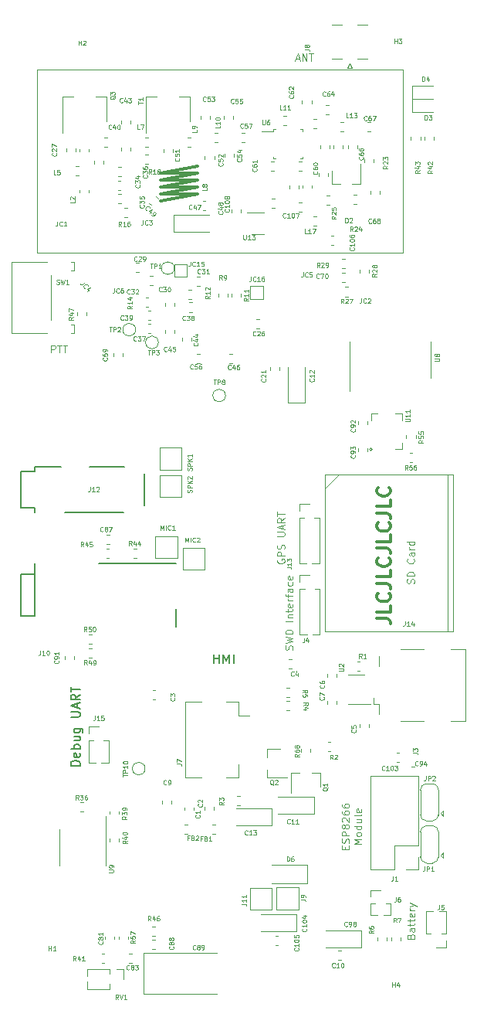
<source format=gbr>
G04 #@! TF.GenerationSoftware,KiCad,Pcbnew,5.1.6*
G04 #@! TF.CreationDate,2020-09-24T09:13:06+02:00*
G04 #@! TF.ProjectId,Mainboard,4d61696e-626f-4617-9264-2e6b69636164,rev?*
G04 #@! TF.SameCoordinates,Original*
G04 #@! TF.FileFunction,Legend,Top*
G04 #@! TF.FilePolarity,Positive*
%FSLAX46Y46*%
G04 Gerber Fmt 4.6, Leading zero omitted, Abs format (unit mm)*
G04 Created by KiCad (PCBNEW 5.1.6) date 2020-09-24 09:13:06*
%MOMM*%
%LPD*%
G01*
G04 APERTURE LIST*
%ADD10C,0.300000*%
%ADD11C,0.150000*%
%ADD12C,0.125000*%
%ADD13C,0.120000*%
%ADD14C,0.200000*%
%ADD15C,0.254000*%
G04 APERTURE END LIST*
D10*
X57471571Y-134182571D02*
X58543000Y-134182571D01*
X58757285Y-134254000D01*
X58900142Y-134396857D01*
X58971571Y-134611142D01*
X58971571Y-134754000D01*
X58971571Y-132754000D02*
X58971571Y-133468285D01*
X57471571Y-133468285D01*
X58828714Y-131396857D02*
X58900142Y-131468285D01*
X58971571Y-131682571D01*
X58971571Y-131825428D01*
X58900142Y-132039714D01*
X58757285Y-132182571D01*
X58614428Y-132254000D01*
X58328714Y-132325428D01*
X58114428Y-132325428D01*
X57828714Y-132254000D01*
X57685857Y-132182571D01*
X57543000Y-132039714D01*
X57471571Y-131825428D01*
X57471571Y-131682571D01*
X57543000Y-131468285D01*
X57614428Y-131396857D01*
X57471571Y-130325428D02*
X58543000Y-130325428D01*
X58757285Y-130396857D01*
X58900142Y-130539714D01*
X58971571Y-130754000D01*
X58971571Y-130896857D01*
X58971571Y-128896857D02*
X58971571Y-129611142D01*
X57471571Y-129611142D01*
X58828714Y-127539714D02*
X58900142Y-127611142D01*
X58971571Y-127825428D01*
X58971571Y-127968285D01*
X58900142Y-128182571D01*
X58757285Y-128325428D01*
X58614428Y-128396857D01*
X58328714Y-128468285D01*
X58114428Y-128468285D01*
X57828714Y-128396857D01*
X57685857Y-128325428D01*
X57543000Y-128182571D01*
X57471571Y-127968285D01*
X57471571Y-127825428D01*
X57543000Y-127611142D01*
X57614428Y-127539714D01*
X57471571Y-126468285D02*
X58543000Y-126468285D01*
X58757285Y-126539714D01*
X58900142Y-126682571D01*
X58971571Y-126896857D01*
X58971571Y-127039714D01*
X58971571Y-125039714D02*
X58971571Y-125754000D01*
X57471571Y-125754000D01*
X58828714Y-123682571D02*
X58900142Y-123754000D01*
X58971571Y-123968285D01*
X58971571Y-124111142D01*
X58900142Y-124325428D01*
X58757285Y-124468285D01*
X58614428Y-124539714D01*
X58328714Y-124611142D01*
X58114428Y-124611142D01*
X57828714Y-124539714D01*
X57685857Y-124468285D01*
X57543000Y-124325428D01*
X57471571Y-124111142D01*
X57471571Y-123968285D01*
X57543000Y-123754000D01*
X57614428Y-123682571D01*
X57471571Y-122611142D02*
X58543000Y-122611142D01*
X58757285Y-122682571D01*
X58900142Y-122825428D01*
X58971571Y-123039714D01*
X58971571Y-123182571D01*
X58971571Y-121182571D02*
X58971571Y-121896857D01*
X57471571Y-121896857D01*
X58828714Y-119825428D02*
X58900142Y-119896857D01*
X58971571Y-120111142D01*
X58971571Y-120254000D01*
X58900142Y-120468285D01*
X58757285Y-120611142D01*
X58614428Y-120682571D01*
X58328714Y-120754000D01*
X58114428Y-120754000D01*
X57828714Y-120682571D01*
X57685857Y-120611142D01*
X57543000Y-120468285D01*
X57471571Y-120254000D01*
X57471571Y-120111142D01*
X57543000Y-119896857D01*
X57614428Y-119825428D01*
D11*
X24892260Y-150311904D02*
X23892260Y-150311904D01*
X23892260Y-150073809D01*
X23939880Y-149930952D01*
X24035118Y-149835714D01*
X24130356Y-149788095D01*
X24320832Y-149740476D01*
X24463689Y-149740476D01*
X24654165Y-149788095D01*
X24749403Y-149835714D01*
X24844641Y-149930952D01*
X24892260Y-150073809D01*
X24892260Y-150311904D01*
X24844641Y-148930952D02*
X24892260Y-149026190D01*
X24892260Y-149216666D01*
X24844641Y-149311904D01*
X24749403Y-149359523D01*
X24368451Y-149359523D01*
X24273213Y-149311904D01*
X24225594Y-149216666D01*
X24225594Y-149026190D01*
X24273213Y-148930952D01*
X24368451Y-148883333D01*
X24463689Y-148883333D01*
X24558927Y-149359523D01*
X24892260Y-148454761D02*
X23892260Y-148454761D01*
X24273213Y-148454761D02*
X24225594Y-148359523D01*
X24225594Y-148169047D01*
X24273213Y-148073809D01*
X24320832Y-148026190D01*
X24416070Y-147978571D01*
X24701784Y-147978571D01*
X24797022Y-148026190D01*
X24844641Y-148073809D01*
X24892260Y-148169047D01*
X24892260Y-148359523D01*
X24844641Y-148454761D01*
X24225594Y-147121428D02*
X24892260Y-147121428D01*
X24225594Y-147550000D02*
X24749403Y-147550000D01*
X24844641Y-147502380D01*
X24892260Y-147407142D01*
X24892260Y-147264285D01*
X24844641Y-147169047D01*
X24797022Y-147121428D01*
X24225594Y-146216666D02*
X25035118Y-146216666D01*
X25130356Y-146264285D01*
X25177975Y-146311904D01*
X25225594Y-146407142D01*
X25225594Y-146550000D01*
X25177975Y-146645238D01*
X24844641Y-146216666D02*
X24892260Y-146311904D01*
X24892260Y-146502380D01*
X24844641Y-146597619D01*
X24797022Y-146645238D01*
X24701784Y-146692857D01*
X24416070Y-146692857D01*
X24320832Y-146645238D01*
X24273213Y-146597619D01*
X24225594Y-146502380D01*
X24225594Y-146311904D01*
X24273213Y-146216666D01*
X23892260Y-144978571D02*
X24701784Y-144978571D01*
X24797022Y-144930952D01*
X24844641Y-144883333D01*
X24892260Y-144788095D01*
X24892260Y-144597619D01*
X24844641Y-144502380D01*
X24797022Y-144454761D01*
X24701784Y-144407142D01*
X23892260Y-144407142D01*
X24606546Y-143978571D02*
X24606546Y-143502380D01*
X24892260Y-144073809D02*
X23892260Y-143740476D01*
X24892260Y-143407142D01*
X24892260Y-142502380D02*
X24416070Y-142835714D01*
X24892260Y-143073809D02*
X23892260Y-143073809D01*
X23892260Y-142692857D01*
X23939880Y-142597619D01*
X23987499Y-142550000D01*
X24082737Y-142502380D01*
X24225594Y-142502380D01*
X24320832Y-142550000D01*
X24368451Y-142597619D01*
X24416070Y-142692857D01*
X24416070Y-143073809D01*
X23892260Y-142216666D02*
X23892260Y-141645238D01*
X24892260Y-141930952D02*
X23892260Y-141930952D01*
X39575241Y-139085580D02*
X39575241Y-138085580D01*
X39575241Y-138561771D02*
X40146670Y-138561771D01*
X40146670Y-139085580D02*
X40146670Y-138085580D01*
X40622860Y-139085580D02*
X40622860Y-138085580D01*
X40956194Y-138799866D01*
X41289527Y-138085580D01*
X41289527Y-139085580D01*
X41765718Y-139085580D02*
X41765718Y-138085580D01*
D12*
X61172097Y-168997422D02*
X61210192Y-168883137D01*
X61248287Y-168845041D01*
X61324478Y-168806946D01*
X61438763Y-168806946D01*
X61514954Y-168845041D01*
X61553049Y-168883137D01*
X61591144Y-168959327D01*
X61591144Y-169264089D01*
X60791144Y-169264089D01*
X60791144Y-168997422D01*
X60829240Y-168921232D01*
X60867335Y-168883137D01*
X60943525Y-168845041D01*
X61019716Y-168845041D01*
X61095906Y-168883137D01*
X61134001Y-168921232D01*
X61172097Y-168997422D01*
X61172097Y-169264089D01*
X61591144Y-168121232D02*
X61172097Y-168121232D01*
X61095906Y-168159327D01*
X61057811Y-168235518D01*
X61057811Y-168387899D01*
X61095906Y-168464089D01*
X61553049Y-168121232D02*
X61591144Y-168197422D01*
X61591144Y-168387899D01*
X61553049Y-168464089D01*
X61476859Y-168502184D01*
X61400668Y-168502184D01*
X61324478Y-168464089D01*
X61286382Y-168387899D01*
X61286382Y-168197422D01*
X61248287Y-168121232D01*
X61057811Y-167854565D02*
X61057811Y-167549803D01*
X60791144Y-167740280D02*
X61476859Y-167740280D01*
X61553049Y-167702184D01*
X61591144Y-167625994D01*
X61591144Y-167549803D01*
X61057811Y-167397422D02*
X61057811Y-167092660D01*
X60791144Y-167283137D02*
X61476859Y-167283137D01*
X61553049Y-167245041D01*
X61591144Y-167168851D01*
X61591144Y-167092660D01*
X61553049Y-166521232D02*
X61591144Y-166597422D01*
X61591144Y-166749803D01*
X61553049Y-166825994D01*
X61476859Y-166864089D01*
X61172097Y-166864089D01*
X61095906Y-166825994D01*
X61057811Y-166749803D01*
X61057811Y-166597422D01*
X61095906Y-166521232D01*
X61172097Y-166483137D01*
X61248287Y-166483137D01*
X61324478Y-166864089D01*
X61591144Y-166140280D02*
X61057811Y-166140280D01*
X61210192Y-166140280D02*
X61134001Y-166102184D01*
X61095906Y-166064089D01*
X61057811Y-165987899D01*
X61057811Y-165911708D01*
X61057811Y-165721232D02*
X61591144Y-165530756D01*
X61057811Y-165340280D02*
X61591144Y-165530756D01*
X61781620Y-165606946D01*
X61819716Y-165645041D01*
X61857811Y-165721232D01*
X48585234Y-72843373D02*
X48966186Y-72843373D01*
X48509043Y-73071944D02*
X48775710Y-72271944D01*
X49042377Y-73071944D01*
X49309043Y-73071944D02*
X49309043Y-72271944D01*
X49766186Y-73071944D01*
X49766186Y-72271944D01*
X50032853Y-72271944D02*
X50489996Y-72271944D01*
X50261424Y-73071944D02*
X50261424Y-72271944D01*
X21736152Y-105022604D02*
X21736152Y-104222604D01*
X22040914Y-104222604D01*
X22117104Y-104260700D01*
X22155200Y-104298795D01*
X22193295Y-104374985D01*
X22193295Y-104489271D01*
X22155200Y-104565461D01*
X22117104Y-104603557D01*
X22040914Y-104641652D01*
X21736152Y-104641652D01*
X22421866Y-104222604D02*
X22879009Y-104222604D01*
X22650438Y-105022604D02*
X22650438Y-104222604D01*
X23031390Y-104222604D02*
X23488533Y-104222604D01*
X23259961Y-105022604D02*
X23259961Y-104222604D01*
X46577300Y-127704557D02*
X46539204Y-127780747D01*
X46539204Y-127895033D01*
X46577300Y-128009319D01*
X46653490Y-128085509D01*
X46729680Y-128123604D01*
X46882061Y-128161700D01*
X46996347Y-128161700D01*
X47148728Y-128123604D01*
X47224919Y-128085509D01*
X47301109Y-128009319D01*
X47339204Y-127895033D01*
X47339204Y-127818842D01*
X47301109Y-127704557D01*
X47263014Y-127666461D01*
X46996347Y-127666461D01*
X46996347Y-127818842D01*
X47339204Y-127323604D02*
X46539204Y-127323604D01*
X46539204Y-127018842D01*
X46577300Y-126942652D01*
X46615395Y-126904557D01*
X46691585Y-126866461D01*
X46805871Y-126866461D01*
X46882061Y-126904557D01*
X46920157Y-126942652D01*
X46958252Y-127018842D01*
X46958252Y-127323604D01*
X47301109Y-126561700D02*
X47339204Y-126447414D01*
X47339204Y-126256938D01*
X47301109Y-126180747D01*
X47263014Y-126142652D01*
X47186823Y-126104557D01*
X47110633Y-126104557D01*
X47034442Y-126142652D01*
X46996347Y-126180747D01*
X46958252Y-126256938D01*
X46920157Y-126409319D01*
X46882061Y-126485509D01*
X46843966Y-126523604D01*
X46767776Y-126561700D01*
X46691585Y-126561700D01*
X46615395Y-126523604D01*
X46577300Y-126485509D01*
X46539204Y-126409319D01*
X46539204Y-126218842D01*
X46577300Y-126104557D01*
X46539204Y-125152176D02*
X47186823Y-125152176D01*
X47263014Y-125114080D01*
X47301109Y-125075985D01*
X47339204Y-124999795D01*
X47339204Y-124847414D01*
X47301109Y-124771223D01*
X47263014Y-124733128D01*
X47186823Y-124695033D01*
X46539204Y-124695033D01*
X47110633Y-124352176D02*
X47110633Y-123971223D01*
X47339204Y-124428366D02*
X46539204Y-124161700D01*
X47339204Y-123895033D01*
X47339204Y-123171223D02*
X46958252Y-123437890D01*
X47339204Y-123628366D02*
X46539204Y-123628366D01*
X46539204Y-123323604D01*
X46577300Y-123247414D01*
X46615395Y-123209319D01*
X46691585Y-123171223D01*
X46805871Y-123171223D01*
X46882061Y-123209319D01*
X46920157Y-123247414D01*
X46958252Y-123323604D01*
X46958252Y-123628366D01*
X46539204Y-122942652D02*
X46539204Y-122485509D01*
X47339204Y-122714080D02*
X46539204Y-122714080D01*
X48177409Y-137591295D02*
X48215504Y-137477009D01*
X48215504Y-137286533D01*
X48177409Y-137210342D01*
X48139314Y-137172247D01*
X48063123Y-137134152D01*
X47986933Y-137134152D01*
X47910742Y-137172247D01*
X47872647Y-137210342D01*
X47834552Y-137286533D01*
X47796457Y-137438914D01*
X47758361Y-137515104D01*
X47720266Y-137553200D01*
X47644076Y-137591295D01*
X47567885Y-137591295D01*
X47491695Y-137553200D01*
X47453600Y-137515104D01*
X47415504Y-137438914D01*
X47415504Y-137248438D01*
X47453600Y-137134152D01*
X47415504Y-136867485D02*
X48215504Y-136677009D01*
X47644076Y-136524628D01*
X48215504Y-136372247D01*
X47415504Y-136181771D01*
X48215504Y-135877009D02*
X47415504Y-135877009D01*
X47415504Y-135686533D01*
X47453600Y-135572247D01*
X47529790Y-135496057D01*
X47605980Y-135457961D01*
X47758361Y-135419866D01*
X47872647Y-135419866D01*
X48025028Y-135457961D01*
X48101219Y-135496057D01*
X48177409Y-135572247D01*
X48215504Y-135686533D01*
X48215504Y-135877009D01*
X48215504Y-134467485D02*
X47415504Y-134467485D01*
X47682171Y-134086533D02*
X48215504Y-134086533D01*
X47758361Y-134086533D02*
X47720266Y-134048438D01*
X47682171Y-133972247D01*
X47682171Y-133857961D01*
X47720266Y-133781771D01*
X47796457Y-133743676D01*
X48215504Y-133743676D01*
X47682171Y-133477009D02*
X47682171Y-133172247D01*
X47415504Y-133362723D02*
X48101219Y-133362723D01*
X48177409Y-133324628D01*
X48215504Y-133248438D01*
X48215504Y-133172247D01*
X48177409Y-132600819D02*
X48215504Y-132677009D01*
X48215504Y-132829390D01*
X48177409Y-132905580D01*
X48101219Y-132943676D01*
X47796457Y-132943676D01*
X47720266Y-132905580D01*
X47682171Y-132829390D01*
X47682171Y-132677009D01*
X47720266Y-132600819D01*
X47796457Y-132562723D01*
X47872647Y-132562723D01*
X47948838Y-132943676D01*
X48215504Y-132219866D02*
X47682171Y-132219866D01*
X47834552Y-132219866D02*
X47758361Y-132181771D01*
X47720266Y-132143676D01*
X47682171Y-132067485D01*
X47682171Y-131991295D01*
X47682171Y-131838914D02*
X47682171Y-131534152D01*
X48215504Y-131724628D02*
X47529790Y-131724628D01*
X47453600Y-131686533D01*
X47415504Y-131610342D01*
X47415504Y-131534152D01*
X48215504Y-130924628D02*
X47796457Y-130924628D01*
X47720266Y-130962723D01*
X47682171Y-131038914D01*
X47682171Y-131191295D01*
X47720266Y-131267485D01*
X48177409Y-130924628D02*
X48215504Y-131000819D01*
X48215504Y-131191295D01*
X48177409Y-131267485D01*
X48101219Y-131305580D01*
X48025028Y-131305580D01*
X47948838Y-131267485D01*
X47910742Y-131191295D01*
X47910742Y-131000819D01*
X47872647Y-130924628D01*
X48177409Y-130200819D02*
X48215504Y-130277009D01*
X48215504Y-130429390D01*
X48177409Y-130505580D01*
X48139314Y-130543676D01*
X48063123Y-130581771D01*
X47834552Y-130581771D01*
X47758361Y-130543676D01*
X47720266Y-130505580D01*
X47682171Y-130429390D01*
X47682171Y-130277009D01*
X47720266Y-130200819D01*
X48177409Y-129553200D02*
X48215504Y-129629390D01*
X48215504Y-129781771D01*
X48177409Y-129857961D01*
X48101219Y-129896057D01*
X47796457Y-129896057D01*
X47720266Y-129857961D01*
X47682171Y-129781771D01*
X47682171Y-129629390D01*
X47720266Y-129553200D01*
X47796457Y-129515104D01*
X47872647Y-129515104D01*
X47948838Y-129896057D01*
X61537809Y-130320761D02*
X61575904Y-130206476D01*
X61575904Y-130016000D01*
X61537809Y-129939809D01*
X61499714Y-129901714D01*
X61423523Y-129863619D01*
X61347333Y-129863619D01*
X61271142Y-129901714D01*
X61233047Y-129939809D01*
X61194952Y-130016000D01*
X61156857Y-130168380D01*
X61118761Y-130244571D01*
X61080666Y-130282666D01*
X61004476Y-130320761D01*
X60928285Y-130320761D01*
X60852095Y-130282666D01*
X60814000Y-130244571D01*
X60775904Y-130168380D01*
X60775904Y-129977904D01*
X60814000Y-129863619D01*
X61575904Y-129520761D02*
X60775904Y-129520761D01*
X60775904Y-129330285D01*
X60814000Y-129216000D01*
X60890190Y-129139809D01*
X60966380Y-129101714D01*
X61118761Y-129063619D01*
X61233047Y-129063619D01*
X61385428Y-129101714D01*
X61461619Y-129139809D01*
X61537809Y-129216000D01*
X61575904Y-129330285D01*
X61575904Y-129520761D01*
X61499714Y-127654095D02*
X61537809Y-127692190D01*
X61575904Y-127806476D01*
X61575904Y-127882666D01*
X61537809Y-127996952D01*
X61461619Y-128073142D01*
X61385428Y-128111238D01*
X61233047Y-128149333D01*
X61118761Y-128149333D01*
X60966380Y-128111238D01*
X60890190Y-128073142D01*
X60814000Y-127996952D01*
X60775904Y-127882666D01*
X60775904Y-127806476D01*
X60814000Y-127692190D01*
X60852095Y-127654095D01*
X61575904Y-126968380D02*
X61156857Y-126968380D01*
X61080666Y-127006476D01*
X61042571Y-127082666D01*
X61042571Y-127235047D01*
X61080666Y-127311238D01*
X61537809Y-126968380D02*
X61575904Y-127044571D01*
X61575904Y-127235047D01*
X61537809Y-127311238D01*
X61461619Y-127349333D01*
X61385428Y-127349333D01*
X61309238Y-127311238D01*
X61271142Y-127235047D01*
X61271142Y-127044571D01*
X61233047Y-126968380D01*
X61575904Y-126587428D02*
X61042571Y-126587428D01*
X61194952Y-126587428D02*
X61118761Y-126549333D01*
X61080666Y-126511238D01*
X61042571Y-126435047D01*
X61042571Y-126358857D01*
X61575904Y-125749333D02*
X60775904Y-125749333D01*
X61537809Y-125749333D02*
X61575904Y-125825523D01*
X61575904Y-125977904D01*
X61537809Y-126054095D01*
X61499714Y-126092190D01*
X61423523Y-126130285D01*
X61194952Y-126130285D01*
X61118761Y-126092190D01*
X61080666Y-126054095D01*
X61042571Y-125977904D01*
X61042571Y-125825523D01*
X61080666Y-125749333D01*
X54004657Y-159435490D02*
X54004657Y-159168823D01*
X54423704Y-159054538D02*
X54423704Y-159435490D01*
X53623704Y-159435490D01*
X53623704Y-159054538D01*
X54385609Y-158749776D02*
X54423704Y-158635490D01*
X54423704Y-158445014D01*
X54385609Y-158368823D01*
X54347514Y-158330728D01*
X54271323Y-158292633D01*
X54195133Y-158292633D01*
X54118942Y-158330728D01*
X54080847Y-158368823D01*
X54042752Y-158445014D01*
X54004657Y-158597395D01*
X53966561Y-158673585D01*
X53928466Y-158711680D01*
X53852276Y-158749776D01*
X53776085Y-158749776D01*
X53699895Y-158711680D01*
X53661800Y-158673585D01*
X53623704Y-158597395D01*
X53623704Y-158406919D01*
X53661800Y-158292633D01*
X54423704Y-157949776D02*
X53623704Y-157949776D01*
X53623704Y-157645014D01*
X53661800Y-157568823D01*
X53699895Y-157530728D01*
X53776085Y-157492633D01*
X53890371Y-157492633D01*
X53966561Y-157530728D01*
X54004657Y-157568823D01*
X54042752Y-157645014D01*
X54042752Y-157949776D01*
X53966561Y-157035490D02*
X53928466Y-157111680D01*
X53890371Y-157149776D01*
X53814180Y-157187871D01*
X53776085Y-157187871D01*
X53699895Y-157149776D01*
X53661800Y-157111680D01*
X53623704Y-157035490D01*
X53623704Y-156883109D01*
X53661800Y-156806919D01*
X53699895Y-156768823D01*
X53776085Y-156730728D01*
X53814180Y-156730728D01*
X53890371Y-156768823D01*
X53928466Y-156806919D01*
X53966561Y-156883109D01*
X53966561Y-157035490D01*
X54004657Y-157111680D01*
X54042752Y-157149776D01*
X54118942Y-157187871D01*
X54271323Y-157187871D01*
X54347514Y-157149776D01*
X54385609Y-157111680D01*
X54423704Y-157035490D01*
X54423704Y-156883109D01*
X54385609Y-156806919D01*
X54347514Y-156768823D01*
X54271323Y-156730728D01*
X54118942Y-156730728D01*
X54042752Y-156768823D01*
X54004657Y-156806919D01*
X53966561Y-156883109D01*
X53699895Y-156425966D02*
X53661800Y-156387871D01*
X53623704Y-156311680D01*
X53623704Y-156121204D01*
X53661800Y-156045014D01*
X53699895Y-156006919D01*
X53776085Y-155968823D01*
X53852276Y-155968823D01*
X53966561Y-156006919D01*
X54423704Y-156464061D01*
X54423704Y-155968823D01*
X53623704Y-155283109D02*
X53623704Y-155435490D01*
X53661800Y-155511680D01*
X53699895Y-155549776D01*
X53814180Y-155625966D01*
X53966561Y-155664061D01*
X54271323Y-155664061D01*
X54347514Y-155625966D01*
X54385609Y-155587871D01*
X54423704Y-155511680D01*
X54423704Y-155359300D01*
X54385609Y-155283109D01*
X54347514Y-155245014D01*
X54271323Y-155206919D01*
X54080847Y-155206919D01*
X54004657Y-155245014D01*
X53966561Y-155283109D01*
X53928466Y-155359300D01*
X53928466Y-155511680D01*
X53966561Y-155587871D01*
X54004657Y-155625966D01*
X54080847Y-155664061D01*
X53623704Y-154521204D02*
X53623704Y-154673585D01*
X53661800Y-154749776D01*
X53699895Y-154787871D01*
X53814180Y-154864061D01*
X53966561Y-154902157D01*
X54271323Y-154902157D01*
X54347514Y-154864061D01*
X54385609Y-154825966D01*
X54423704Y-154749776D01*
X54423704Y-154597395D01*
X54385609Y-154521204D01*
X54347514Y-154483109D01*
X54271323Y-154445014D01*
X54080847Y-154445014D01*
X54004657Y-154483109D01*
X53966561Y-154521204D01*
X53928466Y-154597395D01*
X53928466Y-154749776D01*
X53966561Y-154825966D01*
X54004657Y-154864061D01*
X54080847Y-154902157D01*
X55748704Y-158864061D02*
X54948704Y-158864061D01*
X55520133Y-158597395D01*
X54948704Y-158330728D01*
X55748704Y-158330728D01*
X55748704Y-157835490D02*
X55710609Y-157911680D01*
X55672514Y-157949776D01*
X55596323Y-157987871D01*
X55367752Y-157987871D01*
X55291561Y-157949776D01*
X55253466Y-157911680D01*
X55215371Y-157835490D01*
X55215371Y-157721204D01*
X55253466Y-157645014D01*
X55291561Y-157606919D01*
X55367752Y-157568823D01*
X55596323Y-157568823D01*
X55672514Y-157606919D01*
X55710609Y-157645014D01*
X55748704Y-157721204D01*
X55748704Y-157835490D01*
X55748704Y-156883109D02*
X54948704Y-156883109D01*
X55710609Y-156883109D02*
X55748704Y-156959300D01*
X55748704Y-157111680D01*
X55710609Y-157187871D01*
X55672514Y-157225966D01*
X55596323Y-157264061D01*
X55367752Y-157264061D01*
X55291561Y-157225966D01*
X55253466Y-157187871D01*
X55215371Y-157111680D01*
X55215371Y-156959300D01*
X55253466Y-156883109D01*
X55215371Y-156159300D02*
X55748704Y-156159300D01*
X55215371Y-156502157D02*
X55634419Y-156502157D01*
X55710609Y-156464061D01*
X55748704Y-156387871D01*
X55748704Y-156273585D01*
X55710609Y-156197395D01*
X55672514Y-156159300D01*
X55748704Y-155664061D02*
X55710609Y-155740252D01*
X55634419Y-155778347D01*
X54948704Y-155778347D01*
X55710609Y-155054538D02*
X55748704Y-155130728D01*
X55748704Y-155283109D01*
X55710609Y-155359300D01*
X55634419Y-155397395D01*
X55329657Y-155397395D01*
X55253466Y-155359300D01*
X55215371Y-155283109D01*
X55215371Y-155130728D01*
X55253466Y-155054538D01*
X55329657Y-155016442D01*
X55405847Y-155016442D01*
X55482038Y-155397395D01*
D13*
X60325000Y-94107000D02*
X60325000Y-90043000D01*
X58864500Y-94107000D02*
X60325000Y-94107000D01*
X20193000Y-74041000D02*
X22225000Y-74041000D01*
X20193000Y-76136500D02*
X20193000Y-74041000D01*
X20193000Y-94107000D02*
X20193000Y-76136500D01*
X58864500Y-94107000D02*
X20193000Y-94107000D01*
X60325000Y-74041000D02*
X60325000Y-90043000D01*
X53022500Y-74041000D02*
X60325000Y-74041000D01*
X38608000Y-74041000D02*
X53022500Y-74041000D01*
X22225000Y-74041000D02*
X38608000Y-74041000D01*
X32043600Y-150622000D02*
G75*
G03*
X32043600Y-150622000I-700000J0D01*
G01*
X46644779Y-169928000D02*
X46319221Y-169928000D01*
X46644779Y-168908000D02*
X46319221Y-168908000D01*
X44751200Y-168422600D02*
X48661200Y-168422600D01*
X48661200Y-168422600D02*
X48661200Y-166552600D01*
X48661200Y-166552600D02*
X44751200Y-166552600D01*
X64433300Y-155505000D02*
X64733300Y-155205000D01*
X64733300Y-155805000D02*
X64733300Y-155205000D01*
X64433300Y-155505000D02*
X64733300Y-155805000D01*
X63533300Y-156355000D02*
X62933300Y-156355000D01*
X64233300Y-152905000D02*
X64233300Y-155705000D01*
X62933300Y-152255000D02*
X63533300Y-152255000D01*
X62233300Y-155705000D02*
X62233300Y-152905000D01*
X62933300Y-156355000D02*
G75*
G02*
X62233300Y-155655000I0J700000D01*
G01*
X64233300Y-155655000D02*
G75*
G02*
X63533300Y-156355000I-700000J0D01*
G01*
X63533300Y-152255000D02*
G75*
G02*
X64233300Y-152955000I0J-700000D01*
G01*
X62233300Y-152955000D02*
G75*
G02*
X62933300Y-152255000I700000J0D01*
G01*
X64433300Y-160115100D02*
X64733300Y-159815100D01*
X64733300Y-160415100D02*
X64733300Y-159815100D01*
X64433300Y-160115100D02*
X64733300Y-160415100D01*
X63533300Y-160965100D02*
X62933300Y-160965100D01*
X64233300Y-157515100D02*
X64233300Y-160315100D01*
X62933300Y-156865100D02*
X63533300Y-156865100D01*
X62233300Y-160315100D02*
X62233300Y-157515100D01*
X62933300Y-160965100D02*
G75*
G02*
X62233300Y-160265100I0J700000D01*
G01*
X64233300Y-160265100D02*
G75*
G02*
X63533300Y-160965100I-700000J0D01*
G01*
X63533300Y-156865100D02*
G75*
G02*
X64233300Y-157565100I0J-700000D01*
G01*
X62233300Y-157565100D02*
G75*
G02*
X62933300Y-156865100I700000J0D01*
G01*
X43597600Y-97737700D02*
X44997600Y-97737700D01*
X44997600Y-97737700D02*
X44997600Y-99137700D01*
X44997600Y-99137700D02*
X43597600Y-99137700D01*
X43597600Y-99137700D02*
X43597600Y-97737700D01*
X35253700Y-95362800D02*
X36653700Y-95362800D01*
X36653700Y-95362800D02*
X36653700Y-96762800D01*
X36653700Y-96762800D02*
X35253700Y-96762800D01*
X35253700Y-96762800D02*
X35253700Y-95362800D01*
X39664321Y-80947800D02*
X39989879Y-80947800D01*
X39664321Y-81967800D02*
X39989879Y-81967800D01*
X45439300Y-148470500D02*
X45439300Y-149400500D01*
X45439300Y-151630500D02*
X45439300Y-150700500D01*
X45439300Y-151630500D02*
X47599300Y-151630500D01*
X45439300Y-148470500D02*
X46899300Y-148470500D01*
X62010600Y-151387500D02*
X56810600Y-151387500D01*
X62010600Y-159067500D02*
X62010600Y-151387500D01*
X56810600Y-161667500D02*
X56810600Y-151387500D01*
X62010600Y-159067500D02*
X59410600Y-159067500D01*
X59410600Y-159067500D02*
X59410600Y-161667500D01*
X59410600Y-161667500D02*
X56810600Y-161667500D01*
X62010600Y-160337500D02*
X62010600Y-161667500D01*
X62010600Y-161667500D02*
X60680600Y-161667500D01*
X61229021Y-150391400D02*
X61554579Y-150391400D01*
X61229021Y-151411400D02*
X61554579Y-151411400D01*
D10*
X37769800Y-84632800D02*
X33705800Y-85394800D01*
X37769800Y-85394800D02*
X33705800Y-85394800D01*
X37769800Y-85394800D02*
X33705800Y-86156800D01*
X37769800Y-86156800D02*
X33705800Y-86156800D01*
X37769800Y-86156800D02*
X33705800Y-86918800D01*
X37769800Y-86918800D02*
X33705800Y-86918800D01*
X37769800Y-86918800D02*
X33705800Y-87680800D01*
X37769800Y-87680800D02*
X33705800Y-87680800D01*
X37769800Y-87680800D02*
X33705800Y-88442800D01*
D13*
X52072221Y-147686300D02*
X52397779Y-147686300D01*
X52072221Y-148706300D02*
X52397779Y-148706300D01*
X50294000Y-77434121D02*
X50294000Y-77759679D01*
X49274000Y-77434121D02*
X49274000Y-77759679D01*
X44587379Y-102389400D02*
X44261821Y-102389400D01*
X44587379Y-101369400D02*
X44261821Y-101369400D01*
X45768800Y-106944279D02*
X45768800Y-106618721D01*
X46788800Y-106944279D02*
X46788800Y-106618721D01*
X46643500Y-155608300D02*
X50553500Y-155608300D01*
X50553500Y-155608300D02*
X50553500Y-153738300D01*
X50553500Y-153738300D02*
X46643500Y-153738300D01*
X26172379Y-136971500D02*
X25846821Y-136971500D01*
X26172379Y-135951500D02*
X25846821Y-135951500D01*
X26172479Y-138457400D02*
X25846921Y-138457400D01*
X26172479Y-137437400D02*
X25846921Y-137437400D01*
X27777121Y-126490000D02*
X28102679Y-126490000D01*
X27777121Y-127510000D02*
X28102679Y-127510000D01*
X30761821Y-126490000D02*
X31087379Y-126490000D01*
X30761821Y-127510000D02*
X31087379Y-127510000D01*
D14*
X19926300Y-122565800D02*
X19926300Y-122065800D01*
X19926300Y-122065800D02*
X18426300Y-122065800D01*
X18426300Y-122065800D02*
X18426300Y-118065800D01*
X18426300Y-118065800D02*
X19926300Y-118065800D01*
X19926300Y-118065800D02*
X19926300Y-117565800D01*
X19926300Y-117565800D02*
X22790300Y-117565800D01*
X23276300Y-122565800D02*
X29686300Y-122565800D01*
X25926300Y-117565800D02*
X29726300Y-117565800D01*
X31926300Y-118324800D02*
X31926300Y-121806800D01*
X19923200Y-128118500D02*
X19923200Y-133308170D01*
X35423200Y-128118500D02*
X27002870Y-128118500D01*
X35423200Y-135118500D02*
X35423200Y-133117500D01*
X18423200Y-129318500D02*
X19923200Y-129318500D01*
X19923200Y-129318500D02*
X19923200Y-133855500D01*
X19923200Y-133855500D02*
X18423200Y-133855500D01*
X18423200Y-133855500D02*
X18423200Y-129318500D01*
D13*
X23264400Y-138630879D02*
X23264400Y-138305321D01*
X24284400Y-138630879D02*
X24284400Y-138305321D01*
X27789921Y-124978700D02*
X28115479Y-124978700D01*
X27789921Y-125998700D02*
X28115479Y-125998700D01*
X41539700Y-89659579D02*
X41539700Y-89334021D01*
X42559700Y-89659579D02*
X42559700Y-89334021D01*
X45096700Y-89718900D02*
X43196700Y-89718900D01*
X43696700Y-92038900D02*
X45096700Y-92038900D01*
X50484721Y-90079100D02*
X50810279Y-90079100D01*
X50484721Y-91099100D02*
X50810279Y-91099100D01*
X47838900Y-87043379D02*
X47838900Y-86717821D01*
X48858900Y-87043379D02*
X48858900Y-86717821D01*
X48909921Y-88593200D02*
X49235479Y-88593200D01*
X48909921Y-89613200D02*
X49235479Y-89613200D01*
X45951021Y-88161400D02*
X46276579Y-88161400D01*
X45951021Y-89181400D02*
X46276579Y-89181400D01*
X49053048Y-83794600D02*
X49301800Y-83794600D01*
X49301800Y-83794600D02*
X49301800Y-83594600D01*
X46330552Y-83794600D02*
X46081800Y-83794600D01*
X46081800Y-83794600D02*
X46081800Y-83594600D01*
X49053048Y-80574600D02*
X49301800Y-80574600D01*
X49301800Y-80574600D02*
X49301800Y-80774600D01*
X46330552Y-80574600D02*
X46081800Y-80574600D01*
X46081800Y-80574600D02*
X46081800Y-80774600D01*
X46081800Y-80774600D02*
X44841800Y-80774600D01*
X40870100Y-109740700D02*
G75*
G03*
X40870100Y-109740700I-700000J0D01*
G01*
X52415221Y-92200000D02*
X52740779Y-92200000D01*
X52415221Y-93220000D02*
X52740779Y-93220000D01*
X62232000Y-81396721D02*
X62232000Y-81722279D01*
X61212000Y-81396721D02*
X61212000Y-81722279D01*
X63730600Y-81396521D02*
X63730600Y-81722079D01*
X62710600Y-81396521D02*
X62710600Y-81722079D01*
X47680600Y-106604000D02*
X47680600Y-110514000D01*
X47680600Y-110514000D02*
X49550600Y-110514000D01*
X49550600Y-110514000D02*
X49550600Y-106604000D01*
X55598600Y-146111279D02*
X55598600Y-145785721D01*
X56618600Y-146111279D02*
X56618600Y-145785721D01*
X32857121Y-142009400D02*
X33182679Y-142009400D01*
X32857121Y-143029400D02*
X33182679Y-143029400D01*
X48940700Y-128164900D02*
X49743170Y-128164900D01*
X50358230Y-128164900D02*
X51160700Y-128164900D01*
X48940700Y-123149900D02*
X48940700Y-128164900D01*
X51160700Y-123149900D02*
X51160700Y-128164900D01*
X48940700Y-123149900D02*
X49487229Y-123149900D01*
X50614171Y-123149900D02*
X51160700Y-123149900D01*
X48940700Y-122389900D02*
X48940700Y-121629900D01*
X48940700Y-121629900D02*
X50050700Y-121629900D01*
X48991500Y-135962700D02*
X49793970Y-135962700D01*
X50409030Y-135962700D02*
X51211500Y-135962700D01*
X48991500Y-130947700D02*
X48991500Y-135962700D01*
X51211500Y-130947700D02*
X51211500Y-135962700D01*
X48991500Y-130947700D02*
X49538029Y-130947700D01*
X50664971Y-130947700D02*
X51211500Y-130947700D01*
X48991500Y-130187700D02*
X48991500Y-129427700D01*
X48991500Y-129427700D02*
X50101500Y-129427700D01*
X43542100Y-163696800D02*
X45942100Y-163696800D01*
X45942100Y-163696800D02*
X45942100Y-166096800D01*
X45942100Y-166096800D02*
X43542100Y-166096800D01*
X43542100Y-166096800D02*
X43542100Y-163696800D01*
X46475800Y-163633300D02*
X48875800Y-163633300D01*
X48875800Y-163633300D02*
X48875800Y-166033300D01*
X48875800Y-166033300D02*
X46475800Y-166033300D01*
X46475800Y-166033300D02*
X46475800Y-163633300D01*
X56751200Y-166633200D02*
X57553670Y-166633200D01*
X58168730Y-166633200D02*
X58971200Y-166633200D01*
X56751200Y-165428200D02*
X56751200Y-166633200D01*
X58971200Y-165428200D02*
X58971200Y-166633200D01*
X56751200Y-165428200D02*
X57297729Y-165428200D01*
X58424671Y-165428200D02*
X58971200Y-165428200D01*
X56751200Y-164668200D02*
X56751200Y-163908200D01*
X56751200Y-163908200D02*
X57861200Y-163908200D01*
X33504100Y-103924100D02*
G75*
G03*
X33504100Y-103924100I-700000J0D01*
G01*
X31002200Y-102527100D02*
G75*
G03*
X31002200Y-102527100I-700000J0D01*
G01*
X35244000Y-95796100D02*
G75*
G03*
X35244000Y-95796100I-700000J0D01*
G01*
X32095321Y-98981800D02*
X32420879Y-98981800D01*
X32095321Y-100001800D02*
X32420879Y-100001800D01*
X37119679Y-99163600D02*
X36794121Y-99163600D01*
X37119679Y-98143600D02*
X36794121Y-98143600D01*
X41527000Y-98943379D02*
X41527000Y-98617821D01*
X42547000Y-98943379D02*
X42547000Y-98617821D01*
X40053800Y-98943379D02*
X40053800Y-98617821D01*
X41073800Y-98943379D02*
X41073800Y-98617821D01*
X28585700Y-105445879D02*
X28585700Y-105120321D01*
X29605700Y-105445879D02*
X29605700Y-105120321D01*
X38059679Y-106224800D02*
X37734121Y-106224800D01*
X38059679Y-105204800D02*
X37734121Y-105204800D01*
X41590279Y-106224800D02*
X41264721Y-106224800D01*
X41590279Y-105204800D02*
X41264721Y-105204800D01*
X34237200Y-102918379D02*
X34237200Y-102592821D01*
X35257200Y-102918379D02*
X35257200Y-102592821D01*
X37162200Y-103405621D02*
X37162200Y-103731179D01*
X36142200Y-103405621D02*
X36142200Y-103731179D01*
X32349321Y-100442300D02*
X32674879Y-100442300D01*
X32349321Y-101462300D02*
X32674879Y-101462300D01*
X36893381Y-99558380D02*
X37218939Y-99558380D01*
X36893381Y-100578380D02*
X37218939Y-100578380D01*
X32349321Y-101902800D02*
X32674879Y-101902800D01*
X32349321Y-102922800D02*
X32674879Y-102922800D01*
X32852679Y-97677700D02*
X32527121Y-97677700D01*
X32852679Y-96657700D02*
X32527121Y-96657700D01*
X37746821Y-96708500D02*
X38072379Y-96708500D01*
X37746821Y-97728500D02*
X38072379Y-97728500D01*
X35257200Y-99608321D02*
X35257200Y-99933879D01*
X34237200Y-99608321D02*
X34237200Y-99933879D01*
X31041221Y-95184500D02*
X31366779Y-95184500D01*
X31041221Y-96204500D02*
X31366779Y-96204500D01*
X56102000Y-140287100D02*
X54302000Y-140287100D01*
X54302000Y-143507100D02*
X56752000Y-143507100D01*
X65072280Y-166203320D02*
X64269810Y-166203320D01*
X63654750Y-166203320D02*
X62852280Y-166203320D01*
X65072280Y-168678320D02*
X65072280Y-166203320D01*
X62852280Y-168678320D02*
X62852280Y-166203320D01*
X65072280Y-168678320D02*
X64525751Y-168678320D01*
X63398809Y-168678320D02*
X62852280Y-168678320D01*
X65072280Y-169438320D02*
X65072280Y-170198320D01*
X65072280Y-170198320D02*
X63962280Y-170198320D01*
X50179700Y-148478121D02*
X50179700Y-148803679D01*
X49159700Y-148478121D02*
X49159700Y-148803679D01*
X33661500Y-118484800D02*
X36061500Y-118484800D01*
X36061500Y-118484800D02*
X36061500Y-120884800D01*
X36061500Y-120884800D02*
X33661500Y-120884800D01*
X33661500Y-120884800D02*
X33661500Y-118484800D01*
X33661500Y-115462200D02*
X36061500Y-115462200D01*
X36061500Y-115462200D02*
X36061500Y-117862200D01*
X36061500Y-117862200D02*
X33661500Y-117862200D01*
X33661500Y-117862200D02*
X33661500Y-115462200D01*
X36201500Y-128822300D02*
X36201500Y-126422300D01*
X36201500Y-126422300D02*
X38601500Y-126422300D01*
X38601500Y-126422300D02*
X38601500Y-128822300D01*
X38601500Y-128822300D02*
X36201500Y-128822300D01*
X33178900Y-125139600D02*
X35578900Y-125139600D01*
X35578900Y-125139600D02*
X35578900Y-127539600D01*
X35578900Y-127539600D02*
X33178900Y-127539600D01*
X33178900Y-127539600D02*
X33178900Y-125139600D01*
X49825200Y-163153600D02*
X49825200Y-161153600D01*
X49825200Y-161153600D02*
X45925200Y-161153600D01*
X49825200Y-163153600D02*
X45925200Y-163153600D01*
X59941679Y-149887400D02*
X59616121Y-149887400D01*
X59941679Y-148867400D02*
X59616121Y-148867400D01*
X53579079Y-171604400D02*
X53253521Y-171604400D01*
X53579079Y-170584400D02*
X53253521Y-170584400D01*
X34952400Y-154167621D02*
X34952400Y-154493179D01*
X33932400Y-154167621D02*
X33932400Y-154493179D01*
X59027600Y-169479279D02*
X59027600Y-169153721D01*
X60047600Y-169479279D02*
X60047600Y-169153721D01*
X58561700Y-169153721D02*
X58561700Y-169479279D01*
X57541700Y-169153721D02*
X57541700Y-169479279D01*
X42274400Y-144792400D02*
X42274400Y-143302400D01*
X42274400Y-143302400D02*
X40934400Y-143302400D01*
X42274400Y-150112400D02*
X42274400Y-151602400D01*
X42274400Y-151602400D02*
X40934400Y-151602400D01*
X38214400Y-143302400D02*
X36474400Y-143302400D01*
X36474400Y-143302400D02*
X36474400Y-151602400D01*
X36474400Y-151602400D02*
X38214400Y-151602400D01*
X42274400Y-144792400D02*
X43474400Y-144792400D01*
X52001340Y-135554300D02*
X65209340Y-135554300D01*
X65209340Y-135554300D02*
X65209340Y-118409300D01*
X65209340Y-118409300D02*
X52763340Y-118409300D01*
X52763340Y-118409300D02*
X51747340Y-118409300D01*
X51747340Y-118409300D02*
X51747340Y-135554300D01*
X51747340Y-135554300D02*
X52001340Y-135554300D01*
X65209340Y-135554300D02*
X65844340Y-135554300D01*
X65844340Y-135554300D02*
X65844340Y-118409300D01*
X65844340Y-118409300D02*
X65209340Y-118409300D01*
X53271340Y-118409300D02*
X51747340Y-119933300D01*
X25680360Y-172554880D02*
X25680360Y-173357350D01*
X25680360Y-173972410D02*
X25680360Y-174774880D01*
X28155360Y-172554880D02*
X25680360Y-172554880D01*
X28155360Y-174774880D02*
X25680360Y-174774880D01*
X28155360Y-172554880D02*
X28155360Y-173101409D01*
X28155360Y-174228351D02*
X28155360Y-174774880D01*
X28915360Y-172554880D02*
X29675360Y-172554880D01*
X29675360Y-172554880D02*
X29675360Y-173664880D01*
X25839400Y-150021600D02*
X26641870Y-150021600D01*
X27256930Y-150021600D02*
X28059400Y-150021600D01*
X25839400Y-147546600D02*
X25839400Y-150021600D01*
X28059400Y-147546600D02*
X28059400Y-150021600D01*
X25839400Y-147546600D02*
X26385929Y-147546600D01*
X27512871Y-147546600D02*
X28059400Y-147546600D01*
X25839400Y-146786600D02*
X25839400Y-146026600D01*
X25839400Y-146026600D02*
X26949400Y-146026600D01*
X32154160Y-77001460D02*
X33354160Y-77001460D01*
X32154160Y-81001460D02*
X32154160Y-77001460D01*
X36954160Y-77001460D02*
X36954160Y-79701460D01*
X35754160Y-77001460D02*
X36954160Y-77001460D01*
X27810160Y-76970160D02*
X27810160Y-79670160D01*
X23010160Y-76970160D02*
X24210160Y-76970160D01*
X23010160Y-80970160D02*
X23010160Y-76970160D01*
X26610160Y-76970160D02*
X27810160Y-76970160D01*
X51863200Y-170251400D02*
X55773200Y-170251400D01*
X55773200Y-170251400D02*
X55773200Y-168381400D01*
X55773200Y-168381400D02*
X51863200Y-168381400D01*
X56872800Y-115638800D02*
G75*
G03*
X56872800Y-115638800I-60000J0D01*
G01*
X56962800Y-115638800D02*
G75*
G03*
X56962800Y-115638800I-150000J0D01*
G01*
X60212800Y-115638800D02*
X59512800Y-115638800D01*
X60212800Y-111738800D02*
X60212800Y-112488800D01*
X56812800Y-111738800D02*
X57512800Y-111738800D01*
X56812800Y-112488800D02*
X56812800Y-111738800D01*
X59512800Y-111738800D02*
X60212800Y-111738800D01*
X60212800Y-114888800D02*
X60212800Y-115638800D01*
X22636800Y-159250380D02*
X22636800Y-161200380D01*
X22636800Y-159250380D02*
X22636800Y-157300380D01*
X27756800Y-159250380D02*
X27756800Y-161200380D01*
X27756800Y-159250380D02*
X27756800Y-155800380D01*
X63350300Y-105827600D02*
X63350300Y-103877600D01*
X63350300Y-105827600D02*
X63350300Y-107777600D01*
X54480300Y-105827600D02*
X54480300Y-103877600D01*
X54480300Y-105827600D02*
X54480300Y-109277600D01*
X24226000Y-96024000D02*
X23876000Y-96024000D01*
X24226000Y-95134000D02*
X24226000Y-96024000D01*
X23926000Y-95134000D02*
X24226000Y-95134000D01*
X21286000Y-95134000D02*
X17436000Y-95134000D01*
X17436000Y-95134000D02*
X17436000Y-102874000D01*
X17436000Y-102874000D02*
X21286000Y-102874000D01*
X21676000Y-101494000D02*
X21676000Y-96514000D01*
X24226000Y-101984000D02*
X24226000Y-102874000D01*
X24226000Y-101984000D02*
X23876000Y-101984000D01*
X23926000Y-102874000D02*
X24226000Y-102874000D01*
X29149580Y-169319159D02*
X29149580Y-168993601D01*
X30169580Y-169319159D02*
X30169580Y-168993601D01*
X61376879Y-117045200D02*
X61051321Y-117045200D01*
X61376879Y-116025200D02*
X61051321Y-116025200D01*
X61724000Y-114111721D02*
X61724000Y-114437279D01*
X60704000Y-114111721D02*
X60704000Y-114437279D01*
X25643300Y-100611621D02*
X25643300Y-100937179D01*
X24623300Y-100611621D02*
X24623300Y-100937179D01*
X33106679Y-168962800D02*
X32781121Y-168962800D01*
X33106679Y-167942800D02*
X32781121Y-167942800D01*
X27599759Y-171888880D02*
X27274201Y-171888880D01*
X27599759Y-170868880D02*
X27274201Y-170868880D01*
X28141200Y-158574959D02*
X28141200Y-158249401D01*
X29161200Y-158574959D02*
X29161200Y-158249401D01*
X29161200Y-155277501D02*
X29161200Y-155603059D01*
X28141200Y-155277501D02*
X28141200Y-155603059D01*
X25232579Y-155315380D02*
X24907021Y-155315380D01*
X25232579Y-154295380D02*
X24907021Y-154295380D01*
X53634321Y-94790800D02*
X53959879Y-94790800D01*
X53634321Y-95810800D02*
X53959879Y-95810800D01*
X56631300Y-96001521D02*
X56631300Y-96327079D01*
X55611300Y-96001521D02*
X55611300Y-96327079D01*
X54341079Y-98884200D02*
X54015521Y-98884200D01*
X54341079Y-97864200D02*
X54015521Y-97864200D01*
X51932621Y-87793100D02*
X52258179Y-87793100D01*
X51932621Y-88813100D02*
X52258179Y-88813100D01*
X54904421Y-87767700D02*
X55229979Y-87767700D01*
X54904421Y-88787700D02*
X55229979Y-88787700D01*
X57101200Y-83885921D02*
X57101200Y-84211479D01*
X56081200Y-83885921D02*
X56081200Y-84211479D01*
X51064700Y-85722779D02*
X51064700Y-85397221D01*
X52084700Y-85722779D02*
X52084700Y-85397221D01*
X32079981Y-83332860D02*
X32405539Y-83332860D01*
X32079981Y-84352860D02*
X32405539Y-84352860D01*
X29733121Y-89215500D02*
X30058679Y-89215500D01*
X29733121Y-90235500D02*
X30058679Y-90235500D01*
X47525821Y-141742700D02*
X47851379Y-141742700D01*
X47525821Y-142762700D02*
X47851379Y-142762700D01*
X47525821Y-143215900D02*
X47851379Y-143215900D01*
X47525821Y-144235900D02*
X47851379Y-144235900D01*
X42479179Y-154637200D02*
X42153621Y-154637200D01*
X42479179Y-153617200D02*
X42153621Y-153617200D01*
X55298221Y-138847100D02*
X55623779Y-138847100D01*
X55298221Y-139867100D02*
X55623779Y-139867100D01*
X51239500Y-151109900D02*
X50309500Y-151109900D01*
X48079500Y-151109900D02*
X49009500Y-151109900D01*
X48079500Y-151109900D02*
X48079500Y-153269900D01*
X51239500Y-151109900D02*
X51239500Y-152569900D01*
X53507521Y-79766700D02*
X53833079Y-79766700D01*
X53507521Y-80786700D02*
X53833079Y-80786700D01*
X51267900Y-82674779D02*
X51267900Y-82349221D01*
X52287900Y-82674779D02*
X52287900Y-82349221D01*
X47220921Y-79111380D02*
X47546479Y-79111380D01*
X47220921Y-80131380D02*
X47546479Y-80131380D01*
X36718021Y-81493900D02*
X37043579Y-81493900D01*
X36718021Y-82513900D02*
X37043579Y-82513900D01*
X32079981Y-81504060D02*
X32405539Y-81504060D01*
X32079981Y-82524060D02*
X32405539Y-82524060D01*
X26474960Y-84386639D02*
X26474960Y-84061081D01*
X27494960Y-84386639D02*
X27494960Y-84061081D01*
X24790619Y-85643180D02*
X24465061Y-85643180D01*
X24790619Y-84623180D02*
X24465061Y-84623180D01*
X24854440Y-87536239D02*
X24854440Y-87210681D01*
X25874440Y-87536239D02*
X25874440Y-87210681D01*
X54702000Y-73880000D02*
X54452000Y-73380000D01*
X54202000Y-73880000D02*
X54702000Y-73880000D01*
X54452000Y-73380000D02*
X54202000Y-73880000D01*
X56402000Y-69120000D02*
X55292000Y-69120000D01*
X53612000Y-69120000D02*
X52502000Y-69120000D01*
X56402000Y-72830000D02*
X55292000Y-72830000D01*
X53612000Y-72830000D02*
X52502000Y-72830000D01*
X62635100Y-145443800D02*
X60035100Y-145443800D01*
X60035100Y-137523800D02*
X62635100Y-137523800D01*
X57725100Y-144683800D02*
X57725100Y-143533800D01*
X57725100Y-143533800D02*
X57135100Y-143533800D01*
X57135100Y-143533800D02*
X57135100Y-142833800D01*
X57725100Y-139433800D02*
X57725100Y-138283800D01*
X65535100Y-145443800D02*
X67195100Y-145443800D01*
X67195100Y-145443800D02*
X67195100Y-137523800D01*
X67195100Y-137523800D02*
X65535100Y-137523800D01*
X36713279Y-157736000D02*
X36387721Y-157736000D01*
X36713279Y-156716000D02*
X36387721Y-156716000D01*
X39385121Y-156716000D02*
X39710679Y-156716000D01*
X39385121Y-157736000D02*
X39710679Y-157736000D01*
X63614100Y-75769800D02*
X61329100Y-75769800D01*
X61329100Y-75769800D02*
X61329100Y-77239800D01*
X61329100Y-77239800D02*
X63614100Y-77239800D01*
X63614100Y-77243000D02*
X61329100Y-77243000D01*
X61329100Y-77243000D02*
X61329100Y-78713000D01*
X61329100Y-78713000D02*
X63614100Y-78713000D01*
X52524540Y-86548500D02*
X53454540Y-86548500D01*
X55684540Y-86548500D02*
X54754540Y-86548500D01*
X55684540Y-86548500D02*
X55684540Y-84388500D01*
X52524540Y-86548500D02*
X52524540Y-85088500D01*
X56415400Y-115534321D02*
X56415400Y-115859879D01*
X55395400Y-115534321D02*
X55395400Y-115859879D01*
X55395400Y-112887879D02*
X55395400Y-112562321D01*
X56415400Y-112887879D02*
X56415400Y-112562321D01*
X39960300Y-170774960D02*
X31900300Y-170774960D01*
X31900300Y-170774960D02*
X31900300Y-175294960D01*
X31900300Y-175294960D02*
X39960300Y-175294960D01*
X32780921Y-169365200D02*
X33106479Y-169365200D01*
X32780921Y-170385200D02*
X33106479Y-170385200D01*
X30246201Y-170868880D02*
X30571759Y-170868880D01*
X30246201Y-171888880D02*
X30571759Y-171888880D01*
X27676380Y-169319259D02*
X27676380Y-168993701D01*
X28696380Y-169319259D02*
X28696380Y-168993701D01*
X53959879Y-97334800D02*
X53634321Y-97334800D01*
X53959879Y-96314800D02*
X53634321Y-96314800D01*
X56792400Y-87678479D02*
X56792400Y-87352921D01*
X57812400Y-87678479D02*
X57812400Y-87352921D01*
X56792079Y-80786700D02*
X56466521Y-80786700D01*
X56792079Y-79766700D02*
X56466521Y-79766700D01*
X54290500Y-82662079D02*
X54290500Y-82336521D01*
X55310500Y-82662079D02*
X55310500Y-82336521D01*
X52741100Y-82649379D02*
X52741100Y-82323821D01*
X53761100Y-82649379D02*
X53761100Y-82323821D01*
X51881721Y-77950600D02*
X52207279Y-77950600D01*
X51881721Y-78970600D02*
X52207279Y-78970600D01*
X50861079Y-80469200D02*
X50535521Y-80469200D01*
X50861079Y-79449200D02*
X50535521Y-79449200D01*
X45887521Y-84140580D02*
X46213079Y-84140580D01*
X45887521Y-85160580D02*
X46213079Y-85160580D01*
X48910021Y-84140580D02*
X49235579Y-84140580D01*
X48910021Y-85160580D02*
X49235579Y-85160580D01*
X50339720Y-86697601D02*
X50339720Y-87023159D01*
X49319720Y-86697601D02*
X49319720Y-87023159D01*
X42948979Y-81967800D02*
X42623421Y-81967800D01*
X42948979Y-80947800D02*
X42623421Y-80947800D01*
X40650700Y-79410679D02*
X40650700Y-79085121D01*
X41670700Y-79410679D02*
X41670700Y-79085121D01*
X40790400Y-83576479D02*
X40790400Y-83250921D01*
X41810400Y-83576479D02*
X41810400Y-83250921D01*
X38148800Y-79410679D02*
X38148800Y-79085121D01*
X39168800Y-79410679D02*
X39168800Y-79085121D01*
X38606000Y-83843179D02*
X38606000Y-83517621D01*
X39626000Y-83843179D02*
X39626000Y-83517621D01*
X35104800Y-82730121D02*
X35104800Y-83055679D01*
X34084800Y-82730121D02*
X34084800Y-83055679D01*
X33212769Y-87939720D02*
X33442974Y-88169925D01*
X32491520Y-88660969D02*
X32721725Y-88891174D01*
X38679339Y-89483660D02*
X38353781Y-89483660D01*
X38679339Y-88463660D02*
X38353781Y-88463660D01*
X39086600Y-89920800D02*
X35176600Y-89920800D01*
X35176600Y-89920800D02*
X35176600Y-91790800D01*
X35176600Y-91790800D02*
X39086600Y-91790800D01*
X29446760Y-79941639D02*
X29446760Y-79616081D01*
X30466760Y-79941639D02*
X30466760Y-79616081D01*
X30466760Y-82587881D02*
X30466760Y-82913439D01*
X29446760Y-82587881D02*
X29446760Y-82913439D01*
X27884339Y-82524060D02*
X27558781Y-82524060D01*
X27884339Y-81504060D02*
X27558781Y-81504060D01*
X29057481Y-84704460D02*
X29383039Y-84704460D01*
X29057481Y-85724460D02*
X29383039Y-85724460D01*
X29062361Y-87655940D02*
X29387919Y-87655940D01*
X29062361Y-88675940D02*
X29387919Y-88675940D01*
X29052301Y-86197980D02*
X29377859Y-86197980D01*
X29052301Y-87217980D02*
X29377859Y-87217980D01*
X24401240Y-82709801D02*
X24401240Y-83035359D01*
X23381240Y-82709801D02*
X23381240Y-83035359D01*
X24874760Y-83040439D02*
X24874760Y-82714881D01*
X25894760Y-83040439D02*
X25894760Y-82714881D01*
X41995300Y-156840200D02*
X45905300Y-156840200D01*
X45905300Y-156840200D02*
X45905300Y-154970200D01*
X45905300Y-154970200D02*
X41995300Y-154970200D01*
X52055300Y-143545879D02*
X52055300Y-143220321D01*
X53075300Y-143545879D02*
X53075300Y-143220321D01*
X53075300Y-140248321D02*
X53075300Y-140573879D01*
X52055300Y-140248321D02*
X52055300Y-140573879D01*
X48135659Y-139656280D02*
X47810101Y-139656280D01*
X48135659Y-138636280D02*
X47810101Y-138636280D01*
X39575200Y-154828121D02*
X39575200Y-155153679D01*
X38555200Y-154828121D02*
X38555200Y-155153679D01*
X37390800Y-154853521D02*
X37390800Y-155179079D01*
X36370800Y-154853521D02*
X36370800Y-155179079D01*
D12*
X29621790Y-151491047D02*
X29621790Y-151205333D01*
X30121790Y-151348190D02*
X29621790Y-151348190D01*
X30121790Y-151038666D02*
X29621790Y-151038666D01*
X29621790Y-150848190D01*
X29645600Y-150800571D01*
X29669409Y-150776761D01*
X29717028Y-150752952D01*
X29788457Y-150752952D01*
X29836076Y-150776761D01*
X29859885Y-150800571D01*
X29883695Y-150848190D01*
X29883695Y-151038666D01*
X30121790Y-150276761D02*
X30121790Y-150562476D01*
X30121790Y-150419619D02*
X29621790Y-150419619D01*
X29693219Y-150467238D01*
X29740838Y-150514857D01*
X29764647Y-150562476D01*
X29621790Y-149967238D02*
X29621790Y-149919619D01*
X29645600Y-149872000D01*
X29669409Y-149848190D01*
X29717028Y-149824380D01*
X29812266Y-149800571D01*
X29931314Y-149800571D01*
X30026552Y-149824380D01*
X30074171Y-149848190D01*
X30097980Y-149872000D01*
X30121790Y-149919619D01*
X30121790Y-149967238D01*
X30097980Y-150014857D01*
X30074171Y-150038666D01*
X30026552Y-150062476D01*
X29931314Y-150086285D01*
X29812266Y-150086285D01*
X29717028Y-150062476D01*
X29669409Y-150038666D01*
X29645600Y-150014857D01*
X29621790Y-149967238D01*
X48844971Y-170282323D02*
X48868780Y-170306133D01*
X48892590Y-170377561D01*
X48892590Y-170425180D01*
X48868780Y-170496609D01*
X48821161Y-170544228D01*
X48773542Y-170568038D01*
X48678304Y-170591847D01*
X48606876Y-170591847D01*
X48511638Y-170568038D01*
X48464019Y-170544228D01*
X48416400Y-170496609D01*
X48392590Y-170425180D01*
X48392590Y-170377561D01*
X48416400Y-170306133D01*
X48440209Y-170282323D01*
X48892590Y-169806133D02*
X48892590Y-170091847D01*
X48892590Y-169948990D02*
X48392590Y-169948990D01*
X48464019Y-169996609D01*
X48511638Y-170044228D01*
X48535447Y-170091847D01*
X48392590Y-169496609D02*
X48392590Y-169448990D01*
X48416400Y-169401371D01*
X48440209Y-169377561D01*
X48487828Y-169353752D01*
X48583066Y-169329942D01*
X48702114Y-169329942D01*
X48797352Y-169353752D01*
X48844971Y-169377561D01*
X48868780Y-169401371D01*
X48892590Y-169448990D01*
X48892590Y-169496609D01*
X48868780Y-169544228D01*
X48844971Y-169568038D01*
X48797352Y-169591847D01*
X48702114Y-169615657D01*
X48583066Y-169615657D01*
X48487828Y-169591847D01*
X48440209Y-169568038D01*
X48416400Y-169544228D01*
X48392590Y-169496609D01*
X48392590Y-168877561D02*
X48392590Y-169115657D01*
X48630685Y-169139466D01*
X48606876Y-169115657D01*
X48583066Y-169068038D01*
X48583066Y-168948990D01*
X48606876Y-168901371D01*
X48630685Y-168877561D01*
X48678304Y-168853752D01*
X48797352Y-168853752D01*
X48844971Y-168877561D01*
X48868780Y-168901371D01*
X48892590Y-168948990D01*
X48892590Y-169068038D01*
X48868780Y-169115657D01*
X48844971Y-169139466D01*
X49708571Y-168148723D02*
X49732380Y-168172533D01*
X49756190Y-168243961D01*
X49756190Y-168291580D01*
X49732380Y-168363009D01*
X49684761Y-168410628D01*
X49637142Y-168434438D01*
X49541904Y-168458247D01*
X49470476Y-168458247D01*
X49375238Y-168434438D01*
X49327619Y-168410628D01*
X49280000Y-168363009D01*
X49256190Y-168291580D01*
X49256190Y-168243961D01*
X49280000Y-168172533D01*
X49303809Y-168148723D01*
X49756190Y-167672533D02*
X49756190Y-167958247D01*
X49756190Y-167815390D02*
X49256190Y-167815390D01*
X49327619Y-167863009D01*
X49375238Y-167910628D01*
X49399047Y-167958247D01*
X49256190Y-167363009D02*
X49256190Y-167315390D01*
X49280000Y-167267771D01*
X49303809Y-167243961D01*
X49351428Y-167220152D01*
X49446666Y-167196342D01*
X49565714Y-167196342D01*
X49660952Y-167220152D01*
X49708571Y-167243961D01*
X49732380Y-167267771D01*
X49756190Y-167315390D01*
X49756190Y-167363009D01*
X49732380Y-167410628D01*
X49708571Y-167434438D01*
X49660952Y-167458247D01*
X49565714Y-167482057D01*
X49446666Y-167482057D01*
X49351428Y-167458247D01*
X49303809Y-167434438D01*
X49280000Y-167410628D01*
X49256190Y-167363009D01*
X49422857Y-166767771D02*
X49756190Y-166767771D01*
X49232380Y-166886819D02*
X49589523Y-167005866D01*
X49589523Y-166696342D01*
X62842033Y-151427690D02*
X62842033Y-151784833D01*
X62818223Y-151856261D01*
X62770604Y-151903880D01*
X62699176Y-151927690D01*
X62651557Y-151927690D01*
X63080128Y-151927690D02*
X63080128Y-151427690D01*
X63270604Y-151427690D01*
X63318223Y-151451500D01*
X63342033Y-151475309D01*
X63365842Y-151522928D01*
X63365842Y-151594357D01*
X63342033Y-151641976D01*
X63318223Y-151665785D01*
X63270604Y-151689595D01*
X63080128Y-151689595D01*
X63556319Y-151475309D02*
X63580128Y-151451500D01*
X63627747Y-151427690D01*
X63746795Y-151427690D01*
X63794414Y-151451500D01*
X63818223Y-151475309D01*
X63842033Y-151522928D01*
X63842033Y-151570547D01*
X63818223Y-151641976D01*
X63532509Y-151927690D01*
X63842033Y-151927690D01*
X62715033Y-161346390D02*
X62715033Y-161703533D01*
X62691223Y-161774961D01*
X62643604Y-161822580D01*
X62572176Y-161846390D01*
X62524557Y-161846390D01*
X62953128Y-161846390D02*
X62953128Y-161346390D01*
X63143604Y-161346390D01*
X63191223Y-161370200D01*
X63215033Y-161394009D01*
X63238842Y-161441628D01*
X63238842Y-161513057D01*
X63215033Y-161560676D01*
X63191223Y-161584485D01*
X63143604Y-161608295D01*
X62953128Y-161608295D01*
X63715033Y-161846390D02*
X63429319Y-161846390D01*
X63572176Y-161846390D02*
X63572176Y-161346390D01*
X63524557Y-161417819D01*
X63476938Y-161465438D01*
X63429319Y-161489247D01*
X49372413Y-96256350D02*
X49372413Y-96613493D01*
X49348603Y-96684921D01*
X49300984Y-96732540D01*
X49229556Y-96756350D01*
X49181937Y-96756350D01*
X49896222Y-96708731D02*
X49872413Y-96732540D01*
X49800984Y-96756350D01*
X49753365Y-96756350D01*
X49681937Y-96732540D01*
X49634318Y-96684921D01*
X49610508Y-96637302D01*
X49586699Y-96542064D01*
X49586699Y-96470636D01*
X49610508Y-96375398D01*
X49634318Y-96327779D01*
X49681937Y-96280160D01*
X49753365Y-96256350D01*
X49800984Y-96256350D01*
X49872413Y-96280160D01*
X49896222Y-96303969D01*
X50348603Y-96256350D02*
X50110508Y-96256350D01*
X50086699Y-96494445D01*
X50110508Y-96470636D01*
X50158127Y-96446826D01*
X50277175Y-96446826D01*
X50324794Y-96470636D01*
X50348603Y-96494445D01*
X50372413Y-96542064D01*
X50372413Y-96661112D01*
X50348603Y-96708731D01*
X50324794Y-96732540D01*
X50277175Y-96756350D01*
X50158127Y-96756350D01*
X50110508Y-96732540D01*
X50086699Y-96708731D01*
X43642838Y-96715890D02*
X43642838Y-97073033D01*
X43619028Y-97144461D01*
X43571409Y-97192080D01*
X43499980Y-97215890D01*
X43452361Y-97215890D01*
X44166647Y-97168271D02*
X44142838Y-97192080D01*
X44071409Y-97215890D01*
X44023790Y-97215890D01*
X43952361Y-97192080D01*
X43904742Y-97144461D01*
X43880933Y-97096842D01*
X43857123Y-97001604D01*
X43857123Y-96930176D01*
X43880933Y-96834938D01*
X43904742Y-96787319D01*
X43952361Y-96739700D01*
X44023790Y-96715890D01*
X44071409Y-96715890D01*
X44142838Y-96739700D01*
X44166647Y-96763509D01*
X44642838Y-97215890D02*
X44357123Y-97215890D01*
X44499980Y-97215890D02*
X44499980Y-96715890D01*
X44452361Y-96787319D01*
X44404742Y-96834938D01*
X44357123Y-96858747D01*
X45071409Y-96715890D02*
X44976171Y-96715890D01*
X44928552Y-96739700D01*
X44904742Y-96763509D01*
X44857123Y-96834938D01*
X44833314Y-96930176D01*
X44833314Y-97120652D01*
X44857123Y-97168271D01*
X44880933Y-97192080D01*
X44928552Y-97215890D01*
X45023790Y-97215890D01*
X45071409Y-97192080D01*
X45095219Y-97168271D01*
X45119028Y-97120652D01*
X45119028Y-97001604D01*
X45095219Y-96953985D01*
X45071409Y-96930176D01*
X45023790Y-96906366D01*
X44928552Y-96906366D01*
X44880933Y-96930176D01*
X44857123Y-96953985D01*
X44833314Y-97001604D01*
D11*
D12*
X37000738Y-95077790D02*
X37000738Y-95434933D01*
X36976928Y-95506361D01*
X36929309Y-95553980D01*
X36857880Y-95577790D01*
X36810261Y-95577790D01*
X37524547Y-95530171D02*
X37500738Y-95553980D01*
X37429309Y-95577790D01*
X37381690Y-95577790D01*
X37310261Y-95553980D01*
X37262642Y-95506361D01*
X37238833Y-95458742D01*
X37215023Y-95363504D01*
X37215023Y-95292076D01*
X37238833Y-95196838D01*
X37262642Y-95149219D01*
X37310261Y-95101600D01*
X37381690Y-95077790D01*
X37429309Y-95077790D01*
X37500738Y-95101600D01*
X37524547Y-95125409D01*
X38000738Y-95577790D02*
X37715023Y-95577790D01*
X37857880Y-95577790D02*
X37857880Y-95077790D01*
X37810261Y-95149219D01*
X37762642Y-95196838D01*
X37715023Y-95220647D01*
X38453119Y-95077790D02*
X38215023Y-95077790D01*
X38191214Y-95315885D01*
X38215023Y-95292076D01*
X38262642Y-95268266D01*
X38381690Y-95268266D01*
X38429309Y-95292076D01*
X38453119Y-95315885D01*
X38476928Y-95363504D01*
X38476928Y-95482552D01*
X38453119Y-95530171D01*
X38429309Y-95553980D01*
X38381690Y-95577790D01*
X38262642Y-95577790D01*
X38215023Y-95553980D01*
X38191214Y-95530171D01*
D11*
D12*
X40256490Y-80179028D02*
X40256490Y-80417123D01*
X39756490Y-80417123D01*
X40256490Y-79750457D02*
X40256490Y-80036171D01*
X40256490Y-79893314D02*
X39756490Y-79893314D01*
X39827919Y-79940933D01*
X39875538Y-79988552D01*
X39899347Y-80036171D01*
X39756490Y-79440933D02*
X39756490Y-79393314D01*
X39780300Y-79345695D01*
X39804109Y-79321885D01*
X39851728Y-79298076D01*
X39946966Y-79274266D01*
X40066014Y-79274266D01*
X40161252Y-79298076D01*
X40208871Y-79321885D01*
X40232680Y-79345695D01*
X40256490Y-79393314D01*
X40256490Y-79440933D01*
X40232680Y-79488552D01*
X40208871Y-79512361D01*
X40161252Y-79536171D01*
X40066014Y-79559980D01*
X39946966Y-79559980D01*
X39851728Y-79536171D01*
X39804109Y-79512361D01*
X39780300Y-79488552D01*
X39756490Y-79440933D01*
D11*
D12*
X46129580Y-152407109D02*
X46081961Y-152383300D01*
X46034342Y-152335680D01*
X45962914Y-152264252D01*
X45915295Y-152240442D01*
X45867676Y-152240442D01*
X45891485Y-152359490D02*
X45843866Y-152335680D01*
X45796247Y-152288061D01*
X45772438Y-152192823D01*
X45772438Y-152026157D01*
X45796247Y-151930919D01*
X45843866Y-151883300D01*
X45891485Y-151859490D01*
X45986723Y-151859490D01*
X46034342Y-151883300D01*
X46081961Y-151930919D01*
X46105771Y-152026157D01*
X46105771Y-152192823D01*
X46081961Y-152288061D01*
X46034342Y-152335680D01*
X45986723Y-152359490D01*
X45891485Y-152359490D01*
X46296247Y-151907109D02*
X46320057Y-151883300D01*
X46367676Y-151859490D01*
X46486723Y-151859490D01*
X46534342Y-151883300D01*
X46558152Y-151907109D01*
X46581961Y-151954728D01*
X46581961Y-152002347D01*
X46558152Y-152073776D01*
X46272438Y-152359490D01*
X46581961Y-152359490D01*
D11*
D12*
X59243933Y-162393690D02*
X59243933Y-162750833D01*
X59220123Y-162822261D01*
X59172504Y-162869880D01*
X59101076Y-162893690D01*
X59053457Y-162893690D01*
X59743933Y-162893690D02*
X59458219Y-162893690D01*
X59601076Y-162893690D02*
X59601076Y-162393690D01*
X59553457Y-162465119D01*
X59505838Y-162512738D01*
X59458219Y-162536547D01*
D11*
D12*
X61954291Y-150251931D02*
X61930481Y-150275740D01*
X61859053Y-150299550D01*
X61811434Y-150299550D01*
X61740005Y-150275740D01*
X61692386Y-150228121D01*
X61668577Y-150180502D01*
X61644767Y-150085264D01*
X61644767Y-150013836D01*
X61668577Y-149918598D01*
X61692386Y-149870979D01*
X61740005Y-149823360D01*
X61811434Y-149799550D01*
X61859053Y-149799550D01*
X61930481Y-149823360D01*
X61954291Y-149847169D01*
X62192386Y-150299550D02*
X62287624Y-150299550D01*
X62335243Y-150275740D01*
X62359053Y-150251931D01*
X62406672Y-150180502D01*
X62430481Y-150085264D01*
X62430481Y-149894788D01*
X62406672Y-149847169D01*
X62382862Y-149823360D01*
X62335243Y-149799550D01*
X62240005Y-149799550D01*
X62192386Y-149823360D01*
X62168577Y-149847169D01*
X62144767Y-149894788D01*
X62144767Y-150013836D01*
X62168577Y-150061455D01*
X62192386Y-150085264D01*
X62240005Y-150109074D01*
X62335243Y-150109074D01*
X62382862Y-150085264D01*
X62406672Y-150061455D01*
X62430481Y-150013836D01*
X62859053Y-149966217D02*
X62859053Y-150299550D01*
X62740005Y-149775740D02*
X62620958Y-150132883D01*
X62930481Y-150132883D01*
D11*
D12*
X28651093Y-98003870D02*
X28651093Y-98361013D01*
X28627283Y-98432441D01*
X28579664Y-98480060D01*
X28508236Y-98503870D01*
X28460617Y-98503870D01*
X29174902Y-98456251D02*
X29151093Y-98480060D01*
X29079664Y-98503870D01*
X29032045Y-98503870D01*
X28960617Y-98480060D01*
X28912998Y-98432441D01*
X28889188Y-98384822D01*
X28865379Y-98289584D01*
X28865379Y-98218156D01*
X28889188Y-98122918D01*
X28912998Y-98075299D01*
X28960617Y-98027680D01*
X29032045Y-98003870D01*
X29079664Y-98003870D01*
X29151093Y-98027680D01*
X29174902Y-98051489D01*
X29603474Y-98003870D02*
X29508236Y-98003870D01*
X29460617Y-98027680D01*
X29436807Y-98051489D01*
X29389188Y-98122918D01*
X29365379Y-98218156D01*
X29365379Y-98408632D01*
X29389188Y-98456251D01*
X29412998Y-98480060D01*
X29460617Y-98503870D01*
X29555855Y-98503870D01*
X29603474Y-98480060D01*
X29627283Y-98456251D01*
X29651093Y-98408632D01*
X29651093Y-98289584D01*
X29627283Y-98241965D01*
X29603474Y-98218156D01*
X29555855Y-98194346D01*
X29460617Y-98194346D01*
X29412998Y-98218156D01*
X29389188Y-98241965D01*
X29365379Y-98289584D01*
D11*
D12*
X25413284Y-97301759D02*
X25160746Y-97554297D01*
X25093403Y-97587969D01*
X25026059Y-97587969D01*
X24958716Y-97554297D01*
X24925044Y-97520625D01*
X25463792Y-97992030D02*
X25430120Y-97992030D01*
X25362777Y-97958358D01*
X25329105Y-97924687D01*
X25295433Y-97857343D01*
X25295433Y-97790000D01*
X25312269Y-97739492D01*
X25362777Y-97655312D01*
X25413284Y-97604805D01*
X25497464Y-97554297D01*
X25547971Y-97537461D01*
X25615315Y-97537461D01*
X25682658Y-97571133D01*
X25716330Y-97604805D01*
X25750002Y-97672148D01*
X25750002Y-97705820D01*
X25968868Y-98093045D02*
X25733166Y-98328748D01*
X26019376Y-97874179D02*
X25682658Y-98042538D01*
X25901525Y-98261404D01*
D11*
D12*
X31800693Y-90536270D02*
X31800693Y-90893413D01*
X31776883Y-90964841D01*
X31729264Y-91012460D01*
X31657836Y-91036270D01*
X31610217Y-91036270D01*
X32324502Y-90988651D02*
X32300693Y-91012460D01*
X32229264Y-91036270D01*
X32181645Y-91036270D01*
X32110217Y-91012460D01*
X32062598Y-90964841D01*
X32038788Y-90917222D01*
X32014979Y-90821984D01*
X32014979Y-90750556D01*
X32038788Y-90655318D01*
X32062598Y-90607699D01*
X32110217Y-90560080D01*
X32181645Y-90536270D01*
X32229264Y-90536270D01*
X32300693Y-90560080D01*
X32324502Y-90583889D01*
X32491169Y-90536270D02*
X32800693Y-90536270D01*
X32634026Y-90726746D01*
X32705455Y-90726746D01*
X32753074Y-90750556D01*
X32776883Y-90774365D01*
X32800693Y-90821984D01*
X32800693Y-90941032D01*
X32776883Y-90988651D01*
X32753074Y-91012460D01*
X32705455Y-91036270D01*
X32562598Y-91036270D01*
X32514979Y-91012460D01*
X32491169Y-90988651D01*
D11*
D12*
X55773213Y-99096070D02*
X55773213Y-99453213D01*
X55749403Y-99524641D01*
X55701784Y-99572260D01*
X55630356Y-99596070D01*
X55582737Y-99596070D01*
X56297022Y-99548451D02*
X56273213Y-99572260D01*
X56201784Y-99596070D01*
X56154165Y-99596070D01*
X56082737Y-99572260D01*
X56035118Y-99524641D01*
X56011308Y-99477022D01*
X55987499Y-99381784D01*
X55987499Y-99310356D01*
X56011308Y-99215118D01*
X56035118Y-99167499D01*
X56082737Y-99119880D01*
X56154165Y-99096070D01*
X56201784Y-99096070D01*
X56273213Y-99119880D01*
X56297022Y-99143689D01*
X56487499Y-99143689D02*
X56511308Y-99119880D01*
X56558927Y-99096070D01*
X56677975Y-99096070D01*
X56725594Y-99119880D01*
X56749403Y-99143689D01*
X56773213Y-99191308D01*
X56773213Y-99238927D01*
X56749403Y-99310356D01*
X56463689Y-99596070D01*
X56773213Y-99596070D01*
D11*
D12*
X22430633Y-90670890D02*
X22430633Y-91028033D01*
X22406823Y-91099461D01*
X22359204Y-91147080D01*
X22287776Y-91170890D01*
X22240157Y-91170890D01*
X22954442Y-91123271D02*
X22930633Y-91147080D01*
X22859204Y-91170890D01*
X22811585Y-91170890D01*
X22740157Y-91147080D01*
X22692538Y-91099461D01*
X22668728Y-91051842D01*
X22644919Y-90956604D01*
X22644919Y-90885176D01*
X22668728Y-90789938D01*
X22692538Y-90742319D01*
X22740157Y-90694700D01*
X22811585Y-90670890D01*
X22859204Y-90670890D01*
X22930633Y-90694700D01*
X22954442Y-90718509D01*
X23430633Y-91170890D02*
X23144919Y-91170890D01*
X23287776Y-91170890D02*
X23287776Y-90670890D01*
X23240157Y-90742319D01*
X23192538Y-90789938D01*
X23144919Y-90813747D01*
D11*
D12*
X38824030Y-87022453D02*
X38824030Y-87260548D01*
X38324030Y-87260548D01*
X38538316Y-86784358D02*
X38514506Y-86831977D01*
X38490697Y-86855786D01*
X38443078Y-86879596D01*
X38419268Y-86879596D01*
X38371649Y-86855786D01*
X38347840Y-86831977D01*
X38324030Y-86784358D01*
X38324030Y-86689120D01*
X38347840Y-86641500D01*
X38371649Y-86617691D01*
X38419268Y-86593881D01*
X38443078Y-86593881D01*
X38490697Y-86617691D01*
X38514506Y-86641500D01*
X38538316Y-86689120D01*
X38538316Y-86784358D01*
X38562125Y-86831977D01*
X38585935Y-86855786D01*
X38633554Y-86879596D01*
X38728792Y-86879596D01*
X38776411Y-86855786D01*
X38800220Y-86831977D01*
X38824030Y-86784358D01*
X38824030Y-86689120D01*
X38800220Y-86641500D01*
X38776411Y-86617691D01*
X38728792Y-86593881D01*
X38633554Y-86593881D01*
X38585935Y-86617691D01*
X38562125Y-86641500D01*
X38538316Y-86689120D01*
D11*
D12*
X59156647Y-174520990D02*
X59156647Y-174020990D01*
X59156647Y-174259085D02*
X59442361Y-174259085D01*
X59442361Y-174520990D02*
X59442361Y-174020990D01*
X59894742Y-174187657D02*
X59894742Y-174520990D01*
X59775695Y-173997180D02*
X59656647Y-174354323D01*
X59966171Y-174354323D01*
D11*
D12*
X21463047Y-170554190D02*
X21463047Y-170054190D01*
X21463047Y-170292285D02*
X21748761Y-170292285D01*
X21748761Y-170554190D02*
X21748761Y-170054190D01*
X22248761Y-170554190D02*
X21963047Y-170554190D01*
X22105904Y-170554190D02*
X22105904Y-170054190D01*
X22058285Y-170125619D01*
X22010666Y-170173238D01*
X21963047Y-170197047D01*
D11*
D12*
X52659766Y-149590890D02*
X52493100Y-149352795D01*
X52374052Y-149590890D02*
X52374052Y-149090890D01*
X52564528Y-149090890D01*
X52612147Y-149114700D01*
X52635957Y-149138509D01*
X52659766Y-149186128D01*
X52659766Y-149257557D01*
X52635957Y-149305176D01*
X52612147Y-149328985D01*
X52564528Y-149352795D01*
X52374052Y-149352795D01*
X52850242Y-149138509D02*
X52874052Y-149114700D01*
X52921671Y-149090890D01*
X53040719Y-149090890D01*
X53088338Y-149114700D01*
X53112147Y-149138509D01*
X53135957Y-149186128D01*
X53135957Y-149233747D01*
X53112147Y-149305176D01*
X52826433Y-149590890D01*
X53135957Y-149590890D01*
D11*
D12*
X48276011Y-76861788D02*
X48299820Y-76885598D01*
X48323630Y-76957026D01*
X48323630Y-77004645D01*
X48299820Y-77076074D01*
X48252201Y-77123693D01*
X48204582Y-77147502D01*
X48109344Y-77171312D01*
X48037916Y-77171312D01*
X47942678Y-77147502D01*
X47895059Y-77123693D01*
X47847440Y-77076074D01*
X47823630Y-77004645D01*
X47823630Y-76957026D01*
X47847440Y-76885598D01*
X47871249Y-76861788D01*
X47823630Y-76433217D02*
X47823630Y-76528455D01*
X47847440Y-76576074D01*
X47871249Y-76599883D01*
X47942678Y-76647502D01*
X48037916Y-76671312D01*
X48228392Y-76671312D01*
X48276011Y-76647502D01*
X48299820Y-76623693D01*
X48323630Y-76576074D01*
X48323630Y-76480836D01*
X48299820Y-76433217D01*
X48276011Y-76409407D01*
X48228392Y-76385598D01*
X48109344Y-76385598D01*
X48061725Y-76409407D01*
X48037916Y-76433217D01*
X48014106Y-76480836D01*
X48014106Y-76576074D01*
X48037916Y-76623693D01*
X48061725Y-76647502D01*
X48109344Y-76671312D01*
X47871249Y-76195121D02*
X47847440Y-76171312D01*
X47823630Y-76123693D01*
X47823630Y-76004645D01*
X47847440Y-75957026D01*
X47871249Y-75933217D01*
X47918868Y-75909407D01*
X47966487Y-75909407D01*
X48037916Y-75933217D01*
X48323630Y-76218931D01*
X48323630Y-75909407D01*
D11*
D12*
X44166671Y-103150171D02*
X44142861Y-103173980D01*
X44071433Y-103197790D01*
X44023814Y-103197790D01*
X43952385Y-103173980D01*
X43904766Y-103126361D01*
X43880957Y-103078742D01*
X43857147Y-102983504D01*
X43857147Y-102912076D01*
X43880957Y-102816838D01*
X43904766Y-102769219D01*
X43952385Y-102721600D01*
X44023814Y-102697790D01*
X44071433Y-102697790D01*
X44142861Y-102721600D01*
X44166671Y-102745409D01*
X44357147Y-102745409D02*
X44380957Y-102721600D01*
X44428576Y-102697790D01*
X44547623Y-102697790D01*
X44595242Y-102721600D01*
X44619052Y-102745409D01*
X44642861Y-102793028D01*
X44642861Y-102840647D01*
X44619052Y-102912076D01*
X44333338Y-103197790D01*
X44642861Y-103197790D01*
X45071433Y-102697790D02*
X44976195Y-102697790D01*
X44928576Y-102721600D01*
X44904766Y-102745409D01*
X44857147Y-102816838D01*
X44833338Y-102912076D01*
X44833338Y-103102552D01*
X44857147Y-103150171D01*
X44880957Y-103173980D01*
X44928576Y-103197790D01*
X45023814Y-103197790D01*
X45071433Y-103173980D01*
X45095242Y-103150171D01*
X45119052Y-103102552D01*
X45119052Y-102983504D01*
X45095242Y-102935885D01*
X45071433Y-102912076D01*
X45023814Y-102888266D01*
X44928576Y-102888266D01*
X44880957Y-102912076D01*
X44857147Y-102935885D01*
X44833338Y-102983504D01*
D11*
D12*
X45238171Y-107915628D02*
X45261980Y-107939438D01*
X45285790Y-108010866D01*
X45285790Y-108058485D01*
X45261980Y-108129914D01*
X45214361Y-108177533D01*
X45166742Y-108201342D01*
X45071504Y-108225152D01*
X45000076Y-108225152D01*
X44904838Y-108201342D01*
X44857219Y-108177533D01*
X44809600Y-108129914D01*
X44785790Y-108058485D01*
X44785790Y-108010866D01*
X44809600Y-107939438D01*
X44833409Y-107915628D01*
X44833409Y-107725152D02*
X44809600Y-107701342D01*
X44785790Y-107653723D01*
X44785790Y-107534676D01*
X44809600Y-107487057D01*
X44833409Y-107463247D01*
X44881028Y-107439438D01*
X44928647Y-107439438D01*
X45000076Y-107463247D01*
X45285790Y-107748961D01*
X45285790Y-107439438D01*
X45285790Y-106963247D02*
X45285790Y-107248961D01*
X45285790Y-107106104D02*
X44785790Y-107106104D01*
X44857219Y-107153723D01*
X44904838Y-107201342D01*
X44928647Y-107248961D01*
D11*
D12*
X47922071Y-156601871D02*
X47898261Y-156625680D01*
X47826833Y-156649490D01*
X47779214Y-156649490D01*
X47707785Y-156625680D01*
X47660166Y-156578061D01*
X47636357Y-156530442D01*
X47612547Y-156435204D01*
X47612547Y-156363776D01*
X47636357Y-156268538D01*
X47660166Y-156220919D01*
X47707785Y-156173300D01*
X47779214Y-156149490D01*
X47826833Y-156149490D01*
X47898261Y-156173300D01*
X47922071Y-156197109D01*
X48398261Y-156649490D02*
X48112547Y-156649490D01*
X48255404Y-156649490D02*
X48255404Y-156149490D01*
X48207785Y-156220919D01*
X48160166Y-156268538D01*
X48112547Y-156292347D01*
X48874452Y-156649490D02*
X48588738Y-156649490D01*
X48731595Y-156649490D02*
X48731595Y-156149490D01*
X48683976Y-156220919D01*
X48636357Y-156268538D01*
X48588738Y-156292347D01*
D11*
D12*
X25637371Y-135595490D02*
X25470704Y-135357395D01*
X25351657Y-135595490D02*
X25351657Y-135095490D01*
X25542133Y-135095490D01*
X25589752Y-135119300D01*
X25613561Y-135143109D01*
X25637371Y-135190728D01*
X25637371Y-135262157D01*
X25613561Y-135309776D01*
X25589752Y-135333585D01*
X25542133Y-135357395D01*
X25351657Y-135357395D01*
X26089752Y-135095490D02*
X25851657Y-135095490D01*
X25827847Y-135333585D01*
X25851657Y-135309776D01*
X25899276Y-135285966D01*
X26018323Y-135285966D01*
X26065942Y-135309776D01*
X26089752Y-135333585D01*
X26113561Y-135381204D01*
X26113561Y-135500252D01*
X26089752Y-135547871D01*
X26065942Y-135571680D01*
X26018323Y-135595490D01*
X25899276Y-135595490D01*
X25851657Y-135571680D01*
X25827847Y-135547871D01*
X26423085Y-135095490D02*
X26470704Y-135095490D01*
X26518323Y-135119300D01*
X26542133Y-135143109D01*
X26565942Y-135190728D01*
X26589752Y-135285966D01*
X26589752Y-135405014D01*
X26565942Y-135500252D01*
X26542133Y-135547871D01*
X26518323Y-135571680D01*
X26470704Y-135595490D01*
X26423085Y-135595490D01*
X26375466Y-135571680D01*
X26351657Y-135547871D01*
X26327847Y-135500252D01*
X26304038Y-135405014D01*
X26304038Y-135285966D01*
X26327847Y-135190728D01*
X26351657Y-135143109D01*
X26375466Y-135119300D01*
X26423085Y-135095490D01*
D11*
D12*
X25675471Y-139253090D02*
X25508804Y-139014995D01*
X25389757Y-139253090D02*
X25389757Y-138753090D01*
X25580233Y-138753090D01*
X25627852Y-138776900D01*
X25651661Y-138800709D01*
X25675471Y-138848328D01*
X25675471Y-138919757D01*
X25651661Y-138967376D01*
X25627852Y-138991185D01*
X25580233Y-139014995D01*
X25389757Y-139014995D01*
X26104042Y-138919757D02*
X26104042Y-139253090D01*
X25984995Y-138729280D02*
X25865947Y-139086423D01*
X26175471Y-139086423D01*
X26389757Y-139253090D02*
X26484995Y-139253090D01*
X26532614Y-139229280D01*
X26556423Y-139205471D01*
X26604042Y-139134042D01*
X26627852Y-139038804D01*
X26627852Y-138848328D01*
X26604042Y-138800709D01*
X26580233Y-138776900D01*
X26532614Y-138753090D01*
X26437376Y-138753090D01*
X26389757Y-138776900D01*
X26365947Y-138800709D01*
X26342138Y-138848328D01*
X26342138Y-138967376D01*
X26365947Y-139014995D01*
X26389757Y-139038804D01*
X26437376Y-139062614D01*
X26532614Y-139062614D01*
X26580233Y-139038804D01*
X26604042Y-139014995D01*
X26627852Y-138967376D01*
D11*
D12*
X25294471Y-126286390D02*
X25127804Y-126048295D01*
X25008757Y-126286390D02*
X25008757Y-125786390D01*
X25199233Y-125786390D01*
X25246852Y-125810200D01*
X25270661Y-125834009D01*
X25294471Y-125881628D01*
X25294471Y-125953057D01*
X25270661Y-126000676D01*
X25246852Y-126024485D01*
X25199233Y-126048295D01*
X25008757Y-126048295D01*
X25723042Y-125953057D02*
X25723042Y-126286390D01*
X25603995Y-125762580D02*
X25484947Y-126119723D01*
X25794471Y-126119723D01*
X26223042Y-125786390D02*
X25984947Y-125786390D01*
X25961138Y-126024485D01*
X25984947Y-126000676D01*
X26032566Y-125976866D01*
X26151614Y-125976866D01*
X26199233Y-126000676D01*
X26223042Y-126024485D01*
X26246852Y-126072104D01*
X26246852Y-126191152D01*
X26223042Y-126238771D01*
X26199233Y-126262580D01*
X26151614Y-126286390D01*
X26032566Y-126286390D01*
X25984947Y-126262580D01*
X25961138Y-126238771D01*
D11*
D12*
X30577671Y-126210190D02*
X30411004Y-125972095D01*
X30291957Y-126210190D02*
X30291957Y-125710190D01*
X30482433Y-125710190D01*
X30530052Y-125734000D01*
X30553861Y-125757809D01*
X30577671Y-125805428D01*
X30577671Y-125876857D01*
X30553861Y-125924476D01*
X30530052Y-125948285D01*
X30482433Y-125972095D01*
X30291957Y-125972095D01*
X31006242Y-125876857D02*
X31006242Y-126210190D01*
X30887195Y-125686380D02*
X30768147Y-126043523D01*
X31077671Y-126043523D01*
X31482433Y-125876857D02*
X31482433Y-126210190D01*
X31363385Y-125686380D02*
X31244338Y-126043523D01*
X31553861Y-126043523D01*
D11*
D12*
X26012538Y-119760990D02*
X26012538Y-120118133D01*
X25988728Y-120189561D01*
X25941109Y-120237180D01*
X25869680Y-120260990D01*
X25822061Y-120260990D01*
X26512538Y-120260990D02*
X26226823Y-120260990D01*
X26369680Y-120260990D02*
X26369680Y-119760990D01*
X26322061Y-119832419D01*
X26274442Y-119880038D01*
X26226823Y-119903847D01*
X26703014Y-119808609D02*
X26726823Y-119784800D01*
X26774442Y-119760990D01*
X26893490Y-119760990D01*
X26941109Y-119784800D01*
X26964919Y-119808609D01*
X26988728Y-119856228D01*
X26988728Y-119903847D01*
X26964919Y-119975276D01*
X26679204Y-120260990D01*
X26988728Y-120260990D01*
D15*
D12*
X20537538Y-137673590D02*
X20537538Y-138030733D01*
X20513728Y-138102161D01*
X20466109Y-138149780D01*
X20394680Y-138173590D01*
X20347061Y-138173590D01*
X21037538Y-138173590D02*
X20751823Y-138173590D01*
X20894680Y-138173590D02*
X20894680Y-137673590D01*
X20847061Y-137745019D01*
X20799442Y-137792638D01*
X20751823Y-137816447D01*
X21347061Y-137673590D02*
X21394680Y-137673590D01*
X21442300Y-137697400D01*
X21466109Y-137721209D01*
X21489919Y-137768828D01*
X21513728Y-137864066D01*
X21513728Y-137983114D01*
X21489919Y-138078352D01*
X21466109Y-138125971D01*
X21442300Y-138149780D01*
X21394680Y-138173590D01*
X21347061Y-138173590D01*
X21299442Y-138149780D01*
X21275633Y-138125971D01*
X21251823Y-138078352D01*
X21228014Y-137983114D01*
X21228014Y-137864066D01*
X21251823Y-137768828D01*
X21275633Y-137721209D01*
X21299442Y-137697400D01*
X21347061Y-137673590D01*
D15*
D12*
X22522971Y-138789528D02*
X22546780Y-138813338D01*
X22570590Y-138884766D01*
X22570590Y-138932385D01*
X22546780Y-139003814D01*
X22499161Y-139051433D01*
X22451542Y-139075242D01*
X22356304Y-139099052D01*
X22284876Y-139099052D01*
X22189638Y-139075242D01*
X22142019Y-139051433D01*
X22094400Y-139003814D01*
X22070590Y-138932385D01*
X22070590Y-138884766D01*
X22094400Y-138813338D01*
X22118209Y-138789528D01*
X22570590Y-138551433D02*
X22570590Y-138456195D01*
X22546780Y-138408576D01*
X22522971Y-138384766D01*
X22451542Y-138337147D01*
X22356304Y-138313338D01*
X22165828Y-138313338D01*
X22118209Y-138337147D01*
X22094400Y-138360957D01*
X22070590Y-138408576D01*
X22070590Y-138503814D01*
X22094400Y-138551433D01*
X22118209Y-138575242D01*
X22165828Y-138599052D01*
X22284876Y-138599052D01*
X22332495Y-138575242D01*
X22356304Y-138551433D01*
X22380114Y-138503814D01*
X22380114Y-138408576D01*
X22356304Y-138360957D01*
X22332495Y-138337147D01*
X22284876Y-138313338D01*
X22570590Y-137837147D02*
X22570590Y-138122861D01*
X22570590Y-137980004D02*
X22070590Y-137980004D01*
X22142019Y-138027623D01*
X22189638Y-138075242D01*
X22213447Y-138122861D01*
D11*
D12*
X27428071Y-124587771D02*
X27404261Y-124611580D01*
X27332833Y-124635390D01*
X27285214Y-124635390D01*
X27213785Y-124611580D01*
X27166166Y-124563961D01*
X27142357Y-124516342D01*
X27118547Y-124421104D01*
X27118547Y-124349676D01*
X27142357Y-124254438D01*
X27166166Y-124206819D01*
X27213785Y-124159200D01*
X27285214Y-124135390D01*
X27332833Y-124135390D01*
X27404261Y-124159200D01*
X27428071Y-124183009D01*
X27713785Y-124349676D02*
X27666166Y-124325866D01*
X27642357Y-124302057D01*
X27618547Y-124254438D01*
X27618547Y-124230628D01*
X27642357Y-124183009D01*
X27666166Y-124159200D01*
X27713785Y-124135390D01*
X27809023Y-124135390D01*
X27856642Y-124159200D01*
X27880452Y-124183009D01*
X27904261Y-124230628D01*
X27904261Y-124254438D01*
X27880452Y-124302057D01*
X27856642Y-124325866D01*
X27809023Y-124349676D01*
X27713785Y-124349676D01*
X27666166Y-124373485D01*
X27642357Y-124397295D01*
X27618547Y-124444914D01*
X27618547Y-124540152D01*
X27642357Y-124587771D01*
X27666166Y-124611580D01*
X27713785Y-124635390D01*
X27809023Y-124635390D01*
X27856642Y-124611580D01*
X27880452Y-124587771D01*
X27904261Y-124540152D01*
X27904261Y-124444914D01*
X27880452Y-124397295D01*
X27856642Y-124373485D01*
X27809023Y-124349676D01*
X28070928Y-124135390D02*
X28404261Y-124135390D01*
X28189976Y-124635390D01*
D11*
D12*
X41224971Y-89332423D02*
X41248780Y-89356233D01*
X41272590Y-89427661D01*
X41272590Y-89475280D01*
X41248780Y-89546709D01*
X41201161Y-89594328D01*
X41153542Y-89618138D01*
X41058304Y-89641947D01*
X40986876Y-89641947D01*
X40891638Y-89618138D01*
X40844019Y-89594328D01*
X40796400Y-89546709D01*
X40772590Y-89475280D01*
X40772590Y-89427661D01*
X40796400Y-89356233D01*
X40820209Y-89332423D01*
X41272590Y-88856233D02*
X41272590Y-89141947D01*
X41272590Y-88999090D02*
X40772590Y-88999090D01*
X40844019Y-89046709D01*
X40891638Y-89094328D01*
X40915447Y-89141947D01*
X40772590Y-88546709D02*
X40772590Y-88499090D01*
X40796400Y-88451471D01*
X40820209Y-88427661D01*
X40867828Y-88403852D01*
X40963066Y-88380042D01*
X41082114Y-88380042D01*
X41177352Y-88403852D01*
X41224971Y-88427661D01*
X41248780Y-88451471D01*
X41272590Y-88499090D01*
X41272590Y-88546709D01*
X41248780Y-88594328D01*
X41224971Y-88618138D01*
X41177352Y-88641947D01*
X41082114Y-88665757D01*
X40963066Y-88665757D01*
X40867828Y-88641947D01*
X40820209Y-88618138D01*
X40796400Y-88594328D01*
X40772590Y-88546709D01*
X40986876Y-88094328D02*
X40963066Y-88141947D01*
X40939257Y-88165757D01*
X40891638Y-88189566D01*
X40867828Y-88189566D01*
X40820209Y-88165757D01*
X40796400Y-88141947D01*
X40772590Y-88094328D01*
X40772590Y-87999090D01*
X40796400Y-87951471D01*
X40820209Y-87927661D01*
X40867828Y-87903852D01*
X40891638Y-87903852D01*
X40939257Y-87927661D01*
X40963066Y-87951471D01*
X40986876Y-87999090D01*
X40986876Y-88094328D01*
X41010685Y-88141947D01*
X41034495Y-88165757D01*
X41082114Y-88189566D01*
X41177352Y-88189566D01*
X41224971Y-88165757D01*
X41248780Y-88141947D01*
X41272590Y-88094328D01*
X41272590Y-87999090D01*
X41248780Y-87951471D01*
X41224971Y-87927661D01*
X41177352Y-87903852D01*
X41082114Y-87903852D01*
X41034495Y-87927661D01*
X41010685Y-87951471D01*
X40986876Y-87999090D01*
D11*
D12*
X42835272Y-92151710D02*
X42835272Y-92556472D01*
X42859081Y-92604091D01*
X42882891Y-92627900D01*
X42930510Y-92651710D01*
X43025748Y-92651710D01*
X43073367Y-92627900D01*
X43097177Y-92604091D01*
X43120986Y-92556472D01*
X43120986Y-92151710D01*
X43620986Y-92651710D02*
X43335272Y-92651710D01*
X43478129Y-92651710D02*
X43478129Y-92151710D01*
X43430510Y-92223139D01*
X43382891Y-92270758D01*
X43335272Y-92294567D01*
X43787653Y-92151710D02*
X44097177Y-92151710D01*
X43930510Y-92342186D01*
X44001939Y-92342186D01*
X44049558Y-92365996D01*
X44073367Y-92389805D01*
X44097177Y-92437424D01*
X44097177Y-92556472D01*
X44073367Y-92604091D01*
X44049558Y-92627900D01*
X44001939Y-92651710D01*
X43859081Y-92651710D01*
X43811462Y-92627900D01*
X43787653Y-92604091D01*
D11*
D12*
X49805471Y-91996390D02*
X49567376Y-91996390D01*
X49567376Y-91496390D01*
X50234042Y-91996390D02*
X49948328Y-91996390D01*
X50091185Y-91996390D02*
X50091185Y-91496390D01*
X50043566Y-91567819D01*
X49995947Y-91615438D01*
X49948328Y-91639247D01*
X50400709Y-91496390D02*
X50734042Y-91496390D01*
X50519757Y-91996390D01*
D11*
D12*
X47446476Y-90216491D02*
X47422666Y-90240300D01*
X47351238Y-90264110D01*
X47303619Y-90264110D01*
X47232190Y-90240300D01*
X47184571Y-90192681D01*
X47160761Y-90145062D01*
X47136952Y-90049824D01*
X47136952Y-89978396D01*
X47160761Y-89883158D01*
X47184571Y-89835539D01*
X47232190Y-89787920D01*
X47303619Y-89764110D01*
X47351238Y-89764110D01*
X47422666Y-89787920D01*
X47446476Y-89811729D01*
X47922666Y-90264110D02*
X47636952Y-90264110D01*
X47779809Y-90264110D02*
X47779809Y-89764110D01*
X47732190Y-89835539D01*
X47684571Y-89883158D01*
X47636952Y-89906967D01*
X48232190Y-89764110D02*
X48279809Y-89764110D01*
X48327428Y-89787920D01*
X48351238Y-89811729D01*
X48375047Y-89859348D01*
X48398857Y-89954586D01*
X48398857Y-90073634D01*
X48375047Y-90168872D01*
X48351238Y-90216491D01*
X48327428Y-90240300D01*
X48279809Y-90264110D01*
X48232190Y-90264110D01*
X48184571Y-90240300D01*
X48160761Y-90216491D01*
X48136952Y-90168872D01*
X48113142Y-90073634D01*
X48113142Y-89954586D01*
X48136952Y-89859348D01*
X48160761Y-89811729D01*
X48184571Y-89787920D01*
X48232190Y-89764110D01*
X48565523Y-89764110D02*
X48898857Y-89764110D01*
X48684571Y-90264110D01*
D11*
D12*
X44932647Y-79553310D02*
X44932647Y-79958072D01*
X44956457Y-80005691D01*
X44980266Y-80029500D01*
X45027885Y-80053310D01*
X45123123Y-80053310D01*
X45170742Y-80029500D01*
X45194552Y-80005691D01*
X45218361Y-79958072D01*
X45218361Y-79553310D01*
X45670742Y-79553310D02*
X45575504Y-79553310D01*
X45527885Y-79577120D01*
X45504076Y-79600929D01*
X45456457Y-79672358D01*
X45432647Y-79767596D01*
X45432647Y-79958072D01*
X45456457Y-80005691D01*
X45480266Y-80029500D01*
X45527885Y-80053310D01*
X45623123Y-80053310D01*
X45670742Y-80029500D01*
X45694552Y-80005691D01*
X45718361Y-79958072D01*
X45718361Y-79839024D01*
X45694552Y-79791405D01*
X45670742Y-79767596D01*
X45623123Y-79743786D01*
X45527885Y-79743786D01*
X45480266Y-79767596D01*
X45456457Y-79791405D01*
X45432647Y-79839024D01*
D11*
D12*
X39539147Y-108018890D02*
X39824861Y-108018890D01*
X39682004Y-108518890D02*
X39682004Y-108018890D01*
X39991528Y-108518890D02*
X39991528Y-108018890D01*
X40182004Y-108018890D01*
X40229623Y-108042700D01*
X40253433Y-108066509D01*
X40277242Y-108114128D01*
X40277242Y-108185557D01*
X40253433Y-108233176D01*
X40229623Y-108256985D01*
X40182004Y-108280795D01*
X39991528Y-108280795D01*
X40562957Y-108233176D02*
X40515338Y-108209366D01*
X40491528Y-108185557D01*
X40467719Y-108137938D01*
X40467719Y-108114128D01*
X40491528Y-108066509D01*
X40515338Y-108042700D01*
X40562957Y-108018890D01*
X40658195Y-108018890D01*
X40705814Y-108042700D01*
X40729623Y-108066509D01*
X40753433Y-108114128D01*
X40753433Y-108137938D01*
X40729623Y-108185557D01*
X40705814Y-108209366D01*
X40658195Y-108233176D01*
X40562957Y-108233176D01*
X40515338Y-108256985D01*
X40491528Y-108280795D01*
X40467719Y-108328414D01*
X40467719Y-108423652D01*
X40491528Y-108471271D01*
X40515338Y-108495080D01*
X40562957Y-108518890D01*
X40658195Y-108518890D01*
X40705814Y-108495080D01*
X40729623Y-108471271D01*
X40753433Y-108423652D01*
X40753433Y-108328414D01*
X40729623Y-108280795D01*
X40705814Y-108256985D01*
X40658195Y-108233176D01*
D11*
D12*
X54928271Y-93548923D02*
X54952080Y-93572733D01*
X54975890Y-93644161D01*
X54975890Y-93691780D01*
X54952080Y-93763209D01*
X54904461Y-93810828D01*
X54856842Y-93834638D01*
X54761604Y-93858447D01*
X54690176Y-93858447D01*
X54594938Y-93834638D01*
X54547319Y-93810828D01*
X54499700Y-93763209D01*
X54475890Y-93691780D01*
X54475890Y-93644161D01*
X54499700Y-93572733D01*
X54523509Y-93548923D01*
X54975890Y-93072733D02*
X54975890Y-93358447D01*
X54975890Y-93215590D02*
X54475890Y-93215590D01*
X54547319Y-93263209D01*
X54594938Y-93310828D01*
X54618747Y-93358447D01*
X54475890Y-92763209D02*
X54475890Y-92715590D01*
X54499700Y-92667971D01*
X54523509Y-92644161D01*
X54571128Y-92620352D01*
X54666366Y-92596542D01*
X54785414Y-92596542D01*
X54880652Y-92620352D01*
X54928271Y-92644161D01*
X54952080Y-92667971D01*
X54975890Y-92715590D01*
X54975890Y-92763209D01*
X54952080Y-92810828D01*
X54928271Y-92834638D01*
X54880652Y-92858447D01*
X54785414Y-92882257D01*
X54666366Y-92882257D01*
X54571128Y-92858447D01*
X54523509Y-92834638D01*
X54499700Y-92810828D01*
X54475890Y-92763209D01*
X54475890Y-92167971D02*
X54475890Y-92263209D01*
X54499700Y-92310828D01*
X54523509Y-92334638D01*
X54594938Y-92382257D01*
X54690176Y-92406066D01*
X54880652Y-92406066D01*
X54928271Y-92382257D01*
X54952080Y-92358447D01*
X54975890Y-92310828D01*
X54975890Y-92215590D01*
X54952080Y-92167971D01*
X54928271Y-92144161D01*
X54880652Y-92120352D01*
X54761604Y-92120352D01*
X54713985Y-92144161D01*
X54690176Y-92167971D01*
X54666366Y-92215590D01*
X54666366Y-92310828D01*
X54690176Y-92358447D01*
X54713985Y-92382257D01*
X54761604Y-92406066D01*
D11*
D12*
X62151390Y-85081228D02*
X61913295Y-85247895D01*
X62151390Y-85366942D02*
X61651390Y-85366942D01*
X61651390Y-85176466D01*
X61675200Y-85128847D01*
X61699009Y-85105038D01*
X61746628Y-85081228D01*
X61818057Y-85081228D01*
X61865676Y-85105038D01*
X61889485Y-85128847D01*
X61913295Y-85176466D01*
X61913295Y-85366942D01*
X61818057Y-84652657D02*
X62151390Y-84652657D01*
X61627580Y-84771704D02*
X61984723Y-84890752D01*
X61984723Y-84581228D01*
X61651390Y-84438371D02*
X61651390Y-84128847D01*
X61841866Y-84295514D01*
X61841866Y-84224085D01*
X61865676Y-84176466D01*
X61889485Y-84152657D01*
X61937104Y-84128847D01*
X62056152Y-84128847D01*
X62103771Y-84152657D01*
X62127580Y-84176466D01*
X62151390Y-84224085D01*
X62151390Y-84366942D01*
X62127580Y-84414561D01*
X62103771Y-84438371D01*
D11*
D12*
X63573790Y-85081228D02*
X63335695Y-85247895D01*
X63573790Y-85366942D02*
X63073790Y-85366942D01*
X63073790Y-85176466D01*
X63097600Y-85128847D01*
X63121409Y-85105038D01*
X63169028Y-85081228D01*
X63240457Y-85081228D01*
X63288076Y-85105038D01*
X63311885Y-85128847D01*
X63335695Y-85176466D01*
X63335695Y-85366942D01*
X63240457Y-84652657D02*
X63573790Y-84652657D01*
X63049980Y-84771704D02*
X63407123Y-84890752D01*
X63407123Y-84581228D01*
X63121409Y-84414561D02*
X63097600Y-84390752D01*
X63073790Y-84343133D01*
X63073790Y-84224085D01*
X63097600Y-84176466D01*
X63121409Y-84152657D01*
X63169028Y-84128847D01*
X63216647Y-84128847D01*
X63288076Y-84152657D01*
X63573790Y-84438371D01*
X63573790Y-84128847D01*
D11*
D12*
X50526451Y-107910748D02*
X50550260Y-107934558D01*
X50574070Y-108005986D01*
X50574070Y-108053605D01*
X50550260Y-108125034D01*
X50502641Y-108172653D01*
X50455022Y-108196462D01*
X50359784Y-108220272D01*
X50288356Y-108220272D01*
X50193118Y-108196462D01*
X50145499Y-108172653D01*
X50097880Y-108125034D01*
X50074070Y-108053605D01*
X50074070Y-108005986D01*
X50097880Y-107934558D01*
X50121689Y-107910748D01*
X50574070Y-107434558D02*
X50574070Y-107720272D01*
X50574070Y-107577415D02*
X50074070Y-107577415D01*
X50145499Y-107625034D01*
X50193118Y-107672653D01*
X50216927Y-107720272D01*
X50121689Y-107244081D02*
X50097880Y-107220272D01*
X50074070Y-107172653D01*
X50074070Y-107053605D01*
X50097880Y-107005986D01*
X50121689Y-106982177D01*
X50169308Y-106958367D01*
X50216927Y-106958367D01*
X50288356Y-106982177D01*
X50574070Y-107267891D01*
X50574070Y-106958367D01*
D11*
D12*
X55118771Y-146349233D02*
X55142580Y-146373042D01*
X55166390Y-146444471D01*
X55166390Y-146492090D01*
X55142580Y-146563519D01*
X55094961Y-146611138D01*
X55047342Y-146634947D01*
X54952104Y-146658757D01*
X54880676Y-146658757D01*
X54785438Y-146634947D01*
X54737819Y-146611138D01*
X54690200Y-146563519D01*
X54666390Y-146492090D01*
X54666390Y-146444471D01*
X54690200Y-146373042D01*
X54714009Y-146349233D01*
X54666390Y-145896852D02*
X54666390Y-146134947D01*
X54904485Y-146158757D01*
X54880676Y-146134947D01*
X54856866Y-146087328D01*
X54856866Y-145968280D01*
X54880676Y-145920661D01*
X54904485Y-145896852D01*
X54952104Y-145873042D01*
X55071152Y-145873042D01*
X55118771Y-145896852D01*
X55142580Y-145920661D01*
X55166390Y-145968280D01*
X55166390Y-146087328D01*
X55142580Y-146134947D01*
X55118771Y-146158757D01*
D11*
D12*
X35255971Y-142877053D02*
X35279780Y-142900862D01*
X35303590Y-142972291D01*
X35303590Y-143019910D01*
X35279780Y-143091339D01*
X35232161Y-143138958D01*
X35184542Y-143162767D01*
X35089304Y-143186577D01*
X35017876Y-143186577D01*
X34922638Y-143162767D01*
X34875019Y-143138958D01*
X34827400Y-143091339D01*
X34803590Y-143019910D01*
X34803590Y-142972291D01*
X34827400Y-142900862D01*
X34851209Y-142877053D01*
X34803590Y-142710386D02*
X34803590Y-142400862D01*
X34994066Y-142567529D01*
X34994066Y-142496100D01*
X35017876Y-142448481D01*
X35041685Y-142424672D01*
X35089304Y-142400862D01*
X35208352Y-142400862D01*
X35255971Y-142424672D01*
X35279780Y-142448481D01*
X35303590Y-142496100D01*
X35303590Y-142638958D01*
X35279780Y-142686577D01*
X35255971Y-142710386D01*
D11*
D12*
X47589950Y-128568081D02*
X47947093Y-128568081D01*
X48018521Y-128591891D01*
X48066140Y-128639510D01*
X48089950Y-128710939D01*
X48089950Y-128758558D01*
X48089950Y-128068081D02*
X48089950Y-128353796D01*
X48089950Y-128210939D02*
X47589950Y-128210939D01*
X47661379Y-128258558D01*
X47708998Y-128306177D01*
X47732807Y-128353796D01*
X47589950Y-127901415D02*
X47589950Y-127591891D01*
X47780426Y-127758558D01*
X47780426Y-127687129D01*
X47804236Y-127639510D01*
X47828045Y-127615700D01*
X47875664Y-127591891D01*
X47994712Y-127591891D01*
X48042331Y-127615700D01*
X48066140Y-127639510D01*
X48089950Y-127687129D01*
X48089950Y-127829986D01*
X48066140Y-127877605D01*
X48042331Y-127901415D01*
D11*
D12*
X49470013Y-136307070D02*
X49470013Y-136664213D01*
X49446203Y-136735641D01*
X49398584Y-136783260D01*
X49327156Y-136807070D01*
X49279537Y-136807070D01*
X49922394Y-136473737D02*
X49922394Y-136807070D01*
X49803346Y-136283260D02*
X49684299Y-136640403D01*
X49993822Y-136640403D01*
D11*
D12*
X42642030Y-165443801D02*
X42999173Y-165443801D01*
X43070601Y-165467611D01*
X43118220Y-165515230D01*
X43142030Y-165586659D01*
X43142030Y-165634278D01*
X43142030Y-164943801D02*
X43142030Y-165229516D01*
X43142030Y-165086659D02*
X42642030Y-165086659D01*
X42713459Y-165134278D01*
X42761078Y-165181897D01*
X42784887Y-165229516D01*
X43142030Y-164467611D02*
X43142030Y-164753325D01*
X43142030Y-164610468D02*
X42642030Y-164610468D01*
X42713459Y-164658087D01*
X42761078Y-164705706D01*
X42784887Y-164753325D01*
D11*
D12*
X49129190Y-164951706D02*
X49486333Y-164951706D01*
X49557761Y-164975516D01*
X49605380Y-165023135D01*
X49629190Y-165094563D01*
X49629190Y-165142182D01*
X49629190Y-164689801D02*
X49629190Y-164594563D01*
X49605380Y-164546944D01*
X49581571Y-164523135D01*
X49510142Y-164475516D01*
X49414904Y-164451706D01*
X49224428Y-164451706D01*
X49176809Y-164475516D01*
X49153000Y-164499325D01*
X49129190Y-164546944D01*
X49129190Y-164642182D01*
X49153000Y-164689801D01*
X49176809Y-164713611D01*
X49224428Y-164737420D01*
X49343476Y-164737420D01*
X49391095Y-164713611D01*
X49414904Y-164689801D01*
X49438714Y-164642182D01*
X49438714Y-164546944D01*
X49414904Y-164499325D01*
X49391095Y-164475516D01*
X49343476Y-164451706D01*
D11*
D12*
X59548733Y-164711890D02*
X59548733Y-165069033D01*
X59524923Y-165140461D01*
X59477304Y-165188080D01*
X59405876Y-165211890D01*
X59358257Y-165211890D01*
X60001114Y-164711890D02*
X59905876Y-164711890D01*
X59858257Y-164735700D01*
X59834447Y-164759509D01*
X59786828Y-164830938D01*
X59763019Y-164926176D01*
X59763019Y-165116652D01*
X59786828Y-165164271D01*
X59810638Y-165188080D01*
X59858257Y-165211890D01*
X59953495Y-165211890D01*
X60001114Y-165188080D01*
X60024923Y-165164271D01*
X60048733Y-165116652D01*
X60048733Y-164997604D01*
X60024923Y-164949985D01*
X60001114Y-164926176D01*
X59953495Y-164902366D01*
X59858257Y-164902366D01*
X59810638Y-164926176D01*
X59786828Y-164949985D01*
X59763019Y-164997604D01*
D11*
D12*
X32350947Y-104780590D02*
X32636661Y-104780590D01*
X32493804Y-105280590D02*
X32493804Y-104780590D01*
X32803328Y-105280590D02*
X32803328Y-104780590D01*
X32993804Y-104780590D01*
X33041423Y-104804400D01*
X33065233Y-104828209D01*
X33089042Y-104875828D01*
X33089042Y-104947257D01*
X33065233Y-104994876D01*
X33041423Y-105018685D01*
X32993804Y-105042495D01*
X32803328Y-105042495D01*
X33255709Y-104780590D02*
X33565233Y-104780590D01*
X33398566Y-104971066D01*
X33469995Y-104971066D01*
X33517614Y-104994876D01*
X33541423Y-105018685D01*
X33565233Y-105066304D01*
X33565233Y-105185352D01*
X33541423Y-105232971D01*
X33517614Y-105256780D01*
X33469995Y-105280590D01*
X33327138Y-105280590D01*
X33279519Y-105256780D01*
X33255709Y-105232971D01*
D11*
D12*
X28109147Y-102253290D02*
X28394861Y-102253290D01*
X28252004Y-102753290D02*
X28252004Y-102253290D01*
X28561528Y-102753290D02*
X28561528Y-102253290D01*
X28752004Y-102253290D01*
X28799623Y-102277100D01*
X28823433Y-102300909D01*
X28847242Y-102348528D01*
X28847242Y-102419957D01*
X28823433Y-102467576D01*
X28799623Y-102491385D01*
X28752004Y-102515195D01*
X28561528Y-102515195D01*
X29037719Y-102300909D02*
X29061528Y-102277100D01*
X29109147Y-102253290D01*
X29228195Y-102253290D01*
X29275814Y-102277100D01*
X29299623Y-102300909D01*
X29323433Y-102348528D01*
X29323433Y-102396147D01*
X29299623Y-102467576D01*
X29013909Y-102753290D01*
X29323433Y-102753290D01*
D11*
D12*
X32617647Y-95319090D02*
X32903361Y-95319090D01*
X32760504Y-95819090D02*
X32760504Y-95319090D01*
X33070028Y-95819090D02*
X33070028Y-95319090D01*
X33260504Y-95319090D01*
X33308123Y-95342900D01*
X33331933Y-95366709D01*
X33355742Y-95414328D01*
X33355742Y-95485757D01*
X33331933Y-95533376D01*
X33308123Y-95557185D01*
X33260504Y-95580995D01*
X33070028Y-95580995D01*
X33831933Y-95819090D02*
X33546219Y-95819090D01*
X33689076Y-95819090D02*
X33689076Y-95319090D01*
X33641457Y-95390519D01*
X33593838Y-95438138D01*
X33546219Y-95461947D01*
D11*
D12*
X30617290Y-99902128D02*
X30379195Y-100068795D01*
X30617290Y-100187842D02*
X30117290Y-100187842D01*
X30117290Y-99997366D01*
X30141100Y-99949747D01*
X30164909Y-99925938D01*
X30212528Y-99902128D01*
X30283957Y-99902128D01*
X30331576Y-99925938D01*
X30355385Y-99949747D01*
X30379195Y-99997366D01*
X30379195Y-100187842D01*
X30617290Y-99425938D02*
X30617290Y-99711652D01*
X30617290Y-99568795D02*
X30117290Y-99568795D01*
X30188719Y-99616414D01*
X30236338Y-99664033D01*
X30260147Y-99711652D01*
X30283957Y-98997366D02*
X30617290Y-98997366D01*
X30093480Y-99116414D02*
X30450623Y-99235461D01*
X30450623Y-98925938D01*
D11*
D12*
X39138990Y-98848028D02*
X38900895Y-99014695D01*
X39138990Y-99133742D02*
X38638990Y-99133742D01*
X38638990Y-98943266D01*
X38662800Y-98895647D01*
X38686609Y-98871838D01*
X38734228Y-98848028D01*
X38805657Y-98848028D01*
X38853276Y-98871838D01*
X38877085Y-98895647D01*
X38900895Y-98943266D01*
X38900895Y-99133742D01*
X39138990Y-98371838D02*
X39138990Y-98657552D01*
X39138990Y-98514695D02*
X38638990Y-98514695D01*
X38710419Y-98562314D01*
X38758038Y-98609933D01*
X38781847Y-98657552D01*
X38686609Y-98181361D02*
X38662800Y-98157552D01*
X38638990Y-98109933D01*
X38638990Y-97990885D01*
X38662800Y-97943266D01*
X38686609Y-97919457D01*
X38734228Y-97895647D01*
X38781847Y-97895647D01*
X38853276Y-97919457D01*
X39138990Y-98205171D01*
X39138990Y-97895647D01*
D11*
D12*
X43368090Y-99089328D02*
X43129995Y-99255995D01*
X43368090Y-99375042D02*
X42868090Y-99375042D01*
X42868090Y-99184566D01*
X42891900Y-99136947D01*
X42915709Y-99113138D01*
X42963328Y-99089328D01*
X43034757Y-99089328D01*
X43082376Y-99113138D01*
X43106185Y-99136947D01*
X43129995Y-99184566D01*
X43129995Y-99375042D01*
X43368090Y-98613138D02*
X43368090Y-98898852D01*
X43368090Y-98755995D02*
X42868090Y-98755995D01*
X42939519Y-98803614D01*
X42987138Y-98851233D01*
X43010947Y-98898852D01*
X43368090Y-98136947D02*
X43368090Y-98422661D01*
X43368090Y-98279804D02*
X42868090Y-98279804D01*
X42939519Y-98327423D01*
X42987138Y-98375042D01*
X43010947Y-98422661D01*
D11*
D12*
X40493166Y-97063690D02*
X40326500Y-96825595D01*
X40207452Y-97063690D02*
X40207452Y-96563690D01*
X40397928Y-96563690D01*
X40445547Y-96587500D01*
X40469357Y-96611309D01*
X40493166Y-96658928D01*
X40493166Y-96730357D01*
X40469357Y-96777976D01*
X40445547Y-96801785D01*
X40397928Y-96825595D01*
X40207452Y-96825595D01*
X40731261Y-97063690D02*
X40826500Y-97063690D01*
X40874119Y-97039880D01*
X40897928Y-97016071D01*
X40945547Y-96944642D01*
X40969357Y-96849404D01*
X40969357Y-96658928D01*
X40945547Y-96611309D01*
X40921738Y-96587500D01*
X40874119Y-96563690D01*
X40778880Y-96563690D01*
X40731261Y-96587500D01*
X40707452Y-96611309D01*
X40683642Y-96658928D01*
X40683642Y-96777976D01*
X40707452Y-96825595D01*
X40731261Y-96849404D01*
X40778880Y-96873214D01*
X40874119Y-96873214D01*
X40921738Y-96849404D01*
X40945547Y-96825595D01*
X40969357Y-96777976D01*
D11*
D12*
X27844271Y-105604528D02*
X27868080Y-105628338D01*
X27891890Y-105699766D01*
X27891890Y-105747385D01*
X27868080Y-105818814D01*
X27820461Y-105866433D01*
X27772842Y-105890242D01*
X27677604Y-105914052D01*
X27606176Y-105914052D01*
X27510938Y-105890242D01*
X27463319Y-105866433D01*
X27415700Y-105818814D01*
X27391890Y-105747385D01*
X27391890Y-105699766D01*
X27415700Y-105628338D01*
X27439509Y-105604528D01*
X27391890Y-105152147D02*
X27391890Y-105390242D01*
X27629985Y-105414052D01*
X27606176Y-105390242D01*
X27582366Y-105342623D01*
X27582366Y-105223576D01*
X27606176Y-105175957D01*
X27629985Y-105152147D01*
X27677604Y-105128338D01*
X27796652Y-105128338D01*
X27844271Y-105152147D01*
X27868080Y-105175957D01*
X27891890Y-105223576D01*
X27891890Y-105342623D01*
X27868080Y-105390242D01*
X27844271Y-105414052D01*
X27891890Y-104890242D02*
X27891890Y-104795004D01*
X27868080Y-104747385D01*
X27844271Y-104723576D01*
X27772842Y-104675957D01*
X27677604Y-104652147D01*
X27487128Y-104652147D01*
X27439509Y-104675957D01*
X27415700Y-104699766D01*
X27391890Y-104747385D01*
X27391890Y-104842623D01*
X27415700Y-104890242D01*
X27439509Y-104914052D01*
X27487128Y-104937861D01*
X27606176Y-104937861D01*
X27653795Y-104914052D01*
X27677604Y-104890242D01*
X27701414Y-104842623D01*
X27701414Y-104747385D01*
X27677604Y-104699766D01*
X27653795Y-104675957D01*
X27606176Y-104652147D01*
D11*
D12*
X37295971Y-106782371D02*
X37272161Y-106806180D01*
X37200733Y-106829990D01*
X37153114Y-106829990D01*
X37081685Y-106806180D01*
X37034066Y-106758561D01*
X37010257Y-106710942D01*
X36986447Y-106615704D01*
X36986447Y-106544276D01*
X37010257Y-106449038D01*
X37034066Y-106401419D01*
X37081685Y-106353800D01*
X37153114Y-106329990D01*
X37200733Y-106329990D01*
X37272161Y-106353800D01*
X37295971Y-106377609D01*
X37748352Y-106329990D02*
X37510257Y-106329990D01*
X37486447Y-106568085D01*
X37510257Y-106544276D01*
X37557876Y-106520466D01*
X37676923Y-106520466D01*
X37724542Y-106544276D01*
X37748352Y-106568085D01*
X37772161Y-106615704D01*
X37772161Y-106734752D01*
X37748352Y-106782371D01*
X37724542Y-106806180D01*
X37676923Y-106829990D01*
X37557876Y-106829990D01*
X37510257Y-106806180D01*
X37486447Y-106782371D01*
X38200733Y-106329990D02*
X38105495Y-106329990D01*
X38057876Y-106353800D01*
X38034066Y-106377609D01*
X37986447Y-106449038D01*
X37962638Y-106544276D01*
X37962638Y-106734752D01*
X37986447Y-106782371D01*
X38010257Y-106806180D01*
X38057876Y-106829990D01*
X38153114Y-106829990D01*
X38200733Y-106806180D01*
X38224542Y-106782371D01*
X38248352Y-106734752D01*
X38248352Y-106615704D01*
X38224542Y-106568085D01*
X38200733Y-106544276D01*
X38153114Y-106520466D01*
X38057876Y-106520466D01*
X38010257Y-106544276D01*
X37986447Y-106568085D01*
X37962638Y-106615704D01*
D11*
D12*
X41436171Y-106833171D02*
X41412361Y-106856980D01*
X41340933Y-106880790D01*
X41293314Y-106880790D01*
X41221885Y-106856980D01*
X41174266Y-106809361D01*
X41150457Y-106761742D01*
X41126647Y-106666504D01*
X41126647Y-106595076D01*
X41150457Y-106499838D01*
X41174266Y-106452219D01*
X41221885Y-106404600D01*
X41293314Y-106380790D01*
X41340933Y-106380790D01*
X41412361Y-106404600D01*
X41436171Y-106428409D01*
X41864742Y-106547457D02*
X41864742Y-106880790D01*
X41745695Y-106356980D02*
X41626647Y-106714123D01*
X41936171Y-106714123D01*
X42340933Y-106380790D02*
X42245695Y-106380790D01*
X42198076Y-106404600D01*
X42174266Y-106428409D01*
X42126647Y-106499838D01*
X42102838Y-106595076D01*
X42102838Y-106785552D01*
X42126647Y-106833171D01*
X42150457Y-106856980D01*
X42198076Y-106880790D01*
X42293314Y-106880790D01*
X42340933Y-106856980D01*
X42364742Y-106833171D01*
X42388552Y-106785552D01*
X42388552Y-106666504D01*
X42364742Y-106618885D01*
X42340933Y-106595076D01*
X42293314Y-106571266D01*
X42198076Y-106571266D01*
X42150457Y-106595076D01*
X42126647Y-106618885D01*
X42102838Y-106666504D01*
D11*
D12*
X34425771Y-104851971D02*
X34401961Y-104875780D01*
X34330533Y-104899590D01*
X34282914Y-104899590D01*
X34211485Y-104875780D01*
X34163866Y-104828161D01*
X34140057Y-104780542D01*
X34116247Y-104685304D01*
X34116247Y-104613876D01*
X34140057Y-104518638D01*
X34163866Y-104471019D01*
X34211485Y-104423400D01*
X34282914Y-104399590D01*
X34330533Y-104399590D01*
X34401961Y-104423400D01*
X34425771Y-104447209D01*
X34854342Y-104566257D02*
X34854342Y-104899590D01*
X34735295Y-104375780D02*
X34616247Y-104732923D01*
X34925771Y-104732923D01*
X35354342Y-104399590D02*
X35116247Y-104399590D01*
X35092438Y-104637685D01*
X35116247Y-104613876D01*
X35163866Y-104590066D01*
X35282914Y-104590066D01*
X35330533Y-104613876D01*
X35354342Y-104637685D01*
X35378152Y-104685304D01*
X35378152Y-104804352D01*
X35354342Y-104851971D01*
X35330533Y-104875780D01*
X35282914Y-104899590D01*
X35163866Y-104899590D01*
X35116247Y-104875780D01*
X35092438Y-104851971D01*
D11*
D12*
X37795971Y-103991528D02*
X37819780Y-104015338D01*
X37843590Y-104086766D01*
X37843590Y-104134385D01*
X37819780Y-104205814D01*
X37772161Y-104253433D01*
X37724542Y-104277242D01*
X37629304Y-104301052D01*
X37557876Y-104301052D01*
X37462638Y-104277242D01*
X37415019Y-104253433D01*
X37367400Y-104205814D01*
X37343590Y-104134385D01*
X37343590Y-104086766D01*
X37367400Y-104015338D01*
X37391209Y-103991528D01*
X37510257Y-103562957D02*
X37843590Y-103562957D01*
X37319780Y-103682004D02*
X37676923Y-103801052D01*
X37676923Y-103491528D01*
X37510257Y-103086766D02*
X37843590Y-103086766D01*
X37319780Y-103205814D02*
X37676923Y-103324861D01*
X37676923Y-103015338D01*
D11*
D12*
X29663271Y-101422971D02*
X29639461Y-101446780D01*
X29568033Y-101470590D01*
X29520414Y-101470590D01*
X29448985Y-101446780D01*
X29401366Y-101399161D01*
X29377557Y-101351542D01*
X29353747Y-101256304D01*
X29353747Y-101184876D01*
X29377557Y-101089638D01*
X29401366Y-101042019D01*
X29448985Y-100994400D01*
X29520414Y-100970590D01*
X29568033Y-100970590D01*
X29639461Y-100994400D01*
X29663271Y-101018209D01*
X29829938Y-100970590D02*
X30139461Y-100970590D01*
X29972795Y-101161066D01*
X30044223Y-101161066D01*
X30091842Y-101184876D01*
X30115652Y-101208685D01*
X30139461Y-101256304D01*
X30139461Y-101375352D01*
X30115652Y-101422971D01*
X30091842Y-101446780D01*
X30044223Y-101470590D01*
X29901366Y-101470590D01*
X29853747Y-101446780D01*
X29829938Y-101422971D01*
X30377557Y-101470590D02*
X30472795Y-101470590D01*
X30520414Y-101446780D01*
X30544223Y-101422971D01*
X30591842Y-101351542D01*
X30615652Y-101256304D01*
X30615652Y-101065828D01*
X30591842Y-101018209D01*
X30568033Y-100994400D01*
X30520414Y-100970590D01*
X30425176Y-100970590D01*
X30377557Y-100994400D01*
X30353747Y-101018209D01*
X30329938Y-101065828D01*
X30329938Y-101184876D01*
X30353747Y-101232495D01*
X30377557Y-101256304D01*
X30425176Y-101280114D01*
X30520414Y-101280114D01*
X30568033Y-101256304D01*
X30591842Y-101232495D01*
X30615652Y-101184876D01*
D11*
D12*
X36442731Y-101453451D02*
X36418921Y-101477260D01*
X36347493Y-101501070D01*
X36299874Y-101501070D01*
X36228445Y-101477260D01*
X36180826Y-101429641D01*
X36157017Y-101382022D01*
X36133207Y-101286784D01*
X36133207Y-101215356D01*
X36157017Y-101120118D01*
X36180826Y-101072499D01*
X36228445Y-101024880D01*
X36299874Y-101001070D01*
X36347493Y-101001070D01*
X36418921Y-101024880D01*
X36442731Y-101048689D01*
X36609398Y-101001070D02*
X36918921Y-101001070D01*
X36752255Y-101191546D01*
X36823683Y-101191546D01*
X36871302Y-101215356D01*
X36895112Y-101239165D01*
X36918921Y-101286784D01*
X36918921Y-101405832D01*
X36895112Y-101453451D01*
X36871302Y-101477260D01*
X36823683Y-101501070D01*
X36680826Y-101501070D01*
X36633207Y-101477260D01*
X36609398Y-101453451D01*
X37204636Y-101215356D02*
X37157017Y-101191546D01*
X37133207Y-101167737D01*
X37109398Y-101120118D01*
X37109398Y-101096308D01*
X37133207Y-101048689D01*
X37157017Y-101024880D01*
X37204636Y-101001070D01*
X37299874Y-101001070D01*
X37347493Y-101024880D01*
X37371302Y-101048689D01*
X37395112Y-101096308D01*
X37395112Y-101120118D01*
X37371302Y-101167737D01*
X37347493Y-101191546D01*
X37299874Y-101215356D01*
X37204636Y-101215356D01*
X37157017Y-101239165D01*
X37133207Y-101262975D01*
X37109398Y-101310594D01*
X37109398Y-101405832D01*
X37133207Y-101453451D01*
X37157017Y-101477260D01*
X37204636Y-101501070D01*
X37299874Y-101501070D01*
X37347493Y-101477260D01*
X37371302Y-101453451D01*
X37395112Y-101405832D01*
X37395112Y-101310594D01*
X37371302Y-101262975D01*
X37347493Y-101239165D01*
X37299874Y-101215356D01*
D11*
D12*
X31085671Y-103696271D02*
X31061861Y-103720080D01*
X30990433Y-103743890D01*
X30942814Y-103743890D01*
X30871385Y-103720080D01*
X30823766Y-103672461D01*
X30799957Y-103624842D01*
X30776147Y-103529604D01*
X30776147Y-103458176D01*
X30799957Y-103362938D01*
X30823766Y-103315319D01*
X30871385Y-103267700D01*
X30942814Y-103243890D01*
X30990433Y-103243890D01*
X31061861Y-103267700D01*
X31085671Y-103291509D01*
X31252338Y-103243890D02*
X31561861Y-103243890D01*
X31395195Y-103434366D01*
X31466623Y-103434366D01*
X31514242Y-103458176D01*
X31538052Y-103481985D01*
X31561861Y-103529604D01*
X31561861Y-103648652D01*
X31538052Y-103696271D01*
X31514242Y-103720080D01*
X31466623Y-103743890D01*
X31323766Y-103743890D01*
X31276147Y-103720080D01*
X31252338Y-103696271D01*
X31728528Y-103243890D02*
X32061861Y-103243890D01*
X31847576Y-103743890D01*
D11*
D12*
X30361771Y-98552771D02*
X30337961Y-98576580D01*
X30266533Y-98600390D01*
X30218914Y-98600390D01*
X30147485Y-98576580D01*
X30099866Y-98528961D01*
X30076057Y-98481342D01*
X30052247Y-98386104D01*
X30052247Y-98314676D01*
X30076057Y-98219438D01*
X30099866Y-98171819D01*
X30147485Y-98124200D01*
X30218914Y-98100390D01*
X30266533Y-98100390D01*
X30337961Y-98124200D01*
X30361771Y-98148009D01*
X30528438Y-98100390D02*
X30837961Y-98100390D01*
X30671295Y-98290866D01*
X30742723Y-98290866D01*
X30790342Y-98314676D01*
X30814152Y-98338485D01*
X30837961Y-98386104D01*
X30837961Y-98505152D01*
X30814152Y-98552771D01*
X30790342Y-98576580D01*
X30742723Y-98600390D01*
X30599866Y-98600390D01*
X30552247Y-98576580D01*
X30528438Y-98552771D01*
X31028438Y-98148009D02*
X31052247Y-98124200D01*
X31099866Y-98100390D01*
X31218914Y-98100390D01*
X31266533Y-98124200D01*
X31290342Y-98148009D01*
X31314152Y-98195628D01*
X31314152Y-98243247D01*
X31290342Y-98314676D01*
X31004628Y-98600390D01*
X31314152Y-98600390D01*
D11*
D12*
X38121471Y-96330271D02*
X38097661Y-96354080D01*
X38026233Y-96377890D01*
X37978614Y-96377890D01*
X37907185Y-96354080D01*
X37859566Y-96306461D01*
X37835757Y-96258842D01*
X37811947Y-96163604D01*
X37811947Y-96092176D01*
X37835757Y-95996938D01*
X37859566Y-95949319D01*
X37907185Y-95901700D01*
X37978614Y-95877890D01*
X38026233Y-95877890D01*
X38097661Y-95901700D01*
X38121471Y-95925509D01*
X38288138Y-95877890D02*
X38597661Y-95877890D01*
X38430995Y-96068366D01*
X38502423Y-96068366D01*
X38550042Y-96092176D01*
X38573852Y-96115985D01*
X38597661Y-96163604D01*
X38597661Y-96282652D01*
X38573852Y-96330271D01*
X38550042Y-96354080D01*
X38502423Y-96377890D01*
X38359566Y-96377890D01*
X38311947Y-96354080D01*
X38288138Y-96330271D01*
X39073852Y-96377890D02*
X38788138Y-96377890D01*
X38930995Y-96377890D02*
X38930995Y-95877890D01*
X38883376Y-95949319D01*
X38835757Y-95996938D01*
X38788138Y-96020747D01*
D11*
D12*
X33866971Y-98314011D02*
X33843161Y-98337820D01*
X33771733Y-98361630D01*
X33724114Y-98361630D01*
X33652685Y-98337820D01*
X33605066Y-98290201D01*
X33581257Y-98242582D01*
X33557447Y-98147344D01*
X33557447Y-98075916D01*
X33581257Y-97980678D01*
X33605066Y-97933059D01*
X33652685Y-97885440D01*
X33724114Y-97861630D01*
X33771733Y-97861630D01*
X33843161Y-97885440D01*
X33866971Y-97909249D01*
X34033638Y-97861630D02*
X34343161Y-97861630D01*
X34176495Y-98052106D01*
X34247923Y-98052106D01*
X34295542Y-98075916D01*
X34319352Y-98099725D01*
X34343161Y-98147344D01*
X34343161Y-98266392D01*
X34319352Y-98314011D01*
X34295542Y-98337820D01*
X34247923Y-98361630D01*
X34105066Y-98361630D01*
X34057447Y-98337820D01*
X34033638Y-98314011D01*
X34652685Y-97861630D02*
X34700304Y-97861630D01*
X34747923Y-97885440D01*
X34771733Y-97909249D01*
X34795542Y-97956868D01*
X34819352Y-98052106D01*
X34819352Y-98171154D01*
X34795542Y-98266392D01*
X34771733Y-98314011D01*
X34747923Y-98337820D01*
X34700304Y-98361630D01*
X34652685Y-98361630D01*
X34605066Y-98337820D01*
X34581257Y-98314011D01*
X34557447Y-98266392D01*
X34533638Y-98171154D01*
X34533638Y-98052106D01*
X34557447Y-97956868D01*
X34581257Y-97909249D01*
X34605066Y-97885440D01*
X34652685Y-97861630D01*
D11*
D12*
X31139011Y-94966291D02*
X31115201Y-94990100D01*
X31043773Y-95013910D01*
X30996154Y-95013910D01*
X30924725Y-94990100D01*
X30877106Y-94942481D01*
X30853297Y-94894862D01*
X30829487Y-94799624D01*
X30829487Y-94728196D01*
X30853297Y-94632958D01*
X30877106Y-94585339D01*
X30924725Y-94537720D01*
X30996154Y-94513910D01*
X31043773Y-94513910D01*
X31115201Y-94537720D01*
X31139011Y-94561529D01*
X31329487Y-94561529D02*
X31353297Y-94537720D01*
X31400916Y-94513910D01*
X31519963Y-94513910D01*
X31567582Y-94537720D01*
X31591392Y-94561529D01*
X31615201Y-94609148D01*
X31615201Y-94656767D01*
X31591392Y-94728196D01*
X31305678Y-95013910D01*
X31615201Y-95013910D01*
X31853297Y-95013910D02*
X31948535Y-95013910D01*
X31996154Y-94990100D01*
X32019963Y-94966291D01*
X32067582Y-94894862D01*
X32091392Y-94799624D01*
X32091392Y-94609148D01*
X32067582Y-94561529D01*
X32043773Y-94537720D01*
X31996154Y-94513910D01*
X31900916Y-94513910D01*
X31853297Y-94537720D01*
X31829487Y-94561529D01*
X31805678Y-94609148D01*
X31805678Y-94728196D01*
X31829487Y-94775815D01*
X31853297Y-94799624D01*
X31900916Y-94823434D01*
X31996154Y-94823434D01*
X32043773Y-94799624D01*
X32067582Y-94775815D01*
X32091392Y-94728196D01*
D11*
D12*
X53294790Y-139915852D02*
X53699552Y-139915852D01*
X53747171Y-139892042D01*
X53770980Y-139868233D01*
X53794790Y-139820614D01*
X53794790Y-139725376D01*
X53770980Y-139677757D01*
X53747171Y-139653947D01*
X53699552Y-139630138D01*
X53294790Y-139630138D01*
X53342409Y-139415852D02*
X53318600Y-139392042D01*
X53294790Y-139344423D01*
X53294790Y-139225376D01*
X53318600Y-139177757D01*
X53342409Y-139153947D01*
X53390028Y-139130138D01*
X53437647Y-139130138D01*
X53509076Y-139153947D01*
X53794790Y-139439661D01*
X53794790Y-139130138D01*
D11*
D12*
X64303613Y-165537390D02*
X64303613Y-165894533D01*
X64279803Y-165965961D01*
X64232184Y-166013580D01*
X64160756Y-166037390D01*
X64113137Y-166037390D01*
X64779803Y-165537390D02*
X64541708Y-165537390D01*
X64517899Y-165775485D01*
X64541708Y-165751676D01*
X64589327Y-165727866D01*
X64708375Y-165727866D01*
X64755994Y-165751676D01*
X64779803Y-165775485D01*
X64803613Y-165823104D01*
X64803613Y-165942152D01*
X64779803Y-165989771D01*
X64755994Y-166013580D01*
X64708375Y-166037390D01*
X64589327Y-166037390D01*
X64541708Y-166013580D01*
X64517899Y-165989771D01*
D11*
D12*
X48943390Y-149013028D02*
X48705295Y-149179695D01*
X48943390Y-149298742D02*
X48443390Y-149298742D01*
X48443390Y-149108266D01*
X48467200Y-149060647D01*
X48491009Y-149036838D01*
X48538628Y-149013028D01*
X48610057Y-149013028D01*
X48657676Y-149036838D01*
X48681485Y-149060647D01*
X48705295Y-149108266D01*
X48705295Y-149298742D01*
X48443390Y-148584457D02*
X48443390Y-148679695D01*
X48467200Y-148727314D01*
X48491009Y-148751123D01*
X48562438Y-148798742D01*
X48657676Y-148822552D01*
X48848152Y-148822552D01*
X48895771Y-148798742D01*
X48919580Y-148774933D01*
X48943390Y-148727314D01*
X48943390Y-148632076D01*
X48919580Y-148584457D01*
X48895771Y-148560647D01*
X48848152Y-148536838D01*
X48729104Y-148536838D01*
X48681485Y-148560647D01*
X48657676Y-148584457D01*
X48633866Y-148632076D01*
X48633866Y-148727314D01*
X48657676Y-148774933D01*
X48681485Y-148798742D01*
X48729104Y-148822552D01*
X48657676Y-148251123D02*
X48633866Y-148298742D01*
X48610057Y-148322552D01*
X48562438Y-148346361D01*
X48538628Y-148346361D01*
X48491009Y-148322552D01*
X48467200Y-148298742D01*
X48443390Y-148251123D01*
X48443390Y-148155885D01*
X48467200Y-148108266D01*
X48491009Y-148084457D01*
X48538628Y-148060647D01*
X48562438Y-148060647D01*
X48610057Y-148084457D01*
X48633866Y-148108266D01*
X48657676Y-148155885D01*
X48657676Y-148251123D01*
X48681485Y-148298742D01*
X48705295Y-148322552D01*
X48752914Y-148346361D01*
X48848152Y-148346361D01*
X48895771Y-148322552D01*
X48919580Y-148298742D01*
X48943390Y-148251123D01*
X48943390Y-148155885D01*
X48919580Y-148108266D01*
X48895771Y-148084457D01*
X48848152Y-148060647D01*
X48752914Y-148060647D01*
X48705295Y-148084457D01*
X48681485Y-148108266D01*
X48657676Y-148155885D01*
D11*
D12*
X37146680Y-120349852D02*
X37170490Y-120278423D01*
X37170490Y-120159376D01*
X37146680Y-120111757D01*
X37122871Y-120087947D01*
X37075252Y-120064138D01*
X37027633Y-120064138D01*
X36980014Y-120087947D01*
X36956204Y-120111757D01*
X36932395Y-120159376D01*
X36908585Y-120254614D01*
X36884776Y-120302233D01*
X36860966Y-120326042D01*
X36813347Y-120349852D01*
X36765728Y-120349852D01*
X36718109Y-120326042D01*
X36694300Y-120302233D01*
X36670490Y-120254614D01*
X36670490Y-120135566D01*
X36694300Y-120064138D01*
X37170490Y-119849852D02*
X36670490Y-119849852D01*
X36670490Y-119659376D01*
X36694300Y-119611757D01*
X36718109Y-119587947D01*
X36765728Y-119564138D01*
X36837157Y-119564138D01*
X36884776Y-119587947D01*
X36908585Y-119611757D01*
X36932395Y-119659376D01*
X36932395Y-119849852D01*
X37170490Y-119349852D02*
X36670490Y-119349852D01*
X37170490Y-119064138D02*
X36884776Y-119278423D01*
X36670490Y-119064138D02*
X36956204Y-119349852D01*
X36718109Y-118873661D02*
X36694300Y-118849852D01*
X36670490Y-118802233D01*
X36670490Y-118683185D01*
X36694300Y-118635566D01*
X36718109Y-118611757D01*
X36765728Y-118587947D01*
X36813347Y-118587947D01*
X36884776Y-118611757D01*
X37170490Y-118897471D01*
X37170490Y-118587947D01*
D11*
D12*
X37146680Y-117936852D02*
X37170490Y-117865423D01*
X37170490Y-117746376D01*
X37146680Y-117698757D01*
X37122871Y-117674947D01*
X37075252Y-117651138D01*
X37027633Y-117651138D01*
X36980014Y-117674947D01*
X36956204Y-117698757D01*
X36932395Y-117746376D01*
X36908585Y-117841614D01*
X36884776Y-117889233D01*
X36860966Y-117913042D01*
X36813347Y-117936852D01*
X36765728Y-117936852D01*
X36718109Y-117913042D01*
X36694300Y-117889233D01*
X36670490Y-117841614D01*
X36670490Y-117722566D01*
X36694300Y-117651138D01*
X37170490Y-117436852D02*
X36670490Y-117436852D01*
X36670490Y-117246376D01*
X36694300Y-117198757D01*
X36718109Y-117174947D01*
X36765728Y-117151138D01*
X36837157Y-117151138D01*
X36884776Y-117174947D01*
X36908585Y-117198757D01*
X36932395Y-117246376D01*
X36932395Y-117436852D01*
X37170490Y-116936852D02*
X36670490Y-116936852D01*
X37170490Y-116651138D02*
X36884776Y-116865423D01*
X36670490Y-116651138D02*
X36956204Y-116936852D01*
X37170490Y-116174947D02*
X37170490Y-116460661D01*
X37170490Y-116317804D02*
X36670490Y-116317804D01*
X36741919Y-116365423D01*
X36789538Y-116413042D01*
X36813347Y-116460661D01*
D11*
D12*
X36462590Y-125803790D02*
X36462590Y-125303790D01*
X36629257Y-125660933D01*
X36795923Y-125303790D01*
X36795923Y-125803790D01*
X37034019Y-125803790D02*
X37034019Y-125303790D01*
X37557828Y-125756171D02*
X37534019Y-125779980D01*
X37462590Y-125803790D01*
X37414971Y-125803790D01*
X37343542Y-125779980D01*
X37295923Y-125732361D01*
X37272114Y-125684742D01*
X37248304Y-125589504D01*
X37248304Y-125518076D01*
X37272114Y-125422838D01*
X37295923Y-125375219D01*
X37343542Y-125327600D01*
X37414971Y-125303790D01*
X37462590Y-125303790D01*
X37534019Y-125327600D01*
X37557828Y-125351409D01*
X37748304Y-125351409D02*
X37772114Y-125327600D01*
X37819733Y-125303790D01*
X37938780Y-125303790D01*
X37986400Y-125327600D01*
X38010209Y-125351409D01*
X38034019Y-125399028D01*
X38034019Y-125446647D01*
X38010209Y-125518076D01*
X37724495Y-125803790D01*
X38034019Y-125803790D01*
D11*
D12*
X33757490Y-124457590D02*
X33757490Y-123957590D01*
X33924157Y-124314733D01*
X34090823Y-123957590D01*
X34090823Y-124457590D01*
X34328919Y-124457590D02*
X34328919Y-123957590D01*
X34852728Y-124409971D02*
X34828919Y-124433780D01*
X34757490Y-124457590D01*
X34709871Y-124457590D01*
X34638442Y-124433780D01*
X34590823Y-124386161D01*
X34567014Y-124338542D01*
X34543204Y-124243304D01*
X34543204Y-124171876D01*
X34567014Y-124076638D01*
X34590823Y-124029019D01*
X34638442Y-123981400D01*
X34709871Y-123957590D01*
X34757490Y-123957590D01*
X34828919Y-123981400D01*
X34852728Y-124005209D01*
X35328919Y-124457590D02*
X35043204Y-124457590D01*
X35186061Y-124457590D02*
X35186061Y-123957590D01*
X35138442Y-124029019D01*
X35090823Y-124076638D01*
X35043204Y-124100447D01*
D11*
D12*
X47586152Y-160754190D02*
X47586152Y-160254190D01*
X47705200Y-160254190D01*
X47776628Y-160278000D01*
X47824247Y-160325619D01*
X47848057Y-160373238D01*
X47871866Y-160468476D01*
X47871866Y-160539904D01*
X47848057Y-160635142D01*
X47824247Y-160682761D01*
X47776628Y-160730380D01*
X47705200Y-160754190D01*
X47586152Y-160754190D01*
X48300438Y-160254190D02*
X48205200Y-160254190D01*
X48157580Y-160278000D01*
X48133771Y-160301809D01*
X48086152Y-160373238D01*
X48062342Y-160468476D01*
X48062342Y-160658952D01*
X48086152Y-160706571D01*
X48109961Y-160730380D01*
X48157580Y-160754190D01*
X48252819Y-160754190D01*
X48300438Y-160730380D01*
X48324247Y-160706571D01*
X48348057Y-160658952D01*
X48348057Y-160539904D01*
X48324247Y-160492285D01*
X48300438Y-160468476D01*
X48252819Y-160444666D01*
X48157580Y-160444666D01*
X48109961Y-160468476D01*
X48086152Y-160492285D01*
X48062342Y-160539904D01*
D11*
D12*
X58312596Y-150754851D02*
X58288786Y-150778660D01*
X58217358Y-150802470D01*
X58169739Y-150802470D01*
X58098310Y-150778660D01*
X58050691Y-150731041D01*
X58026881Y-150683422D01*
X58003072Y-150588184D01*
X58003072Y-150516756D01*
X58026881Y-150421518D01*
X58050691Y-150373899D01*
X58098310Y-150326280D01*
X58169739Y-150302470D01*
X58217358Y-150302470D01*
X58288786Y-150326280D01*
X58312596Y-150350089D01*
X58788786Y-150802470D02*
X58503072Y-150802470D01*
X58645929Y-150802470D02*
X58645929Y-150302470D01*
X58598310Y-150373899D01*
X58550691Y-150421518D01*
X58503072Y-150445327D01*
X59098310Y-150302470D02*
X59145929Y-150302470D01*
X59193548Y-150326280D01*
X59217358Y-150350089D01*
X59241167Y-150397708D01*
X59264977Y-150492946D01*
X59264977Y-150611994D01*
X59241167Y-150707232D01*
X59217358Y-150754851D01*
X59193548Y-150778660D01*
X59145929Y-150802470D01*
X59098310Y-150802470D01*
X59050691Y-150778660D01*
X59026881Y-150754851D01*
X59003072Y-150707232D01*
X58979262Y-150611994D01*
X58979262Y-150492946D01*
X59003072Y-150397708D01*
X59026881Y-150350089D01*
X59050691Y-150326280D01*
X59098310Y-150302470D01*
X59431643Y-150302470D02*
X59741167Y-150302470D01*
X59574500Y-150492946D01*
X59645929Y-150492946D01*
X59693548Y-150516756D01*
X59717358Y-150540565D01*
X59741167Y-150588184D01*
X59741167Y-150707232D01*
X59717358Y-150754851D01*
X59693548Y-150778660D01*
X59645929Y-150802470D01*
X59503072Y-150802470D01*
X59455453Y-150778660D01*
X59431643Y-150754851D01*
D11*
D12*
X24749807Y-71366510D02*
X24749807Y-70866510D01*
X24749807Y-71104605D02*
X25035521Y-71104605D01*
X25035521Y-71366510D02*
X25035521Y-70866510D01*
X25249807Y-70914129D02*
X25273617Y-70890320D01*
X25321236Y-70866510D01*
X25440283Y-70866510D01*
X25487902Y-70890320D01*
X25511712Y-70914129D01*
X25535521Y-70961748D01*
X25535521Y-71009367D01*
X25511712Y-71080796D01*
X25225998Y-71366510D01*
X25535521Y-71366510D01*
D11*
D12*
X52856011Y-172360091D02*
X52832201Y-172383900D01*
X52760773Y-172407710D01*
X52713154Y-172407710D01*
X52641725Y-172383900D01*
X52594106Y-172336281D01*
X52570297Y-172288662D01*
X52546487Y-172193424D01*
X52546487Y-172121996D01*
X52570297Y-172026758D01*
X52594106Y-171979139D01*
X52641725Y-171931520D01*
X52713154Y-171907710D01*
X52760773Y-171907710D01*
X52832201Y-171931520D01*
X52856011Y-171955329D01*
X53332201Y-172407710D02*
X53046487Y-172407710D01*
X53189344Y-172407710D02*
X53189344Y-171907710D01*
X53141725Y-171979139D01*
X53094106Y-172026758D01*
X53046487Y-172050567D01*
X53641725Y-171907710D02*
X53689344Y-171907710D01*
X53736963Y-171931520D01*
X53760773Y-171955329D01*
X53784582Y-172002948D01*
X53808392Y-172098186D01*
X53808392Y-172217234D01*
X53784582Y-172312472D01*
X53760773Y-172360091D01*
X53736963Y-172383900D01*
X53689344Y-172407710D01*
X53641725Y-172407710D01*
X53594106Y-172383900D01*
X53570297Y-172360091D01*
X53546487Y-172312472D01*
X53522678Y-172217234D01*
X53522678Y-172098186D01*
X53546487Y-172002948D01*
X53570297Y-171955329D01*
X53594106Y-171931520D01*
X53641725Y-171907710D01*
D11*
D12*
X34359066Y-152324571D02*
X34335257Y-152348380D01*
X34263828Y-152372190D01*
X34216209Y-152372190D01*
X34144780Y-152348380D01*
X34097161Y-152300761D01*
X34073352Y-152253142D01*
X34049542Y-152157904D01*
X34049542Y-152086476D01*
X34073352Y-151991238D01*
X34097161Y-151943619D01*
X34144780Y-151896000D01*
X34216209Y-151872190D01*
X34263828Y-151872190D01*
X34335257Y-151896000D01*
X34359066Y-151919809D01*
X34597161Y-152372190D02*
X34692400Y-152372190D01*
X34740019Y-152348380D01*
X34763828Y-152324571D01*
X34811447Y-152253142D01*
X34835257Y-152157904D01*
X34835257Y-151967428D01*
X34811447Y-151919809D01*
X34787638Y-151896000D01*
X34740019Y-151872190D01*
X34644780Y-151872190D01*
X34597161Y-151896000D01*
X34573352Y-151919809D01*
X34549542Y-151967428D01*
X34549542Y-152086476D01*
X34573352Y-152134095D01*
X34597161Y-152157904D01*
X34644780Y-152181714D01*
X34740019Y-152181714D01*
X34787638Y-152157904D01*
X34811447Y-152134095D01*
X34835257Y-152086476D01*
D11*
D12*
X59606666Y-167459990D02*
X59440000Y-167221895D01*
X59320952Y-167459990D02*
X59320952Y-166959990D01*
X59511428Y-166959990D01*
X59559047Y-166983800D01*
X59582857Y-167007609D01*
X59606666Y-167055228D01*
X59606666Y-167126657D01*
X59582857Y-167174276D01*
X59559047Y-167198085D01*
X59511428Y-167221895D01*
X59320952Y-167221895D01*
X59773333Y-166959990D02*
X60106666Y-166959990D01*
X59892380Y-167459990D01*
D11*
D12*
X57096790Y-168358333D02*
X56858695Y-168525000D01*
X57096790Y-168644047D02*
X56596790Y-168644047D01*
X56596790Y-168453571D01*
X56620600Y-168405952D01*
X56644409Y-168382142D01*
X56692028Y-168358333D01*
X56763457Y-168358333D01*
X56811076Y-168382142D01*
X56834885Y-168405952D01*
X56858695Y-168453571D01*
X56858695Y-168644047D01*
X56596790Y-167929761D02*
X56596790Y-168025000D01*
X56620600Y-168072619D01*
X56644409Y-168096428D01*
X56715838Y-168144047D01*
X56811076Y-168167857D01*
X57001552Y-168167857D01*
X57049171Y-168144047D01*
X57072980Y-168120238D01*
X57096790Y-168072619D01*
X57096790Y-167977380D01*
X57072980Y-167929761D01*
X57049171Y-167905952D01*
X57001552Y-167882142D01*
X56882504Y-167882142D01*
X56834885Y-167905952D01*
X56811076Y-167929761D01*
X56787266Y-167977380D01*
X56787266Y-168072619D01*
X56811076Y-168120238D01*
X56834885Y-168144047D01*
X56882504Y-168167857D01*
D11*
D12*
X35530030Y-150087626D02*
X35887173Y-150087626D01*
X35958601Y-150111436D01*
X36006220Y-150159055D01*
X36030030Y-150230483D01*
X36030030Y-150278102D01*
X35530030Y-149897150D02*
X35530030Y-149563817D01*
X36030030Y-149778102D01*
D11*
D12*
X60555238Y-134473190D02*
X60555238Y-134830333D01*
X60531428Y-134901761D01*
X60483809Y-134949380D01*
X60412380Y-134973190D01*
X60364761Y-134973190D01*
X61055238Y-134973190D02*
X60769523Y-134973190D01*
X60912380Y-134973190D02*
X60912380Y-134473190D01*
X60864761Y-134544619D01*
X60817142Y-134592238D01*
X60769523Y-134616047D01*
X61483809Y-134639857D02*
X61483809Y-134973190D01*
X61364761Y-134449380D02*
X61245714Y-134806523D01*
X61555238Y-134806523D01*
D11*
D12*
X29110500Y-175862110D02*
X28943834Y-175624015D01*
X28824786Y-175862110D02*
X28824786Y-175362110D01*
X29015262Y-175362110D01*
X29062881Y-175385920D01*
X29086691Y-175409729D01*
X29110500Y-175457348D01*
X29110500Y-175528777D01*
X29086691Y-175576396D01*
X29062881Y-175600205D01*
X29015262Y-175624015D01*
X28824786Y-175624015D01*
X29253358Y-175362110D02*
X29420024Y-175862110D01*
X29586691Y-175362110D01*
X30015262Y-175862110D02*
X29729548Y-175862110D01*
X29872405Y-175862110D02*
X29872405Y-175362110D01*
X29824786Y-175433539D01*
X29777167Y-175481158D01*
X29729548Y-175504967D01*
D11*
D12*
X26544638Y-144817790D02*
X26544638Y-145174933D01*
X26520828Y-145246361D01*
X26473209Y-145293980D01*
X26401780Y-145317790D01*
X26354161Y-145317790D01*
X27044638Y-145317790D02*
X26758923Y-145317790D01*
X26901780Y-145317790D02*
X26901780Y-144817790D01*
X26854161Y-144889219D01*
X26806542Y-144936838D01*
X26758923Y-144960647D01*
X27497019Y-144817790D02*
X27258923Y-144817790D01*
X27235114Y-145055885D01*
X27258923Y-145032076D01*
X27306542Y-145008266D01*
X27425590Y-145008266D01*
X27473209Y-145032076D01*
X27497019Y-145055885D01*
X27520828Y-145103504D01*
X27520828Y-145222552D01*
X27497019Y-145270171D01*
X27473209Y-145293980D01*
X27425590Y-145317790D01*
X27306542Y-145317790D01*
X27258923Y-145293980D01*
X27235114Y-145270171D01*
D11*
D12*
X31323790Y-77815392D02*
X31323790Y-77529678D01*
X31823790Y-77672535D02*
X31323790Y-77672535D01*
X31823790Y-77101106D02*
X31823790Y-77386820D01*
X31823790Y-77243963D02*
X31323790Y-77243963D01*
X31395219Y-77291582D01*
X31442838Y-77339201D01*
X31466647Y-77386820D01*
D11*
D12*
X28757369Y-76928339D02*
X28733560Y-76975958D01*
X28685940Y-77023577D01*
X28614512Y-77095005D01*
X28590702Y-77142624D01*
X28590702Y-77190243D01*
X28709750Y-77166434D02*
X28685940Y-77214053D01*
X28638321Y-77261672D01*
X28543083Y-77285481D01*
X28376417Y-77285481D01*
X28281179Y-77261672D01*
X28233560Y-77214053D01*
X28209750Y-77166434D01*
X28209750Y-77071196D01*
X28233560Y-77023577D01*
X28281179Y-76975958D01*
X28376417Y-76952148D01*
X28543083Y-76952148D01*
X28638321Y-76975958D01*
X28685940Y-77023577D01*
X28709750Y-77071196D01*
X28709750Y-77166434D01*
X28209750Y-76785481D02*
X28209750Y-76475958D01*
X28400226Y-76642624D01*
X28400226Y-76571196D01*
X28424036Y-76523577D01*
X28447845Y-76499767D01*
X28495464Y-76475958D01*
X28614512Y-76475958D01*
X28662131Y-76499767D01*
X28685940Y-76523577D01*
X28709750Y-76571196D01*
X28709750Y-76714053D01*
X28685940Y-76761672D01*
X28662131Y-76785481D01*
D11*
D12*
X54202211Y-167843971D02*
X54178401Y-167867780D01*
X54106973Y-167891590D01*
X54059354Y-167891590D01*
X53987925Y-167867780D01*
X53940306Y-167820161D01*
X53916497Y-167772542D01*
X53892687Y-167677304D01*
X53892687Y-167605876D01*
X53916497Y-167510638D01*
X53940306Y-167463019D01*
X53987925Y-167415400D01*
X54059354Y-167391590D01*
X54106973Y-167391590D01*
X54178401Y-167415400D01*
X54202211Y-167439209D01*
X54440306Y-167891590D02*
X54535544Y-167891590D01*
X54583163Y-167867780D01*
X54606973Y-167843971D01*
X54654592Y-167772542D01*
X54678401Y-167677304D01*
X54678401Y-167486828D01*
X54654592Y-167439209D01*
X54630782Y-167415400D01*
X54583163Y-167391590D01*
X54487925Y-167391590D01*
X54440306Y-167415400D01*
X54416497Y-167439209D01*
X54392687Y-167486828D01*
X54392687Y-167605876D01*
X54416497Y-167653495D01*
X54440306Y-167677304D01*
X54487925Y-167701114D01*
X54583163Y-167701114D01*
X54630782Y-167677304D01*
X54654592Y-167653495D01*
X54678401Y-167605876D01*
X54964116Y-167605876D02*
X54916497Y-167582066D01*
X54892687Y-167558257D01*
X54868878Y-167510638D01*
X54868878Y-167486828D01*
X54892687Y-167439209D01*
X54916497Y-167415400D01*
X54964116Y-167391590D01*
X55059354Y-167391590D01*
X55106973Y-167415400D01*
X55130782Y-167439209D01*
X55154592Y-167486828D01*
X55154592Y-167510638D01*
X55130782Y-167558257D01*
X55106973Y-167582066D01*
X55059354Y-167605876D01*
X54964116Y-167605876D01*
X54916497Y-167629685D01*
X54892687Y-167653495D01*
X54868878Y-167701114D01*
X54868878Y-167796352D01*
X54892687Y-167843971D01*
X54916497Y-167867780D01*
X54964116Y-167891590D01*
X55059354Y-167891590D01*
X55106973Y-167867780D01*
X55130782Y-167843971D01*
X55154592Y-167796352D01*
X55154592Y-167701114D01*
X55130782Y-167653495D01*
X55106973Y-167629685D01*
X55059354Y-167605876D01*
D11*
D12*
X60584590Y-112569547D02*
X60989352Y-112569547D01*
X61036971Y-112545738D01*
X61060780Y-112521928D01*
X61084590Y-112474309D01*
X61084590Y-112379071D01*
X61060780Y-112331452D01*
X61036971Y-112307642D01*
X60989352Y-112283833D01*
X60584590Y-112283833D01*
X61084590Y-111783833D02*
X61084590Y-112069547D01*
X61084590Y-111926690D02*
X60584590Y-111926690D01*
X60656019Y-111974309D01*
X60703638Y-112021928D01*
X60727447Y-112069547D01*
X61084590Y-111307642D02*
X61084590Y-111593357D01*
X61084590Y-111450500D02*
X60584590Y-111450500D01*
X60656019Y-111498119D01*
X60703638Y-111545738D01*
X60727447Y-111593357D01*
D11*
D12*
X28097990Y-161980832D02*
X28502752Y-161980832D01*
X28550371Y-161957022D01*
X28574180Y-161933213D01*
X28597990Y-161885594D01*
X28597990Y-161790356D01*
X28574180Y-161742737D01*
X28550371Y-161718927D01*
X28502752Y-161695118D01*
X28097990Y-161695118D01*
X28597990Y-161433213D02*
X28597990Y-161337975D01*
X28574180Y-161290356D01*
X28550371Y-161266546D01*
X28478942Y-161218927D01*
X28383704Y-161195118D01*
X28193228Y-161195118D01*
X28145609Y-161218927D01*
X28121800Y-161242737D01*
X28097990Y-161290356D01*
X28097990Y-161385594D01*
X28121800Y-161433213D01*
X28145609Y-161457022D01*
X28193228Y-161480832D01*
X28312276Y-161480832D01*
X28359895Y-161457022D01*
X28383704Y-161433213D01*
X28407514Y-161385594D01*
X28407514Y-161290356D01*
X28383704Y-161242737D01*
X28359895Y-161218927D01*
X28312276Y-161195118D01*
D11*
D12*
X63810390Y-105943352D02*
X64215152Y-105943352D01*
X64262771Y-105919542D01*
X64286580Y-105895733D01*
X64310390Y-105848114D01*
X64310390Y-105752876D01*
X64286580Y-105705257D01*
X64262771Y-105681447D01*
X64215152Y-105657638D01*
X63810390Y-105657638D01*
X64024676Y-105348114D02*
X64000866Y-105395733D01*
X63977057Y-105419542D01*
X63929438Y-105443352D01*
X63905628Y-105443352D01*
X63858009Y-105419542D01*
X63834200Y-105395733D01*
X63810390Y-105348114D01*
X63810390Y-105252876D01*
X63834200Y-105205257D01*
X63858009Y-105181447D01*
X63905628Y-105157638D01*
X63929438Y-105157638D01*
X63977057Y-105181447D01*
X64000866Y-105205257D01*
X64024676Y-105252876D01*
X64024676Y-105348114D01*
X64048485Y-105395733D01*
X64072295Y-105419542D01*
X64119914Y-105443352D01*
X64215152Y-105443352D01*
X64262771Y-105419542D01*
X64286580Y-105395733D01*
X64310390Y-105348114D01*
X64310390Y-105252876D01*
X64286580Y-105205257D01*
X64262771Y-105181447D01*
X64215152Y-105157638D01*
X64119914Y-105157638D01*
X64072295Y-105181447D01*
X64048485Y-105205257D01*
X64024676Y-105252876D01*
D11*
D12*
X22345733Y-97522480D02*
X22417161Y-97546290D01*
X22536209Y-97546290D01*
X22583828Y-97522480D01*
X22607638Y-97498671D01*
X22631447Y-97451052D01*
X22631447Y-97403433D01*
X22607638Y-97355814D01*
X22583828Y-97332004D01*
X22536209Y-97308195D01*
X22440971Y-97284385D01*
X22393352Y-97260576D01*
X22369542Y-97236766D01*
X22345733Y-97189147D01*
X22345733Y-97141528D01*
X22369542Y-97093909D01*
X22393352Y-97070100D01*
X22440971Y-97046290D01*
X22560019Y-97046290D01*
X22631447Y-97070100D01*
X22798114Y-97046290D02*
X22917161Y-97546290D01*
X23012400Y-97189147D01*
X23107638Y-97546290D01*
X23226685Y-97046290D01*
X23679066Y-97546290D02*
X23393352Y-97546290D01*
X23536209Y-97546290D02*
X23536209Y-97046290D01*
X23488590Y-97117719D01*
X23440971Y-97165338D01*
X23393352Y-97189147D01*
D11*
D12*
X30939870Y-169452408D02*
X30701775Y-169619075D01*
X30939870Y-169738122D02*
X30439870Y-169738122D01*
X30439870Y-169547646D01*
X30463680Y-169500027D01*
X30487489Y-169476218D01*
X30535108Y-169452408D01*
X30606537Y-169452408D01*
X30654156Y-169476218D01*
X30677965Y-169500027D01*
X30701775Y-169547646D01*
X30701775Y-169738122D01*
X30439870Y-169000027D02*
X30439870Y-169238122D01*
X30677965Y-169261932D01*
X30654156Y-169238122D01*
X30630346Y-169190503D01*
X30630346Y-169071456D01*
X30654156Y-169023837D01*
X30677965Y-169000027D01*
X30725584Y-168976218D01*
X30844632Y-168976218D01*
X30892251Y-169000027D01*
X30916060Y-169023837D01*
X30939870Y-169071456D01*
X30939870Y-169190503D01*
X30916060Y-169238122D01*
X30892251Y-169261932D01*
X30439870Y-168809551D02*
X30439870Y-168476218D01*
X30939870Y-168690503D01*
D11*
D12*
X60841771Y-117878990D02*
X60675104Y-117640895D01*
X60556057Y-117878990D02*
X60556057Y-117378990D01*
X60746533Y-117378990D01*
X60794152Y-117402800D01*
X60817961Y-117426609D01*
X60841771Y-117474228D01*
X60841771Y-117545657D01*
X60817961Y-117593276D01*
X60794152Y-117617085D01*
X60746533Y-117640895D01*
X60556057Y-117640895D01*
X61294152Y-117378990D02*
X61056057Y-117378990D01*
X61032247Y-117617085D01*
X61056057Y-117593276D01*
X61103676Y-117569466D01*
X61222723Y-117569466D01*
X61270342Y-117593276D01*
X61294152Y-117617085D01*
X61317961Y-117664704D01*
X61317961Y-117783752D01*
X61294152Y-117831371D01*
X61270342Y-117855180D01*
X61222723Y-117878990D01*
X61103676Y-117878990D01*
X61056057Y-117855180D01*
X61032247Y-117831371D01*
X61746533Y-117378990D02*
X61651295Y-117378990D01*
X61603676Y-117402800D01*
X61579866Y-117426609D01*
X61532247Y-117498038D01*
X61508438Y-117593276D01*
X61508438Y-117783752D01*
X61532247Y-117831371D01*
X61556057Y-117855180D01*
X61603676Y-117878990D01*
X61698914Y-117878990D01*
X61746533Y-117855180D01*
X61770342Y-117831371D01*
X61794152Y-117783752D01*
X61794152Y-117664704D01*
X61770342Y-117617085D01*
X61746533Y-117593276D01*
X61698914Y-117569466D01*
X61603676Y-117569466D01*
X61556057Y-117593276D01*
X61532247Y-117617085D01*
X61508438Y-117664704D01*
D11*
D12*
X62557790Y-114621428D02*
X62319695Y-114788095D01*
X62557790Y-114907142D02*
X62057790Y-114907142D01*
X62057790Y-114716666D01*
X62081600Y-114669047D01*
X62105409Y-114645238D01*
X62153028Y-114621428D01*
X62224457Y-114621428D01*
X62272076Y-114645238D01*
X62295885Y-114669047D01*
X62319695Y-114716666D01*
X62319695Y-114907142D01*
X62057790Y-114169047D02*
X62057790Y-114407142D01*
X62295885Y-114430952D01*
X62272076Y-114407142D01*
X62248266Y-114359523D01*
X62248266Y-114240476D01*
X62272076Y-114192857D01*
X62295885Y-114169047D01*
X62343504Y-114145238D01*
X62462552Y-114145238D01*
X62510171Y-114169047D01*
X62533980Y-114192857D01*
X62557790Y-114240476D01*
X62557790Y-114359523D01*
X62533980Y-114407142D01*
X62510171Y-114430952D01*
X62057790Y-113692857D02*
X62057790Y-113930952D01*
X62295885Y-113954761D01*
X62272076Y-113930952D01*
X62248266Y-113883333D01*
X62248266Y-113764285D01*
X62272076Y-113716666D01*
X62295885Y-113692857D01*
X62343504Y-113669047D01*
X62462552Y-113669047D01*
X62510171Y-113692857D01*
X62533980Y-113716666D01*
X62557790Y-113764285D01*
X62557790Y-113883333D01*
X62533980Y-113930952D01*
X62510171Y-113954761D01*
D11*
D12*
X24191090Y-101146528D02*
X23952995Y-101313195D01*
X24191090Y-101432242D02*
X23691090Y-101432242D01*
X23691090Y-101241766D01*
X23714900Y-101194147D01*
X23738709Y-101170338D01*
X23786328Y-101146528D01*
X23857757Y-101146528D01*
X23905376Y-101170338D01*
X23929185Y-101194147D01*
X23952995Y-101241766D01*
X23952995Y-101432242D01*
X23857757Y-100717957D02*
X24191090Y-100717957D01*
X23667280Y-100837004D02*
X24024423Y-100956052D01*
X24024423Y-100646528D01*
X23691090Y-100503671D02*
X23691090Y-100170338D01*
X24191090Y-100384623D01*
D11*
D12*
X32660471Y-167281990D02*
X32493804Y-167043895D01*
X32374757Y-167281990D02*
X32374757Y-166781990D01*
X32565233Y-166781990D01*
X32612852Y-166805800D01*
X32636661Y-166829609D01*
X32660471Y-166877228D01*
X32660471Y-166948657D01*
X32636661Y-166996276D01*
X32612852Y-167020085D01*
X32565233Y-167043895D01*
X32374757Y-167043895D01*
X33089042Y-166948657D02*
X33089042Y-167281990D01*
X32969995Y-166758180D02*
X32850947Y-167115323D01*
X33160471Y-167115323D01*
X33565233Y-166781990D02*
X33469995Y-166781990D01*
X33422376Y-166805800D01*
X33398566Y-166829609D01*
X33350947Y-166901038D01*
X33327138Y-166996276D01*
X33327138Y-167186752D01*
X33350947Y-167234371D01*
X33374757Y-167258180D01*
X33422376Y-167281990D01*
X33517614Y-167281990D01*
X33565233Y-167258180D01*
X33589042Y-167234371D01*
X33612852Y-167186752D01*
X33612852Y-167067704D01*
X33589042Y-167020085D01*
X33565233Y-166996276D01*
X33517614Y-166972466D01*
X33422376Y-166972466D01*
X33374757Y-166996276D01*
X33350947Y-167020085D01*
X33327138Y-167067704D01*
D11*
D12*
X24458811Y-171671110D02*
X24292144Y-171433015D01*
X24173097Y-171671110D02*
X24173097Y-171171110D01*
X24363573Y-171171110D01*
X24411192Y-171194920D01*
X24435001Y-171218729D01*
X24458811Y-171266348D01*
X24458811Y-171337777D01*
X24435001Y-171385396D01*
X24411192Y-171409205D01*
X24363573Y-171433015D01*
X24173097Y-171433015D01*
X24887382Y-171337777D02*
X24887382Y-171671110D01*
X24768335Y-171147300D02*
X24649287Y-171504443D01*
X24958811Y-171504443D01*
X25411192Y-171671110D02*
X25125478Y-171671110D01*
X25268335Y-171671110D02*
X25268335Y-171171110D01*
X25220716Y-171242539D01*
X25173097Y-171290158D01*
X25125478Y-171313967D01*
D11*
D12*
X30066110Y-158522788D02*
X29828015Y-158689455D01*
X30066110Y-158808502D02*
X29566110Y-158808502D01*
X29566110Y-158618026D01*
X29589920Y-158570407D01*
X29613729Y-158546598D01*
X29661348Y-158522788D01*
X29732777Y-158522788D01*
X29780396Y-158546598D01*
X29804205Y-158570407D01*
X29828015Y-158618026D01*
X29828015Y-158808502D01*
X29732777Y-158094217D02*
X30066110Y-158094217D01*
X29542300Y-158213264D02*
X29899443Y-158332312D01*
X29899443Y-158022788D01*
X29566110Y-157737074D02*
X29566110Y-157689455D01*
X29589920Y-157641836D01*
X29613729Y-157618026D01*
X29661348Y-157594217D01*
X29756586Y-157570407D01*
X29875634Y-157570407D01*
X29970872Y-157594217D01*
X30018491Y-157618026D01*
X30042300Y-157641836D01*
X30066110Y-157689455D01*
X30066110Y-157737074D01*
X30042300Y-157784693D01*
X30018491Y-157808502D01*
X29970872Y-157832312D01*
X29875634Y-157856121D01*
X29756586Y-157856121D01*
X29661348Y-157832312D01*
X29613729Y-157808502D01*
X29589920Y-157784693D01*
X29566110Y-157737074D01*
D11*
D12*
X30040710Y-155850708D02*
X29802615Y-156017375D01*
X30040710Y-156136422D02*
X29540710Y-156136422D01*
X29540710Y-155945946D01*
X29564520Y-155898327D01*
X29588329Y-155874518D01*
X29635948Y-155850708D01*
X29707377Y-155850708D01*
X29754996Y-155874518D01*
X29778805Y-155898327D01*
X29802615Y-155945946D01*
X29802615Y-156136422D01*
X29540710Y-155684041D02*
X29540710Y-155374518D01*
X29731186Y-155541184D01*
X29731186Y-155469756D01*
X29754996Y-155422137D01*
X29778805Y-155398327D01*
X29826424Y-155374518D01*
X29945472Y-155374518D01*
X29993091Y-155398327D01*
X30016900Y-155422137D01*
X30040710Y-155469756D01*
X30040710Y-155612613D01*
X30016900Y-155660232D01*
X29993091Y-155684041D01*
X30040710Y-155136422D02*
X30040710Y-155041184D01*
X30016900Y-154993565D01*
X29993091Y-154969756D01*
X29921662Y-154922137D01*
X29826424Y-154898327D01*
X29635948Y-154898327D01*
X29588329Y-154922137D01*
X29564520Y-154945946D01*
X29540710Y-154993565D01*
X29540710Y-155088803D01*
X29564520Y-155136422D01*
X29588329Y-155160232D01*
X29635948Y-155184041D01*
X29754996Y-155184041D01*
X29802615Y-155160232D01*
X29826424Y-155136422D01*
X29850234Y-155088803D01*
X29850234Y-154993565D01*
X29826424Y-154945946D01*
X29802615Y-154922137D01*
X29754996Y-154898327D01*
D11*
D12*
X24748371Y-154015570D02*
X24581704Y-153777475D01*
X24462657Y-154015570D02*
X24462657Y-153515570D01*
X24653133Y-153515570D01*
X24700752Y-153539380D01*
X24724561Y-153563189D01*
X24748371Y-153610808D01*
X24748371Y-153682237D01*
X24724561Y-153729856D01*
X24700752Y-153753665D01*
X24653133Y-153777475D01*
X24462657Y-153777475D01*
X24915038Y-153515570D02*
X25224561Y-153515570D01*
X25057895Y-153706046D01*
X25129323Y-153706046D01*
X25176942Y-153729856D01*
X25200752Y-153753665D01*
X25224561Y-153801284D01*
X25224561Y-153920332D01*
X25200752Y-153967951D01*
X25176942Y-153991760D01*
X25129323Y-154015570D01*
X24986466Y-154015570D01*
X24938847Y-153991760D01*
X24915038Y-153967951D01*
X25653133Y-153515570D02*
X25557895Y-153515570D01*
X25510276Y-153539380D01*
X25486466Y-153563189D01*
X25438847Y-153634618D01*
X25415038Y-153729856D01*
X25415038Y-153920332D01*
X25438847Y-153967951D01*
X25462657Y-153991760D01*
X25510276Y-154015570D01*
X25605514Y-154015570D01*
X25653133Y-153991760D01*
X25676942Y-153967951D01*
X25700752Y-153920332D01*
X25700752Y-153801284D01*
X25676942Y-153753665D01*
X25653133Y-153729856D01*
X25605514Y-153706046D01*
X25510276Y-153706046D01*
X25462657Y-153729856D01*
X25438847Y-153753665D01*
X25415038Y-153801284D01*
D11*
D12*
X51189771Y-95679390D02*
X51023104Y-95441295D01*
X50904057Y-95679390D02*
X50904057Y-95179390D01*
X51094533Y-95179390D01*
X51142152Y-95203200D01*
X51165961Y-95227009D01*
X51189771Y-95274628D01*
X51189771Y-95346057D01*
X51165961Y-95393676D01*
X51142152Y-95417485D01*
X51094533Y-95441295D01*
X50904057Y-95441295D01*
X51380247Y-95227009D02*
X51404057Y-95203200D01*
X51451676Y-95179390D01*
X51570723Y-95179390D01*
X51618342Y-95203200D01*
X51642152Y-95227009D01*
X51665961Y-95274628D01*
X51665961Y-95322247D01*
X51642152Y-95393676D01*
X51356438Y-95679390D01*
X51665961Y-95679390D01*
X51904057Y-95679390D02*
X51999295Y-95679390D01*
X52046914Y-95655580D01*
X52070723Y-95631771D01*
X52118342Y-95560342D01*
X52142152Y-95465104D01*
X52142152Y-95274628D01*
X52118342Y-95227009D01*
X52094533Y-95203200D01*
X52046914Y-95179390D01*
X51951676Y-95179390D01*
X51904057Y-95203200D01*
X51880247Y-95227009D01*
X51856438Y-95274628D01*
X51856438Y-95393676D01*
X51880247Y-95441295D01*
X51904057Y-95465104D01*
X51951676Y-95488914D01*
X52046914Y-95488914D01*
X52094533Y-95465104D01*
X52118342Y-95441295D01*
X52142152Y-95393676D01*
D11*
D12*
X57465090Y-96409628D02*
X57226995Y-96576295D01*
X57465090Y-96695342D02*
X56965090Y-96695342D01*
X56965090Y-96504866D01*
X56988900Y-96457247D01*
X57012709Y-96433438D01*
X57060328Y-96409628D01*
X57131757Y-96409628D01*
X57179376Y-96433438D01*
X57203185Y-96457247D01*
X57226995Y-96504866D01*
X57226995Y-96695342D01*
X57012709Y-96219152D02*
X56988900Y-96195342D01*
X56965090Y-96147723D01*
X56965090Y-96028676D01*
X56988900Y-95981057D01*
X57012709Y-95957247D01*
X57060328Y-95933438D01*
X57107947Y-95933438D01*
X57179376Y-95957247D01*
X57465090Y-96242961D01*
X57465090Y-95933438D01*
X57179376Y-95647723D02*
X57155566Y-95695342D01*
X57131757Y-95719152D01*
X57084138Y-95742961D01*
X57060328Y-95742961D01*
X57012709Y-95719152D01*
X56988900Y-95695342D01*
X56965090Y-95647723D01*
X56965090Y-95552485D01*
X56988900Y-95504866D01*
X57012709Y-95481057D01*
X57060328Y-95457247D01*
X57084138Y-95457247D01*
X57131757Y-95481057D01*
X57155566Y-95504866D01*
X57179376Y-95552485D01*
X57179376Y-95647723D01*
X57203185Y-95695342D01*
X57226995Y-95719152D01*
X57274614Y-95742961D01*
X57369852Y-95742961D01*
X57417471Y-95719152D01*
X57441280Y-95695342D01*
X57465090Y-95647723D01*
X57465090Y-95552485D01*
X57441280Y-95504866D01*
X57417471Y-95481057D01*
X57369852Y-95457247D01*
X57274614Y-95457247D01*
X57226995Y-95481057D01*
X57203185Y-95504866D01*
X57179376Y-95552485D01*
D11*
D12*
X53831571Y-99641790D02*
X53664904Y-99403695D01*
X53545857Y-99641790D02*
X53545857Y-99141790D01*
X53736333Y-99141790D01*
X53783952Y-99165600D01*
X53807761Y-99189409D01*
X53831571Y-99237028D01*
X53831571Y-99308457D01*
X53807761Y-99356076D01*
X53783952Y-99379885D01*
X53736333Y-99403695D01*
X53545857Y-99403695D01*
X54022047Y-99189409D02*
X54045857Y-99165600D01*
X54093476Y-99141790D01*
X54212523Y-99141790D01*
X54260142Y-99165600D01*
X54283952Y-99189409D01*
X54307761Y-99237028D01*
X54307761Y-99284647D01*
X54283952Y-99356076D01*
X53998238Y-99641790D01*
X54307761Y-99641790D01*
X54474428Y-99141790D02*
X54807761Y-99141790D01*
X54593476Y-99641790D01*
D11*
D12*
X52994690Y-90097728D02*
X52756595Y-90264395D01*
X52994690Y-90383442D02*
X52494690Y-90383442D01*
X52494690Y-90192966D01*
X52518500Y-90145347D01*
X52542309Y-90121538D01*
X52589928Y-90097728D01*
X52661357Y-90097728D01*
X52708976Y-90121538D01*
X52732785Y-90145347D01*
X52756595Y-90192966D01*
X52756595Y-90383442D01*
X52542309Y-89907252D02*
X52518500Y-89883442D01*
X52494690Y-89835823D01*
X52494690Y-89716776D01*
X52518500Y-89669157D01*
X52542309Y-89645347D01*
X52589928Y-89621538D01*
X52637547Y-89621538D01*
X52708976Y-89645347D01*
X52994690Y-89931061D01*
X52994690Y-89621538D01*
X52494690Y-89169157D02*
X52494690Y-89407252D01*
X52732785Y-89431061D01*
X52708976Y-89407252D01*
X52685166Y-89359633D01*
X52685166Y-89240585D01*
X52708976Y-89192966D01*
X52732785Y-89169157D01*
X52780404Y-89145347D01*
X52899452Y-89145347D01*
X52947071Y-89169157D01*
X52970880Y-89192966D01*
X52994690Y-89240585D01*
X52994690Y-89359633D01*
X52970880Y-89407252D01*
X52947071Y-89431061D01*
D11*
D12*
X54834671Y-91742390D02*
X54668004Y-91504295D01*
X54548957Y-91742390D02*
X54548957Y-91242390D01*
X54739433Y-91242390D01*
X54787052Y-91266200D01*
X54810861Y-91290009D01*
X54834671Y-91337628D01*
X54834671Y-91409057D01*
X54810861Y-91456676D01*
X54787052Y-91480485D01*
X54739433Y-91504295D01*
X54548957Y-91504295D01*
X55025147Y-91290009D02*
X55048957Y-91266200D01*
X55096576Y-91242390D01*
X55215623Y-91242390D01*
X55263242Y-91266200D01*
X55287052Y-91290009D01*
X55310861Y-91337628D01*
X55310861Y-91385247D01*
X55287052Y-91456676D01*
X55001338Y-91742390D01*
X55310861Y-91742390D01*
X55739433Y-91409057D02*
X55739433Y-91742390D01*
X55620385Y-91218580D02*
X55501338Y-91575723D01*
X55810861Y-91575723D01*
D11*
D12*
X58661430Y-84568148D02*
X58423335Y-84734815D01*
X58661430Y-84853862D02*
X58161430Y-84853862D01*
X58161430Y-84663386D01*
X58185240Y-84615767D01*
X58209049Y-84591958D01*
X58256668Y-84568148D01*
X58328097Y-84568148D01*
X58375716Y-84591958D01*
X58399525Y-84615767D01*
X58423335Y-84663386D01*
X58423335Y-84853862D01*
X58209049Y-84377672D02*
X58185240Y-84353862D01*
X58161430Y-84306243D01*
X58161430Y-84187196D01*
X58185240Y-84139577D01*
X58209049Y-84115767D01*
X58256668Y-84091958D01*
X58304287Y-84091958D01*
X58375716Y-84115767D01*
X58661430Y-84401481D01*
X58661430Y-84091958D01*
X58161430Y-83925291D02*
X58161430Y-83615767D01*
X58351906Y-83782434D01*
X58351906Y-83711005D01*
X58375716Y-83663386D01*
X58399525Y-83639577D01*
X58447144Y-83615767D01*
X58566192Y-83615767D01*
X58613811Y-83639577D01*
X58637620Y-83663386D01*
X58661430Y-83711005D01*
X58661430Y-83853862D01*
X58637620Y-83901481D01*
X58613811Y-83925291D01*
D11*
D12*
X32729051Y-85473670D02*
X32562384Y-85235575D01*
X32443337Y-85473670D02*
X32443337Y-84973670D01*
X32633813Y-84973670D01*
X32681432Y-84997480D01*
X32705241Y-85021289D01*
X32729051Y-85068908D01*
X32729051Y-85140337D01*
X32705241Y-85187956D01*
X32681432Y-85211765D01*
X32633813Y-85235575D01*
X32443337Y-85235575D01*
X33205241Y-85473670D02*
X32919527Y-85473670D01*
X33062384Y-85473670D02*
X33062384Y-84973670D01*
X33014765Y-85045099D01*
X32967146Y-85092718D01*
X32919527Y-85116527D01*
X33490956Y-85187956D02*
X33443337Y-85164146D01*
X33419527Y-85140337D01*
X33395718Y-85092718D01*
X33395718Y-85068908D01*
X33419527Y-85021289D01*
X33443337Y-84997480D01*
X33490956Y-84973670D01*
X33586194Y-84973670D01*
X33633813Y-84997480D01*
X33657622Y-85021289D01*
X33681432Y-85068908D01*
X33681432Y-85092718D01*
X33657622Y-85140337D01*
X33633813Y-85164146D01*
X33586194Y-85187956D01*
X33490956Y-85187956D01*
X33443337Y-85211765D01*
X33419527Y-85235575D01*
X33395718Y-85283194D01*
X33395718Y-85378432D01*
X33419527Y-85426051D01*
X33443337Y-85449860D01*
X33490956Y-85473670D01*
X33586194Y-85473670D01*
X33633813Y-85449860D01*
X33657622Y-85426051D01*
X33681432Y-85378432D01*
X33681432Y-85283194D01*
X33657622Y-85235575D01*
X33633813Y-85211765D01*
X33586194Y-85187956D01*
D11*
D12*
X29442391Y-91186130D02*
X29275724Y-90948035D01*
X29156677Y-91186130D02*
X29156677Y-90686130D01*
X29347153Y-90686130D01*
X29394772Y-90709940D01*
X29418581Y-90733749D01*
X29442391Y-90781368D01*
X29442391Y-90852797D01*
X29418581Y-90900416D01*
X29394772Y-90924225D01*
X29347153Y-90948035D01*
X29156677Y-90948035D01*
X29918581Y-91186130D02*
X29632867Y-91186130D01*
X29775724Y-91186130D02*
X29775724Y-90686130D01*
X29728105Y-90757559D01*
X29680486Y-90805178D01*
X29632867Y-90828987D01*
X30347153Y-90686130D02*
X30251915Y-90686130D01*
X30204296Y-90709940D01*
X30180486Y-90733749D01*
X30132867Y-90805178D01*
X30109058Y-90900416D01*
X30109058Y-91090892D01*
X30132867Y-91138511D01*
X30156677Y-91162320D01*
X30204296Y-91186130D01*
X30299534Y-91186130D01*
X30347153Y-91162320D01*
X30370962Y-91138511D01*
X30394772Y-91090892D01*
X30394772Y-90971844D01*
X30370962Y-90924225D01*
X30347153Y-90900416D01*
X30299534Y-90876606D01*
X30204296Y-90876606D01*
X30156677Y-90900416D01*
X30132867Y-90924225D01*
X30109058Y-90971844D01*
D11*
D12*
X49329309Y-142283666D02*
X49567404Y-142117000D01*
X49329309Y-141997952D02*
X49829309Y-141997952D01*
X49829309Y-142188428D01*
X49805500Y-142236047D01*
X49781690Y-142259857D01*
X49734071Y-142283666D01*
X49662642Y-142283666D01*
X49615023Y-142259857D01*
X49591214Y-142236047D01*
X49567404Y-142188428D01*
X49567404Y-141997952D01*
X49829309Y-142736047D02*
X49829309Y-142497952D01*
X49591214Y-142474142D01*
X49615023Y-142497952D01*
X49638833Y-142545571D01*
X49638833Y-142664619D01*
X49615023Y-142712238D01*
X49591214Y-142736047D01*
X49543595Y-142759857D01*
X49424547Y-142759857D01*
X49376928Y-142736047D01*
X49353119Y-142712238D01*
X49329309Y-142664619D01*
X49329309Y-142545571D01*
X49353119Y-142497952D01*
X49376928Y-142474142D01*
D11*
D12*
X49380209Y-143693366D02*
X49618304Y-143526700D01*
X49380209Y-143407652D02*
X49880209Y-143407652D01*
X49880209Y-143598128D01*
X49856400Y-143645747D01*
X49832590Y-143669557D01*
X49784971Y-143693366D01*
X49713542Y-143693366D01*
X49665923Y-143669557D01*
X49642114Y-143645747D01*
X49618304Y-143598128D01*
X49618304Y-143407652D01*
X49713542Y-144121938D02*
X49380209Y-144121938D01*
X49904019Y-144002890D02*
X49546876Y-143883842D01*
X49546876Y-144193366D01*
D11*
D12*
X40650290Y-154261333D02*
X40412195Y-154428000D01*
X40650290Y-154547047D02*
X40150290Y-154547047D01*
X40150290Y-154356571D01*
X40174100Y-154308952D01*
X40197909Y-154285142D01*
X40245528Y-154261333D01*
X40316957Y-154261333D01*
X40364576Y-154285142D01*
X40388385Y-154308952D01*
X40412195Y-154356571D01*
X40412195Y-154547047D01*
X40150290Y-154094666D02*
X40150290Y-153785142D01*
X40340766Y-153951809D01*
X40340766Y-153880380D01*
X40364576Y-153832761D01*
X40388385Y-153808952D01*
X40436004Y-153785142D01*
X40555052Y-153785142D01*
X40602671Y-153808952D01*
X40626480Y-153832761D01*
X40650290Y-153880380D01*
X40650290Y-154023238D01*
X40626480Y-154070857D01*
X40602671Y-154094666D01*
D11*
D12*
X55822066Y-138516490D02*
X55655400Y-138278395D01*
X55536352Y-138516490D02*
X55536352Y-138016490D01*
X55726828Y-138016490D01*
X55774447Y-138040300D01*
X55798257Y-138064109D01*
X55822066Y-138111728D01*
X55822066Y-138183157D01*
X55798257Y-138230776D01*
X55774447Y-138254585D01*
X55726828Y-138278395D01*
X55536352Y-138278395D01*
X56298257Y-138516490D02*
X56012542Y-138516490D01*
X56155400Y-138516490D02*
X56155400Y-138016490D01*
X56107780Y-138087919D01*
X56060161Y-138135538D01*
X56012542Y-138159347D01*
D11*
D12*
X52102509Y-152676219D02*
X52078700Y-152723838D01*
X52031080Y-152771457D01*
X51959652Y-152842885D01*
X51935842Y-152890504D01*
X51935842Y-152938123D01*
X52054890Y-152914314D02*
X52031080Y-152961933D01*
X51983461Y-153009552D01*
X51888223Y-153033361D01*
X51721557Y-153033361D01*
X51626319Y-153009552D01*
X51578700Y-152961933D01*
X51554890Y-152914314D01*
X51554890Y-152819076D01*
X51578700Y-152771457D01*
X51626319Y-152723838D01*
X51721557Y-152700028D01*
X51888223Y-152700028D01*
X51983461Y-152723838D01*
X52031080Y-152771457D01*
X52054890Y-152819076D01*
X52054890Y-152914314D01*
X52054890Y-152223838D02*
X52054890Y-152509552D01*
X52054890Y-152366695D02*
X51554890Y-152366695D01*
X51626319Y-152414314D01*
X51673938Y-152461933D01*
X51697747Y-152509552D01*
D11*
D12*
X54354611Y-79311630D02*
X54116516Y-79311630D01*
X54116516Y-78811630D01*
X54783182Y-79311630D02*
X54497468Y-79311630D01*
X54640325Y-79311630D02*
X54640325Y-78811630D01*
X54592706Y-78883059D01*
X54545087Y-78930678D01*
X54497468Y-78954487D01*
X54949849Y-78811630D02*
X55259373Y-78811630D01*
X55092706Y-79002106D01*
X55164135Y-79002106D01*
X55211754Y-79025916D01*
X55235563Y-79049725D01*
X55259373Y-79097344D01*
X55259373Y-79216392D01*
X55235563Y-79264011D01*
X55211754Y-79287820D01*
X55164135Y-79311630D01*
X55021278Y-79311630D01*
X54973659Y-79287820D01*
X54949849Y-79264011D01*
D11*
D12*
X47062271Y-78417570D02*
X46824176Y-78417570D01*
X46824176Y-77917570D01*
X47490842Y-78417570D02*
X47205128Y-78417570D01*
X47347985Y-78417570D02*
X47347985Y-77917570D01*
X47300366Y-77988999D01*
X47252747Y-78036618D01*
X47205128Y-78060427D01*
X47967033Y-78417570D02*
X47681319Y-78417570D01*
X47824176Y-78417570D02*
X47824176Y-77917570D01*
X47776557Y-77988999D01*
X47728938Y-78036618D01*
X47681319Y-78060427D01*
D11*
D12*
X37691190Y-80614033D02*
X37691190Y-80852128D01*
X37191190Y-80852128D01*
X37691190Y-80423557D02*
X37691190Y-80328319D01*
X37667380Y-80280700D01*
X37643571Y-80256890D01*
X37572142Y-80209271D01*
X37476904Y-80185461D01*
X37286428Y-80185461D01*
X37238809Y-80209271D01*
X37215000Y-80233080D01*
X37191190Y-80280700D01*
X37191190Y-80375938D01*
X37215000Y-80423557D01*
X37238809Y-80447366D01*
X37286428Y-80471176D01*
X37405476Y-80471176D01*
X37453095Y-80447366D01*
X37476904Y-80423557D01*
X37500714Y-80375938D01*
X37500714Y-80280700D01*
X37476904Y-80233080D01*
X37453095Y-80209271D01*
X37405476Y-80185461D01*
D11*
D12*
X31443146Y-80520670D02*
X31205051Y-80520670D01*
X31205051Y-80020670D01*
X31562194Y-80020670D02*
X31895527Y-80020670D01*
X31681241Y-80520670D01*
D11*
D12*
X22263586Y-85532090D02*
X22025491Y-85532090D01*
X22025491Y-85032090D01*
X22668348Y-85032090D02*
X22430253Y-85032090D01*
X22406443Y-85270185D01*
X22430253Y-85246376D01*
X22477872Y-85222566D01*
X22596920Y-85222566D01*
X22644539Y-85246376D01*
X22668348Y-85270185D01*
X22692158Y-85317804D01*
X22692158Y-85436852D01*
X22668348Y-85484471D01*
X22644539Y-85508280D01*
X22596920Y-85532090D01*
X22477872Y-85532090D01*
X22430253Y-85508280D01*
X22406443Y-85484471D01*
D11*
D12*
X24310470Y-88383893D02*
X24310470Y-88621988D01*
X23810470Y-88621988D01*
X23858089Y-88241036D02*
X23834280Y-88217226D01*
X23810470Y-88169607D01*
X23810470Y-88050560D01*
X23834280Y-88002940D01*
X23858089Y-87979131D01*
X23905708Y-87955321D01*
X23953327Y-87955321D01*
X24024756Y-87979131D01*
X24310470Y-88264845D01*
X24310470Y-87955321D01*
D11*
D12*
X49549790Y-71794666D02*
X49906933Y-71794666D01*
X49978361Y-71818476D01*
X50025980Y-71866095D01*
X50049790Y-71937523D01*
X50049790Y-71985142D01*
X49764076Y-71485142D02*
X49740266Y-71532761D01*
X49716457Y-71556571D01*
X49668838Y-71580380D01*
X49645028Y-71580380D01*
X49597409Y-71556571D01*
X49573600Y-71532761D01*
X49549790Y-71485142D01*
X49549790Y-71389904D01*
X49573600Y-71342285D01*
X49597409Y-71318476D01*
X49645028Y-71294666D01*
X49668838Y-71294666D01*
X49716457Y-71318476D01*
X49740266Y-71342285D01*
X49764076Y-71389904D01*
X49764076Y-71485142D01*
X49787885Y-71532761D01*
X49811695Y-71556571D01*
X49859314Y-71580380D01*
X49954552Y-71580380D01*
X50002171Y-71556571D01*
X50025980Y-71532761D01*
X50049790Y-71485142D01*
X50049790Y-71389904D01*
X50025980Y-71342285D01*
X50002171Y-71318476D01*
X49954552Y-71294666D01*
X49859314Y-71294666D01*
X49811695Y-71318476D01*
X49787885Y-71342285D01*
X49764076Y-71389904D01*
D11*
D12*
X61419290Y-148889466D02*
X61776433Y-148889466D01*
X61847861Y-148913276D01*
X61895480Y-148960895D01*
X61919290Y-149032323D01*
X61919290Y-149079942D01*
X61419290Y-148698990D02*
X61419290Y-148389466D01*
X61609766Y-148556133D01*
X61609766Y-148484704D01*
X61633576Y-148437085D01*
X61657385Y-148413276D01*
X61705004Y-148389466D01*
X61824052Y-148389466D01*
X61871671Y-148413276D01*
X61895480Y-148437085D01*
X61919290Y-148484704D01*
X61919290Y-148627561D01*
X61895480Y-148675180D01*
X61871671Y-148698990D01*
D11*
D12*
X59405567Y-71148070D02*
X59405567Y-70648070D01*
X59405567Y-70886165D02*
X59691281Y-70886165D01*
X59691281Y-71148070D02*
X59691281Y-70648070D01*
X59881758Y-70648070D02*
X60191281Y-70648070D01*
X60024615Y-70838546D01*
X60096043Y-70838546D01*
X60143662Y-70862356D01*
X60167472Y-70886165D01*
X60191281Y-70933784D01*
X60191281Y-71052832D01*
X60167472Y-71100451D01*
X60143662Y-71124260D01*
X60096043Y-71148070D01*
X59953186Y-71148070D01*
X59905567Y-71124260D01*
X59881758Y-71100451D01*
D11*
D12*
X36870533Y-158206285D02*
X36703866Y-158206285D01*
X36703866Y-158468190D02*
X36703866Y-157968190D01*
X36941961Y-157968190D01*
X37299104Y-158206285D02*
X37370533Y-158230095D01*
X37394342Y-158253904D01*
X37418152Y-158301523D01*
X37418152Y-158372952D01*
X37394342Y-158420571D01*
X37370533Y-158444380D01*
X37322914Y-158468190D01*
X37132438Y-158468190D01*
X37132438Y-157968190D01*
X37299104Y-157968190D01*
X37346723Y-157992000D01*
X37370533Y-158015809D01*
X37394342Y-158063428D01*
X37394342Y-158111047D01*
X37370533Y-158158666D01*
X37346723Y-158182476D01*
X37299104Y-158206285D01*
X37132438Y-158206285D01*
X37608628Y-158015809D02*
X37632438Y-157992000D01*
X37680057Y-157968190D01*
X37799104Y-157968190D01*
X37846723Y-157992000D01*
X37870533Y-158015809D01*
X37894342Y-158063428D01*
X37894342Y-158111047D01*
X37870533Y-158182476D01*
X37584819Y-158468190D01*
X37894342Y-158468190D01*
D11*
D12*
X38292933Y-158282485D02*
X38126266Y-158282485D01*
X38126266Y-158544390D02*
X38126266Y-158044390D01*
X38364361Y-158044390D01*
X38721504Y-158282485D02*
X38792933Y-158306295D01*
X38816742Y-158330104D01*
X38840552Y-158377723D01*
X38840552Y-158449152D01*
X38816742Y-158496771D01*
X38792933Y-158520580D01*
X38745314Y-158544390D01*
X38554838Y-158544390D01*
X38554838Y-158044390D01*
X38721504Y-158044390D01*
X38769123Y-158068200D01*
X38792933Y-158092009D01*
X38816742Y-158139628D01*
X38816742Y-158187247D01*
X38792933Y-158234866D01*
X38769123Y-158258676D01*
X38721504Y-158282485D01*
X38554838Y-158282485D01*
X39316742Y-158544390D02*
X39031028Y-158544390D01*
X39173885Y-158544390D02*
X39173885Y-158044390D01*
X39126266Y-158115819D01*
X39078647Y-158163438D01*
X39031028Y-158187247D01*
D11*
D12*
X62445052Y-75300990D02*
X62445052Y-74800990D01*
X62564100Y-74800990D01*
X62635528Y-74824800D01*
X62683147Y-74872419D01*
X62706957Y-74920038D01*
X62730766Y-75015276D01*
X62730766Y-75086704D01*
X62706957Y-75181942D01*
X62683147Y-75229561D01*
X62635528Y-75277180D01*
X62564100Y-75300990D01*
X62445052Y-75300990D01*
X63159338Y-74967657D02*
X63159338Y-75300990D01*
X63040290Y-74777180D02*
X62921242Y-75134323D01*
X63230766Y-75134323D01*
D11*
D12*
X62724552Y-79524990D02*
X62724552Y-79024990D01*
X62843600Y-79024990D01*
X62915028Y-79048800D01*
X62962647Y-79096419D01*
X62986457Y-79144038D01*
X63010266Y-79239276D01*
X63010266Y-79310704D01*
X62986457Y-79405942D01*
X62962647Y-79453561D01*
X62915028Y-79501180D01*
X62843600Y-79524990D01*
X62724552Y-79524990D01*
X63176933Y-79024990D02*
X63486457Y-79024990D01*
X63319790Y-79215466D01*
X63391219Y-79215466D01*
X63438838Y-79239276D01*
X63462647Y-79263085D01*
X63486457Y-79310704D01*
X63486457Y-79429752D01*
X63462647Y-79477371D01*
X63438838Y-79501180D01*
X63391219Y-79524990D01*
X63248361Y-79524990D01*
X63200742Y-79501180D01*
X63176933Y-79477371D01*
D11*
D12*
X54012352Y-90789890D02*
X54012352Y-90289890D01*
X54131400Y-90289890D01*
X54202828Y-90313700D01*
X54250447Y-90361319D01*
X54274257Y-90408938D01*
X54298066Y-90504176D01*
X54298066Y-90575604D01*
X54274257Y-90670842D01*
X54250447Y-90718461D01*
X54202828Y-90766080D01*
X54131400Y-90789890D01*
X54012352Y-90789890D01*
X54488542Y-90337509D02*
X54512352Y-90313700D01*
X54559971Y-90289890D01*
X54679019Y-90289890D01*
X54726638Y-90313700D01*
X54750447Y-90337509D01*
X54774257Y-90385128D01*
X54774257Y-90432747D01*
X54750447Y-90504176D01*
X54464733Y-90789890D01*
X54774257Y-90789890D01*
D11*
D12*
X55045371Y-116275728D02*
X55069180Y-116299538D01*
X55092990Y-116370966D01*
X55092990Y-116418585D01*
X55069180Y-116490014D01*
X55021561Y-116537633D01*
X54973942Y-116561442D01*
X54878704Y-116585252D01*
X54807276Y-116585252D01*
X54712038Y-116561442D01*
X54664419Y-116537633D01*
X54616800Y-116490014D01*
X54592990Y-116418585D01*
X54592990Y-116370966D01*
X54616800Y-116299538D01*
X54640609Y-116275728D01*
X55092990Y-116037633D02*
X55092990Y-115942395D01*
X55069180Y-115894776D01*
X55045371Y-115870966D01*
X54973942Y-115823347D01*
X54878704Y-115799538D01*
X54688228Y-115799538D01*
X54640609Y-115823347D01*
X54616800Y-115847157D01*
X54592990Y-115894776D01*
X54592990Y-115990014D01*
X54616800Y-116037633D01*
X54640609Y-116061442D01*
X54688228Y-116085252D01*
X54807276Y-116085252D01*
X54854895Y-116061442D01*
X54878704Y-116037633D01*
X54902514Y-115990014D01*
X54902514Y-115894776D01*
X54878704Y-115847157D01*
X54854895Y-115823347D01*
X54807276Y-115799538D01*
X54592990Y-115632871D02*
X54592990Y-115323347D01*
X54783466Y-115490014D01*
X54783466Y-115418585D01*
X54807276Y-115370966D01*
X54831085Y-115347157D01*
X54878704Y-115323347D01*
X54997752Y-115323347D01*
X55045371Y-115347157D01*
X55069180Y-115370966D01*
X55092990Y-115418585D01*
X55092990Y-115561442D01*
X55069180Y-115609061D01*
X55045371Y-115632871D01*
D11*
D12*
X55042571Y-113402228D02*
X55066380Y-113426038D01*
X55090190Y-113497466D01*
X55090190Y-113545085D01*
X55066380Y-113616514D01*
X55018761Y-113664133D01*
X54971142Y-113687942D01*
X54875904Y-113711752D01*
X54804476Y-113711752D01*
X54709238Y-113687942D01*
X54661619Y-113664133D01*
X54614000Y-113616514D01*
X54590190Y-113545085D01*
X54590190Y-113497466D01*
X54614000Y-113426038D01*
X54637809Y-113402228D01*
X55090190Y-113164133D02*
X55090190Y-113068895D01*
X55066380Y-113021276D01*
X55042571Y-112997466D01*
X54971142Y-112949847D01*
X54875904Y-112926038D01*
X54685428Y-112926038D01*
X54637809Y-112949847D01*
X54614000Y-112973657D01*
X54590190Y-113021276D01*
X54590190Y-113116514D01*
X54614000Y-113164133D01*
X54637809Y-113187942D01*
X54685428Y-113211752D01*
X54804476Y-113211752D01*
X54852095Y-113187942D01*
X54875904Y-113164133D01*
X54899714Y-113116514D01*
X54899714Y-113021276D01*
X54875904Y-112973657D01*
X54852095Y-112949847D01*
X54804476Y-112926038D01*
X54637809Y-112735561D02*
X54614000Y-112711752D01*
X54590190Y-112664133D01*
X54590190Y-112545085D01*
X54614000Y-112497466D01*
X54637809Y-112473657D01*
X54685428Y-112449847D01*
X54733047Y-112449847D01*
X54804476Y-112473657D01*
X55090190Y-112759371D01*
X55090190Y-112449847D01*
D11*
D12*
X37565211Y-170394131D02*
X37541401Y-170417940D01*
X37469973Y-170441750D01*
X37422354Y-170441750D01*
X37350925Y-170417940D01*
X37303306Y-170370321D01*
X37279497Y-170322702D01*
X37255687Y-170227464D01*
X37255687Y-170156036D01*
X37279497Y-170060798D01*
X37303306Y-170013179D01*
X37350925Y-169965560D01*
X37422354Y-169941750D01*
X37469973Y-169941750D01*
X37541401Y-169965560D01*
X37565211Y-169989369D01*
X37850925Y-170156036D02*
X37803306Y-170132226D01*
X37779497Y-170108417D01*
X37755687Y-170060798D01*
X37755687Y-170036988D01*
X37779497Y-169989369D01*
X37803306Y-169965560D01*
X37850925Y-169941750D01*
X37946163Y-169941750D01*
X37993782Y-169965560D01*
X38017592Y-169989369D01*
X38041401Y-170036988D01*
X38041401Y-170060798D01*
X38017592Y-170108417D01*
X37993782Y-170132226D01*
X37946163Y-170156036D01*
X37850925Y-170156036D01*
X37803306Y-170179845D01*
X37779497Y-170203655D01*
X37755687Y-170251274D01*
X37755687Y-170346512D01*
X37779497Y-170394131D01*
X37803306Y-170417940D01*
X37850925Y-170441750D01*
X37946163Y-170441750D01*
X37993782Y-170417940D01*
X38017592Y-170394131D01*
X38041401Y-170346512D01*
X38041401Y-170251274D01*
X38017592Y-170203655D01*
X37993782Y-170179845D01*
X37946163Y-170156036D01*
X38279497Y-170441750D02*
X38374735Y-170441750D01*
X38422354Y-170417940D01*
X38446163Y-170394131D01*
X38493782Y-170322702D01*
X38517592Y-170227464D01*
X38517592Y-170036988D01*
X38493782Y-169989369D01*
X38469973Y-169965560D01*
X38422354Y-169941750D01*
X38327116Y-169941750D01*
X38279497Y-169965560D01*
X38255687Y-169989369D01*
X38231878Y-170036988D01*
X38231878Y-170156036D01*
X38255687Y-170203655D01*
X38279497Y-170227464D01*
X38327116Y-170251274D01*
X38422354Y-170251274D01*
X38469973Y-170227464D01*
X38493782Y-170203655D01*
X38517592Y-170156036D01*
D11*
D12*
X35128971Y-170095028D02*
X35152780Y-170118838D01*
X35176590Y-170190266D01*
X35176590Y-170237885D01*
X35152780Y-170309314D01*
X35105161Y-170356933D01*
X35057542Y-170380742D01*
X34962304Y-170404552D01*
X34890876Y-170404552D01*
X34795638Y-170380742D01*
X34748019Y-170356933D01*
X34700400Y-170309314D01*
X34676590Y-170237885D01*
X34676590Y-170190266D01*
X34700400Y-170118838D01*
X34724209Y-170095028D01*
X34890876Y-169809314D02*
X34867066Y-169856933D01*
X34843257Y-169880742D01*
X34795638Y-169904552D01*
X34771828Y-169904552D01*
X34724209Y-169880742D01*
X34700400Y-169856933D01*
X34676590Y-169809314D01*
X34676590Y-169714076D01*
X34700400Y-169666457D01*
X34724209Y-169642647D01*
X34771828Y-169618838D01*
X34795638Y-169618838D01*
X34843257Y-169642647D01*
X34867066Y-169666457D01*
X34890876Y-169714076D01*
X34890876Y-169809314D01*
X34914685Y-169856933D01*
X34938495Y-169880742D01*
X34986114Y-169904552D01*
X35081352Y-169904552D01*
X35128971Y-169880742D01*
X35152780Y-169856933D01*
X35176590Y-169809314D01*
X35176590Y-169714076D01*
X35152780Y-169666457D01*
X35128971Y-169642647D01*
X35081352Y-169618838D01*
X34986114Y-169618838D01*
X34938495Y-169642647D01*
X34914685Y-169666457D01*
X34890876Y-169714076D01*
X34890876Y-169333123D02*
X34867066Y-169380742D01*
X34843257Y-169404552D01*
X34795638Y-169428361D01*
X34771828Y-169428361D01*
X34724209Y-169404552D01*
X34700400Y-169380742D01*
X34676590Y-169333123D01*
X34676590Y-169237885D01*
X34700400Y-169190266D01*
X34724209Y-169166457D01*
X34771828Y-169142647D01*
X34795638Y-169142647D01*
X34843257Y-169166457D01*
X34867066Y-169190266D01*
X34890876Y-169237885D01*
X34890876Y-169333123D01*
X34914685Y-169380742D01*
X34938495Y-169404552D01*
X34986114Y-169428361D01*
X35081352Y-169428361D01*
X35128971Y-169404552D01*
X35152780Y-169380742D01*
X35176590Y-169333123D01*
X35176590Y-169237885D01*
X35152780Y-169190266D01*
X35128971Y-169166457D01*
X35081352Y-169142647D01*
X34986114Y-169142647D01*
X34938495Y-169166457D01*
X34914685Y-169190266D01*
X34890876Y-169237885D01*
D11*
D12*
X30290651Y-172593771D02*
X30266841Y-172617580D01*
X30195413Y-172641390D01*
X30147794Y-172641390D01*
X30076365Y-172617580D01*
X30028746Y-172569961D01*
X30004937Y-172522342D01*
X29981127Y-172427104D01*
X29981127Y-172355676D01*
X30004937Y-172260438D01*
X30028746Y-172212819D01*
X30076365Y-172165200D01*
X30147794Y-172141390D01*
X30195413Y-172141390D01*
X30266841Y-172165200D01*
X30290651Y-172189009D01*
X30576365Y-172355676D02*
X30528746Y-172331866D01*
X30504937Y-172308057D01*
X30481127Y-172260438D01*
X30481127Y-172236628D01*
X30504937Y-172189009D01*
X30528746Y-172165200D01*
X30576365Y-172141390D01*
X30671603Y-172141390D01*
X30719222Y-172165200D01*
X30743032Y-172189009D01*
X30766841Y-172236628D01*
X30766841Y-172260438D01*
X30743032Y-172308057D01*
X30719222Y-172331866D01*
X30671603Y-172355676D01*
X30576365Y-172355676D01*
X30528746Y-172379485D01*
X30504937Y-172403295D01*
X30481127Y-172450914D01*
X30481127Y-172546152D01*
X30504937Y-172593771D01*
X30528746Y-172617580D01*
X30576365Y-172641390D01*
X30671603Y-172641390D01*
X30719222Y-172617580D01*
X30743032Y-172593771D01*
X30766841Y-172546152D01*
X30766841Y-172450914D01*
X30743032Y-172403295D01*
X30719222Y-172379485D01*
X30671603Y-172355676D01*
X30933508Y-172141390D02*
X31243032Y-172141390D01*
X31076365Y-172331866D01*
X31147794Y-172331866D01*
X31195413Y-172355676D01*
X31219222Y-172379485D01*
X31243032Y-172427104D01*
X31243032Y-172546152D01*
X31219222Y-172593771D01*
X31195413Y-172617580D01*
X31147794Y-172641390D01*
X31004937Y-172641390D01*
X30957318Y-172617580D01*
X30933508Y-172593771D01*
D11*
D12*
X27374351Y-169541308D02*
X27398160Y-169565118D01*
X27421970Y-169636546D01*
X27421970Y-169684165D01*
X27398160Y-169755594D01*
X27350541Y-169803213D01*
X27302922Y-169827022D01*
X27207684Y-169850832D01*
X27136256Y-169850832D01*
X27041018Y-169827022D01*
X26993399Y-169803213D01*
X26945780Y-169755594D01*
X26921970Y-169684165D01*
X26921970Y-169636546D01*
X26945780Y-169565118D01*
X26969589Y-169541308D01*
X27136256Y-169255594D02*
X27112446Y-169303213D01*
X27088637Y-169327022D01*
X27041018Y-169350832D01*
X27017208Y-169350832D01*
X26969589Y-169327022D01*
X26945780Y-169303213D01*
X26921970Y-169255594D01*
X26921970Y-169160356D01*
X26945780Y-169112737D01*
X26969589Y-169088927D01*
X27017208Y-169065118D01*
X27041018Y-169065118D01*
X27088637Y-169088927D01*
X27112446Y-169112737D01*
X27136256Y-169160356D01*
X27136256Y-169255594D01*
X27160065Y-169303213D01*
X27183875Y-169327022D01*
X27231494Y-169350832D01*
X27326732Y-169350832D01*
X27374351Y-169327022D01*
X27398160Y-169303213D01*
X27421970Y-169255594D01*
X27421970Y-169160356D01*
X27398160Y-169112737D01*
X27374351Y-169088927D01*
X27326732Y-169065118D01*
X27231494Y-169065118D01*
X27183875Y-169088927D01*
X27160065Y-169112737D01*
X27136256Y-169160356D01*
X27421970Y-168588927D02*
X27421970Y-168874641D01*
X27421970Y-168731784D02*
X26921970Y-168731784D01*
X26993399Y-168779403D01*
X27041018Y-168827022D01*
X27064827Y-168874641D01*
D11*
D12*
X51138971Y-96850971D02*
X51115161Y-96874780D01*
X51043733Y-96898590D01*
X50996114Y-96898590D01*
X50924685Y-96874780D01*
X50877066Y-96827161D01*
X50853257Y-96779542D01*
X50829447Y-96684304D01*
X50829447Y-96612876D01*
X50853257Y-96517638D01*
X50877066Y-96470019D01*
X50924685Y-96422400D01*
X50996114Y-96398590D01*
X51043733Y-96398590D01*
X51115161Y-96422400D01*
X51138971Y-96446209D01*
X51305638Y-96398590D02*
X51638971Y-96398590D01*
X51424685Y-96898590D01*
X51924685Y-96398590D02*
X51972304Y-96398590D01*
X52019923Y-96422400D01*
X52043733Y-96446209D01*
X52067542Y-96493828D01*
X52091352Y-96589066D01*
X52091352Y-96708114D01*
X52067542Y-96803352D01*
X52043733Y-96850971D01*
X52019923Y-96874780D01*
X51972304Y-96898590D01*
X51924685Y-96898590D01*
X51877066Y-96874780D01*
X51853257Y-96850971D01*
X51829447Y-96803352D01*
X51805638Y-96708114D01*
X51805638Y-96589066D01*
X51829447Y-96493828D01*
X51853257Y-96446209D01*
X51877066Y-96422400D01*
X51924685Y-96398590D01*
D11*
D12*
X56853971Y-90818471D02*
X56830161Y-90842280D01*
X56758733Y-90866090D01*
X56711114Y-90866090D01*
X56639685Y-90842280D01*
X56592066Y-90794661D01*
X56568257Y-90747042D01*
X56544447Y-90651804D01*
X56544447Y-90580376D01*
X56568257Y-90485138D01*
X56592066Y-90437519D01*
X56639685Y-90389900D01*
X56711114Y-90366090D01*
X56758733Y-90366090D01*
X56830161Y-90389900D01*
X56853971Y-90413709D01*
X57282542Y-90366090D02*
X57187304Y-90366090D01*
X57139685Y-90389900D01*
X57115876Y-90413709D01*
X57068257Y-90485138D01*
X57044447Y-90580376D01*
X57044447Y-90770852D01*
X57068257Y-90818471D01*
X57092066Y-90842280D01*
X57139685Y-90866090D01*
X57234923Y-90866090D01*
X57282542Y-90842280D01*
X57306352Y-90818471D01*
X57330161Y-90770852D01*
X57330161Y-90651804D01*
X57306352Y-90604185D01*
X57282542Y-90580376D01*
X57234923Y-90556566D01*
X57139685Y-90556566D01*
X57092066Y-90580376D01*
X57068257Y-90604185D01*
X57044447Y-90651804D01*
X57615876Y-90580376D02*
X57568257Y-90556566D01*
X57544447Y-90532757D01*
X57520638Y-90485138D01*
X57520638Y-90461328D01*
X57544447Y-90413709D01*
X57568257Y-90389900D01*
X57615876Y-90366090D01*
X57711114Y-90366090D01*
X57758733Y-90389900D01*
X57782542Y-90413709D01*
X57806352Y-90461328D01*
X57806352Y-90485138D01*
X57782542Y-90532757D01*
X57758733Y-90556566D01*
X57711114Y-90580376D01*
X57615876Y-90580376D01*
X57568257Y-90604185D01*
X57544447Y-90627995D01*
X57520638Y-90675614D01*
X57520638Y-90770852D01*
X57544447Y-90818471D01*
X57568257Y-90842280D01*
X57615876Y-90866090D01*
X57711114Y-90866090D01*
X57758733Y-90842280D01*
X57782542Y-90818471D01*
X57806352Y-90770852D01*
X57806352Y-90675614D01*
X57782542Y-90627995D01*
X57758733Y-90604185D01*
X57711114Y-90580376D01*
D11*
D12*
X56351051Y-79563731D02*
X56327241Y-79587540D01*
X56255813Y-79611350D01*
X56208194Y-79611350D01*
X56136765Y-79587540D01*
X56089146Y-79539921D01*
X56065337Y-79492302D01*
X56041527Y-79397064D01*
X56041527Y-79325636D01*
X56065337Y-79230398D01*
X56089146Y-79182779D01*
X56136765Y-79135160D01*
X56208194Y-79111350D01*
X56255813Y-79111350D01*
X56327241Y-79135160D01*
X56351051Y-79158969D01*
X56779622Y-79111350D02*
X56684384Y-79111350D01*
X56636765Y-79135160D01*
X56612956Y-79158969D01*
X56565337Y-79230398D01*
X56541527Y-79325636D01*
X56541527Y-79516112D01*
X56565337Y-79563731D01*
X56589146Y-79587540D01*
X56636765Y-79611350D01*
X56732003Y-79611350D01*
X56779622Y-79587540D01*
X56803432Y-79563731D01*
X56827241Y-79516112D01*
X56827241Y-79397064D01*
X56803432Y-79349445D01*
X56779622Y-79325636D01*
X56732003Y-79301826D01*
X56636765Y-79301826D01*
X56589146Y-79325636D01*
X56565337Y-79349445D01*
X56541527Y-79397064D01*
X56993908Y-79111350D02*
X57327241Y-79111350D01*
X57112956Y-79611350D01*
D11*
D12*
X55931571Y-83587708D02*
X55955380Y-83611518D01*
X55979190Y-83682946D01*
X55979190Y-83730565D01*
X55955380Y-83801994D01*
X55907761Y-83849613D01*
X55860142Y-83873422D01*
X55764904Y-83897232D01*
X55693476Y-83897232D01*
X55598238Y-83873422D01*
X55550619Y-83849613D01*
X55503000Y-83801994D01*
X55479190Y-83730565D01*
X55479190Y-83682946D01*
X55503000Y-83611518D01*
X55526809Y-83587708D01*
X55479190Y-83159137D02*
X55479190Y-83254375D01*
X55503000Y-83301994D01*
X55526809Y-83325803D01*
X55598238Y-83373422D01*
X55693476Y-83397232D01*
X55883952Y-83397232D01*
X55931571Y-83373422D01*
X55955380Y-83349613D01*
X55979190Y-83301994D01*
X55979190Y-83206756D01*
X55955380Y-83159137D01*
X55931571Y-83135327D01*
X55883952Y-83111518D01*
X55764904Y-83111518D01*
X55717285Y-83135327D01*
X55693476Y-83159137D01*
X55669666Y-83206756D01*
X55669666Y-83301994D01*
X55693476Y-83349613D01*
X55717285Y-83373422D01*
X55764904Y-83397232D01*
X55479190Y-82682946D02*
X55479190Y-82778184D01*
X55503000Y-82825803D01*
X55526809Y-82849613D01*
X55598238Y-82897232D01*
X55693476Y-82921041D01*
X55883952Y-82921041D01*
X55931571Y-82897232D01*
X55955380Y-82873422D01*
X55979190Y-82825803D01*
X55979190Y-82730565D01*
X55955380Y-82682946D01*
X55931571Y-82659137D01*
X55883952Y-82635327D01*
X55764904Y-82635327D01*
X55717285Y-82659137D01*
X55693476Y-82682946D01*
X55669666Y-82730565D01*
X55669666Y-82825803D01*
X55693476Y-82873422D01*
X55717285Y-82897232D01*
X55764904Y-82921041D01*
D11*
D12*
X51824771Y-76896731D02*
X51800961Y-76920540D01*
X51729533Y-76944350D01*
X51681914Y-76944350D01*
X51610485Y-76920540D01*
X51562866Y-76872921D01*
X51539057Y-76825302D01*
X51515247Y-76730064D01*
X51515247Y-76658636D01*
X51539057Y-76563398D01*
X51562866Y-76515779D01*
X51610485Y-76468160D01*
X51681914Y-76444350D01*
X51729533Y-76444350D01*
X51800961Y-76468160D01*
X51824771Y-76491969D01*
X52253342Y-76444350D02*
X52158104Y-76444350D01*
X52110485Y-76468160D01*
X52086676Y-76491969D01*
X52039057Y-76563398D01*
X52015247Y-76658636D01*
X52015247Y-76849112D01*
X52039057Y-76896731D01*
X52062866Y-76920540D01*
X52110485Y-76944350D01*
X52205723Y-76944350D01*
X52253342Y-76920540D01*
X52277152Y-76896731D01*
X52300961Y-76849112D01*
X52300961Y-76730064D01*
X52277152Y-76682445D01*
X52253342Y-76658636D01*
X52205723Y-76634826D01*
X52110485Y-76634826D01*
X52062866Y-76658636D01*
X52039057Y-76682445D01*
X52015247Y-76730064D01*
X52729533Y-76611017D02*
X52729533Y-76944350D01*
X52610485Y-76420540D02*
X52491438Y-76777683D01*
X52800961Y-76777683D01*
D11*
D12*
X44247571Y-84878028D02*
X44271380Y-84901838D01*
X44295190Y-84973266D01*
X44295190Y-85020885D01*
X44271380Y-85092314D01*
X44223761Y-85139933D01*
X44176142Y-85163742D01*
X44080904Y-85187552D01*
X44009476Y-85187552D01*
X43914238Y-85163742D01*
X43866619Y-85139933D01*
X43819000Y-85092314D01*
X43795190Y-85020885D01*
X43795190Y-84973266D01*
X43819000Y-84901838D01*
X43842809Y-84878028D01*
X43795190Y-84449457D02*
X43795190Y-84544695D01*
X43819000Y-84592314D01*
X43842809Y-84616123D01*
X43914238Y-84663742D01*
X44009476Y-84687552D01*
X44199952Y-84687552D01*
X44247571Y-84663742D01*
X44271380Y-84639933D01*
X44295190Y-84592314D01*
X44295190Y-84497076D01*
X44271380Y-84449457D01*
X44247571Y-84425647D01*
X44199952Y-84401838D01*
X44080904Y-84401838D01*
X44033285Y-84425647D01*
X44009476Y-84449457D01*
X43985666Y-84497076D01*
X43985666Y-84592314D01*
X44009476Y-84639933D01*
X44033285Y-84663742D01*
X44080904Y-84687552D01*
X44295190Y-83925647D02*
X44295190Y-84211361D01*
X44295190Y-84068504D02*
X43795190Y-84068504D01*
X43866619Y-84116123D01*
X43914238Y-84163742D01*
X43938047Y-84211361D01*
D11*
D12*
X50915071Y-85182828D02*
X50938880Y-85206638D01*
X50962690Y-85278066D01*
X50962690Y-85325685D01*
X50938880Y-85397114D01*
X50891261Y-85444733D01*
X50843642Y-85468542D01*
X50748404Y-85492352D01*
X50676976Y-85492352D01*
X50581738Y-85468542D01*
X50534119Y-85444733D01*
X50486500Y-85397114D01*
X50462690Y-85325685D01*
X50462690Y-85278066D01*
X50486500Y-85206638D01*
X50510309Y-85182828D01*
X50462690Y-84754257D02*
X50462690Y-84849495D01*
X50486500Y-84897114D01*
X50510309Y-84920923D01*
X50581738Y-84968542D01*
X50676976Y-84992352D01*
X50867452Y-84992352D01*
X50915071Y-84968542D01*
X50938880Y-84944733D01*
X50962690Y-84897114D01*
X50962690Y-84801876D01*
X50938880Y-84754257D01*
X50915071Y-84730447D01*
X50867452Y-84706638D01*
X50748404Y-84706638D01*
X50700785Y-84730447D01*
X50676976Y-84754257D01*
X50653166Y-84801876D01*
X50653166Y-84897114D01*
X50676976Y-84944733D01*
X50700785Y-84968542D01*
X50748404Y-84992352D01*
X50462690Y-84397114D02*
X50462690Y-84349495D01*
X50486500Y-84301876D01*
X50510309Y-84278066D01*
X50557928Y-84254257D01*
X50653166Y-84230447D01*
X50772214Y-84230447D01*
X50867452Y-84254257D01*
X50915071Y-84278066D01*
X50938880Y-84301876D01*
X50962690Y-84349495D01*
X50962690Y-84397114D01*
X50938880Y-84444733D01*
X50915071Y-84468542D01*
X50867452Y-84492352D01*
X50772214Y-84516161D01*
X50653166Y-84516161D01*
X50557928Y-84492352D01*
X50510309Y-84468542D01*
X50486500Y-84444733D01*
X50462690Y-84397114D01*
D11*
D12*
X42794871Y-80391771D02*
X42771061Y-80415580D01*
X42699633Y-80439390D01*
X42652014Y-80439390D01*
X42580585Y-80415580D01*
X42532966Y-80367961D01*
X42509157Y-80320342D01*
X42485347Y-80225104D01*
X42485347Y-80153676D01*
X42509157Y-80058438D01*
X42532966Y-80010819D01*
X42580585Y-79963200D01*
X42652014Y-79939390D01*
X42699633Y-79939390D01*
X42771061Y-79963200D01*
X42794871Y-79987009D01*
X43247252Y-79939390D02*
X43009157Y-79939390D01*
X42985347Y-80177485D01*
X43009157Y-80153676D01*
X43056776Y-80129866D01*
X43175823Y-80129866D01*
X43223442Y-80153676D01*
X43247252Y-80177485D01*
X43271061Y-80225104D01*
X43271061Y-80344152D01*
X43247252Y-80391771D01*
X43223442Y-80415580D01*
X43175823Y-80439390D01*
X43056776Y-80439390D01*
X43009157Y-80415580D01*
X42985347Y-80391771D01*
X43437728Y-79939390D02*
X43771061Y-79939390D01*
X43556776Y-80439390D01*
D11*
D12*
X41761291Y-77684131D02*
X41737481Y-77707940D01*
X41666053Y-77731750D01*
X41618434Y-77731750D01*
X41547005Y-77707940D01*
X41499386Y-77660321D01*
X41475577Y-77612702D01*
X41451767Y-77517464D01*
X41451767Y-77446036D01*
X41475577Y-77350798D01*
X41499386Y-77303179D01*
X41547005Y-77255560D01*
X41618434Y-77231750D01*
X41666053Y-77231750D01*
X41737481Y-77255560D01*
X41761291Y-77279369D01*
X42213672Y-77231750D02*
X41975577Y-77231750D01*
X41951767Y-77469845D01*
X41975577Y-77446036D01*
X42023196Y-77422226D01*
X42142243Y-77422226D01*
X42189862Y-77446036D01*
X42213672Y-77469845D01*
X42237481Y-77517464D01*
X42237481Y-77636512D01*
X42213672Y-77684131D01*
X42189862Y-77707940D01*
X42142243Y-77731750D01*
X42023196Y-77731750D01*
X41975577Y-77707940D01*
X41951767Y-77684131D01*
X42689862Y-77231750D02*
X42451767Y-77231750D01*
X42427958Y-77469845D01*
X42451767Y-77446036D01*
X42499386Y-77422226D01*
X42618434Y-77422226D01*
X42666053Y-77446036D01*
X42689862Y-77469845D01*
X42713672Y-77517464D01*
X42713672Y-77636512D01*
X42689862Y-77684131D01*
X42666053Y-77707940D01*
X42618434Y-77731750D01*
X42499386Y-77731750D01*
X42451767Y-77707940D01*
X42427958Y-77684131D01*
D11*
D12*
X42571171Y-83785828D02*
X42594980Y-83809638D01*
X42618790Y-83881066D01*
X42618790Y-83928685D01*
X42594980Y-84000114D01*
X42547361Y-84047733D01*
X42499742Y-84071542D01*
X42404504Y-84095352D01*
X42333076Y-84095352D01*
X42237838Y-84071542D01*
X42190219Y-84047733D01*
X42142600Y-84000114D01*
X42118790Y-83928685D01*
X42118790Y-83881066D01*
X42142600Y-83809638D01*
X42166409Y-83785828D01*
X42118790Y-83333447D02*
X42118790Y-83571542D01*
X42356885Y-83595352D01*
X42333076Y-83571542D01*
X42309266Y-83523923D01*
X42309266Y-83404876D01*
X42333076Y-83357257D01*
X42356885Y-83333447D01*
X42404504Y-83309638D01*
X42523552Y-83309638D01*
X42571171Y-83333447D01*
X42594980Y-83357257D01*
X42618790Y-83404876D01*
X42618790Y-83523923D01*
X42594980Y-83571542D01*
X42571171Y-83595352D01*
X42285457Y-82881066D02*
X42618790Y-82881066D01*
X42094980Y-83000114D02*
X42452123Y-83119161D01*
X42452123Y-82809638D01*
D11*
D12*
X38692971Y-77445271D02*
X38669161Y-77469080D01*
X38597733Y-77492890D01*
X38550114Y-77492890D01*
X38478685Y-77469080D01*
X38431066Y-77421461D01*
X38407257Y-77373842D01*
X38383447Y-77278604D01*
X38383447Y-77207176D01*
X38407257Y-77111938D01*
X38431066Y-77064319D01*
X38478685Y-77016700D01*
X38550114Y-76992890D01*
X38597733Y-76992890D01*
X38669161Y-77016700D01*
X38692971Y-77040509D01*
X39145352Y-76992890D02*
X38907257Y-76992890D01*
X38883447Y-77230985D01*
X38907257Y-77207176D01*
X38954876Y-77183366D01*
X39073923Y-77183366D01*
X39121542Y-77207176D01*
X39145352Y-77230985D01*
X39169161Y-77278604D01*
X39169161Y-77397652D01*
X39145352Y-77445271D01*
X39121542Y-77469080D01*
X39073923Y-77492890D01*
X38954876Y-77492890D01*
X38907257Y-77469080D01*
X38883447Y-77445271D01*
X39335828Y-76992890D02*
X39645352Y-76992890D01*
X39478685Y-77183366D01*
X39550114Y-77183366D01*
X39597733Y-77207176D01*
X39621542Y-77230985D01*
X39645352Y-77278604D01*
X39645352Y-77397652D01*
X39621542Y-77445271D01*
X39597733Y-77469080D01*
X39550114Y-77492890D01*
X39407257Y-77492890D01*
X39359638Y-77469080D01*
X39335828Y-77445271D01*
D11*
D12*
X40513771Y-84281128D02*
X40537580Y-84304938D01*
X40561390Y-84376366D01*
X40561390Y-84423985D01*
X40537580Y-84495414D01*
X40489961Y-84543033D01*
X40442342Y-84566842D01*
X40347104Y-84590652D01*
X40275676Y-84590652D01*
X40180438Y-84566842D01*
X40132819Y-84543033D01*
X40085200Y-84495414D01*
X40061390Y-84423985D01*
X40061390Y-84376366D01*
X40085200Y-84304938D01*
X40109009Y-84281128D01*
X40061390Y-83828747D02*
X40061390Y-84066842D01*
X40299485Y-84090652D01*
X40275676Y-84066842D01*
X40251866Y-84019223D01*
X40251866Y-83900176D01*
X40275676Y-83852557D01*
X40299485Y-83828747D01*
X40347104Y-83804938D01*
X40466152Y-83804938D01*
X40513771Y-83828747D01*
X40537580Y-83852557D01*
X40561390Y-83900176D01*
X40561390Y-84019223D01*
X40537580Y-84066842D01*
X40513771Y-84090652D01*
X40109009Y-83614461D02*
X40085200Y-83590652D01*
X40061390Y-83543033D01*
X40061390Y-83423985D01*
X40085200Y-83376366D01*
X40109009Y-83352557D01*
X40156628Y-83328747D01*
X40204247Y-83328747D01*
X40275676Y-83352557D01*
X40561390Y-83638271D01*
X40561390Y-83328747D01*
D11*
D12*
X35758891Y-83735028D02*
X35782700Y-83758838D01*
X35806510Y-83830266D01*
X35806510Y-83877885D01*
X35782700Y-83949314D01*
X35735081Y-83996933D01*
X35687462Y-84020742D01*
X35592224Y-84044552D01*
X35520796Y-84044552D01*
X35425558Y-84020742D01*
X35377939Y-83996933D01*
X35330320Y-83949314D01*
X35306510Y-83877885D01*
X35306510Y-83830266D01*
X35330320Y-83758838D01*
X35354129Y-83735028D01*
X35306510Y-83282647D02*
X35306510Y-83520742D01*
X35544605Y-83544552D01*
X35520796Y-83520742D01*
X35496986Y-83473123D01*
X35496986Y-83354076D01*
X35520796Y-83306457D01*
X35544605Y-83282647D01*
X35592224Y-83258838D01*
X35711272Y-83258838D01*
X35758891Y-83282647D01*
X35782700Y-83306457D01*
X35806510Y-83354076D01*
X35806510Y-83473123D01*
X35782700Y-83520742D01*
X35758891Y-83544552D01*
X35806510Y-82782647D02*
X35806510Y-83068361D01*
X35806510Y-82925504D02*
X35306510Y-82925504D01*
X35377939Y-82973123D01*
X35425558Y-83020742D01*
X35449367Y-83068361D01*
D11*
D12*
X32254966Y-89444144D02*
X32221294Y-89444144D01*
X32153951Y-89410472D01*
X32120279Y-89376801D01*
X32086607Y-89309457D01*
X32086607Y-89242114D01*
X32103443Y-89191606D01*
X32153951Y-89107427D01*
X32204458Y-89056919D01*
X32288638Y-89006411D01*
X32339145Y-88989576D01*
X32406489Y-88989576D01*
X32473832Y-89023247D01*
X32507504Y-89056919D01*
X32541176Y-89124263D01*
X32541176Y-89157934D01*
X32760042Y-89545160D02*
X32524340Y-89780862D01*
X32810550Y-89326293D02*
X32473832Y-89494652D01*
X32692699Y-89713518D01*
X32726371Y-89982892D02*
X32793714Y-90050236D01*
X32844222Y-90067072D01*
X32877894Y-90067072D01*
X32962073Y-90050236D01*
X33046252Y-89999728D01*
X33180939Y-89865041D01*
X33197775Y-89814534D01*
X33197775Y-89780862D01*
X33180939Y-89730354D01*
X33113596Y-89663011D01*
X33063088Y-89646175D01*
X33029416Y-89646175D01*
X32978909Y-89663011D01*
X32894729Y-89747190D01*
X32877894Y-89797698D01*
X32877894Y-89831369D01*
X32894729Y-89881877D01*
X32962073Y-89949221D01*
X33012581Y-89966056D01*
X33046252Y-89966056D01*
X33096760Y-89949221D01*
D11*
D12*
X40513771Y-89564328D02*
X40537580Y-89588138D01*
X40561390Y-89659566D01*
X40561390Y-89707185D01*
X40537580Y-89778614D01*
X40489961Y-89826233D01*
X40442342Y-89850042D01*
X40347104Y-89873852D01*
X40275676Y-89873852D01*
X40180438Y-89850042D01*
X40132819Y-89826233D01*
X40085200Y-89778614D01*
X40061390Y-89707185D01*
X40061390Y-89659566D01*
X40085200Y-89588138D01*
X40109009Y-89564328D01*
X40228057Y-89135757D02*
X40561390Y-89135757D01*
X40037580Y-89254804D02*
X40394723Y-89373852D01*
X40394723Y-89064328D01*
X40275676Y-88802423D02*
X40251866Y-88850042D01*
X40228057Y-88873852D01*
X40180438Y-88897661D01*
X40156628Y-88897661D01*
X40109009Y-88873852D01*
X40085200Y-88850042D01*
X40061390Y-88802423D01*
X40061390Y-88707185D01*
X40085200Y-88659566D01*
X40109009Y-88635757D01*
X40156628Y-88611947D01*
X40180438Y-88611947D01*
X40228057Y-88635757D01*
X40251866Y-88659566D01*
X40275676Y-88707185D01*
X40275676Y-88802423D01*
X40299485Y-88850042D01*
X40323295Y-88873852D01*
X40370914Y-88897661D01*
X40466152Y-88897661D01*
X40513771Y-88873852D01*
X40537580Y-88850042D01*
X40561390Y-88802423D01*
X40561390Y-88707185D01*
X40537580Y-88659566D01*
X40513771Y-88635757D01*
X40466152Y-88611947D01*
X40370914Y-88611947D01*
X40323295Y-88635757D01*
X40299485Y-88659566D01*
X40275676Y-88707185D01*
D11*
D12*
X37165171Y-89284371D02*
X37141361Y-89308180D01*
X37069933Y-89331990D01*
X37022314Y-89331990D01*
X36950885Y-89308180D01*
X36903266Y-89260561D01*
X36879457Y-89212942D01*
X36855647Y-89117704D01*
X36855647Y-89046276D01*
X36879457Y-88951038D01*
X36903266Y-88903419D01*
X36950885Y-88855800D01*
X37022314Y-88831990D01*
X37069933Y-88831990D01*
X37141361Y-88855800D01*
X37165171Y-88879609D01*
X37593742Y-88998657D02*
X37593742Y-89331990D01*
X37474695Y-88808180D02*
X37355647Y-89165323D01*
X37665171Y-89165323D01*
X37808028Y-88831990D02*
X38141361Y-88831990D01*
X37927076Y-89331990D01*
D11*
D12*
X29559131Y-77595231D02*
X29535321Y-77619040D01*
X29463893Y-77642850D01*
X29416274Y-77642850D01*
X29344845Y-77619040D01*
X29297226Y-77571421D01*
X29273417Y-77523802D01*
X29249607Y-77428564D01*
X29249607Y-77357136D01*
X29273417Y-77261898D01*
X29297226Y-77214279D01*
X29344845Y-77166660D01*
X29416274Y-77142850D01*
X29463893Y-77142850D01*
X29535321Y-77166660D01*
X29559131Y-77190469D01*
X29987702Y-77309517D02*
X29987702Y-77642850D01*
X29868655Y-77119040D02*
X29749607Y-77476183D01*
X30059131Y-77476183D01*
X30201988Y-77142850D02*
X30511512Y-77142850D01*
X30344845Y-77333326D01*
X30416274Y-77333326D01*
X30463893Y-77357136D01*
X30487702Y-77380945D01*
X30511512Y-77428564D01*
X30511512Y-77547612D01*
X30487702Y-77595231D01*
X30463893Y-77619040D01*
X30416274Y-77642850D01*
X30273417Y-77642850D01*
X30225798Y-77619040D01*
X30201988Y-77595231D01*
D11*
D12*
X28339931Y-80534011D02*
X28316121Y-80557820D01*
X28244693Y-80581630D01*
X28197074Y-80581630D01*
X28125645Y-80557820D01*
X28078026Y-80510201D01*
X28054217Y-80462582D01*
X28030407Y-80367344D01*
X28030407Y-80295916D01*
X28054217Y-80200678D01*
X28078026Y-80153059D01*
X28125645Y-80105440D01*
X28197074Y-80081630D01*
X28244693Y-80081630D01*
X28316121Y-80105440D01*
X28339931Y-80129249D01*
X28768502Y-80248297D02*
X28768502Y-80581630D01*
X28649455Y-80057820D02*
X28530407Y-80414963D01*
X28839931Y-80414963D01*
X29125645Y-80081630D02*
X29173264Y-80081630D01*
X29220883Y-80105440D01*
X29244693Y-80129249D01*
X29268502Y-80176868D01*
X29292312Y-80272106D01*
X29292312Y-80391154D01*
X29268502Y-80486392D01*
X29244693Y-80534011D01*
X29220883Y-80557820D01*
X29173264Y-80581630D01*
X29125645Y-80581630D01*
X29078026Y-80557820D01*
X29054217Y-80534011D01*
X29030407Y-80486392D01*
X29006598Y-80391154D01*
X29006598Y-80272106D01*
X29030407Y-80176868D01*
X29054217Y-80129249D01*
X29078026Y-80105440D01*
X29125645Y-80081630D01*
D11*
D12*
X32243531Y-85604468D02*
X32267340Y-85628278D01*
X32291150Y-85699706D01*
X32291150Y-85747325D01*
X32267340Y-85818754D01*
X32219721Y-85866373D01*
X32172102Y-85890182D01*
X32076864Y-85913992D01*
X32005436Y-85913992D01*
X31910198Y-85890182D01*
X31862579Y-85866373D01*
X31814960Y-85818754D01*
X31791150Y-85747325D01*
X31791150Y-85699706D01*
X31814960Y-85628278D01*
X31838769Y-85604468D01*
X31791150Y-85437801D02*
X31791150Y-85128278D01*
X31981626Y-85294944D01*
X31981626Y-85223516D01*
X32005436Y-85175897D01*
X32029245Y-85152087D01*
X32076864Y-85128278D01*
X32195912Y-85128278D01*
X32243531Y-85152087D01*
X32267340Y-85175897D01*
X32291150Y-85223516D01*
X32291150Y-85366373D01*
X32267340Y-85413992D01*
X32243531Y-85437801D01*
X31791150Y-84699706D02*
X31791150Y-84794944D01*
X31814960Y-84842563D01*
X31838769Y-84866373D01*
X31910198Y-84913992D01*
X32005436Y-84937801D01*
X32195912Y-84937801D01*
X32243531Y-84913992D01*
X32267340Y-84890182D01*
X32291150Y-84842563D01*
X32291150Y-84747325D01*
X32267340Y-84699706D01*
X32243531Y-84675897D01*
X32195912Y-84652087D01*
X32076864Y-84652087D01*
X32029245Y-84675897D01*
X32005436Y-84699706D01*
X31981626Y-84747325D01*
X31981626Y-84842563D01*
X32005436Y-84890182D01*
X32029245Y-84913992D01*
X32076864Y-84937801D01*
D11*
D12*
X31887931Y-88875988D02*
X31911740Y-88899798D01*
X31935550Y-88971226D01*
X31935550Y-89018845D01*
X31911740Y-89090274D01*
X31864121Y-89137893D01*
X31816502Y-89161702D01*
X31721264Y-89185512D01*
X31649836Y-89185512D01*
X31554598Y-89161702D01*
X31506979Y-89137893D01*
X31459360Y-89090274D01*
X31435550Y-89018845D01*
X31435550Y-88971226D01*
X31459360Y-88899798D01*
X31483169Y-88875988D01*
X31435550Y-88709321D02*
X31435550Y-88399798D01*
X31626026Y-88566464D01*
X31626026Y-88495036D01*
X31649836Y-88447417D01*
X31673645Y-88423607D01*
X31721264Y-88399798D01*
X31840312Y-88399798D01*
X31887931Y-88423607D01*
X31911740Y-88447417D01*
X31935550Y-88495036D01*
X31935550Y-88637893D01*
X31911740Y-88685512D01*
X31887931Y-88709321D01*
X31435550Y-87947417D02*
X31435550Y-88185512D01*
X31673645Y-88209321D01*
X31649836Y-88185512D01*
X31626026Y-88137893D01*
X31626026Y-88018845D01*
X31649836Y-87971226D01*
X31673645Y-87947417D01*
X31721264Y-87923607D01*
X31840312Y-87923607D01*
X31887931Y-87947417D01*
X31911740Y-87971226D01*
X31935550Y-88018845D01*
X31935550Y-88137893D01*
X31911740Y-88185512D01*
X31887931Y-88209321D01*
D11*
D12*
X31435811Y-86648408D02*
X31459620Y-86672218D01*
X31483430Y-86743646D01*
X31483430Y-86791265D01*
X31459620Y-86862694D01*
X31412001Y-86910313D01*
X31364382Y-86934122D01*
X31269144Y-86957932D01*
X31197716Y-86957932D01*
X31102478Y-86934122D01*
X31054859Y-86910313D01*
X31007240Y-86862694D01*
X30983430Y-86791265D01*
X30983430Y-86743646D01*
X31007240Y-86672218D01*
X31031049Y-86648408D01*
X30983430Y-86481741D02*
X30983430Y-86172218D01*
X31173906Y-86338884D01*
X31173906Y-86267456D01*
X31197716Y-86219837D01*
X31221525Y-86196027D01*
X31269144Y-86172218D01*
X31388192Y-86172218D01*
X31435811Y-86196027D01*
X31459620Y-86219837D01*
X31483430Y-86267456D01*
X31483430Y-86410313D01*
X31459620Y-86457932D01*
X31435811Y-86481741D01*
X31150097Y-85743646D02*
X31483430Y-85743646D01*
X30959620Y-85862694D02*
X31316763Y-85981741D01*
X31316763Y-85672218D01*
D11*
D12*
X22281651Y-83176228D02*
X22305460Y-83200038D01*
X22329270Y-83271466D01*
X22329270Y-83319085D01*
X22305460Y-83390514D01*
X22257841Y-83438133D01*
X22210222Y-83461942D01*
X22114984Y-83485752D01*
X22043556Y-83485752D01*
X21948318Y-83461942D01*
X21900699Y-83438133D01*
X21853080Y-83390514D01*
X21829270Y-83319085D01*
X21829270Y-83271466D01*
X21853080Y-83200038D01*
X21876889Y-83176228D01*
X21876889Y-82985752D02*
X21853080Y-82961942D01*
X21829270Y-82914323D01*
X21829270Y-82795276D01*
X21853080Y-82747657D01*
X21876889Y-82723847D01*
X21924508Y-82700038D01*
X21972127Y-82700038D01*
X22043556Y-82723847D01*
X22329270Y-83009561D01*
X22329270Y-82700038D01*
X21829270Y-82533371D02*
X21829270Y-82200038D01*
X22329270Y-82414323D01*
D11*
D12*
X43273871Y-157833771D02*
X43250061Y-157857580D01*
X43178633Y-157881390D01*
X43131014Y-157881390D01*
X43059585Y-157857580D01*
X43011966Y-157809961D01*
X42988157Y-157762342D01*
X42964347Y-157667104D01*
X42964347Y-157595676D01*
X42988157Y-157500438D01*
X43011966Y-157452819D01*
X43059585Y-157405200D01*
X43131014Y-157381390D01*
X43178633Y-157381390D01*
X43250061Y-157405200D01*
X43273871Y-157429009D01*
X43750061Y-157881390D02*
X43464347Y-157881390D01*
X43607204Y-157881390D02*
X43607204Y-157381390D01*
X43559585Y-157452819D01*
X43511966Y-157500438D01*
X43464347Y-157524247D01*
X43916728Y-157381390D02*
X44226252Y-157381390D01*
X44059585Y-157571866D01*
X44131014Y-157571866D01*
X44178633Y-157595676D01*
X44202442Y-157619485D01*
X44226252Y-157667104D01*
X44226252Y-157786152D01*
X44202442Y-157833771D01*
X44178633Y-157857580D01*
X44131014Y-157881390D01*
X43988157Y-157881390D01*
X43940538Y-157857580D01*
X43916728Y-157833771D01*
D11*
D12*
X51626271Y-142780533D02*
X51650080Y-142804342D01*
X51673890Y-142875771D01*
X51673890Y-142923390D01*
X51650080Y-142994819D01*
X51602461Y-143042438D01*
X51554842Y-143066247D01*
X51459604Y-143090057D01*
X51388176Y-143090057D01*
X51292938Y-143066247D01*
X51245319Y-143042438D01*
X51197700Y-142994819D01*
X51173890Y-142923390D01*
X51173890Y-142875771D01*
X51197700Y-142804342D01*
X51221509Y-142780533D01*
X51173890Y-142613866D02*
X51173890Y-142280533D01*
X51673890Y-142494819D01*
D11*
D12*
X51664371Y-141485133D02*
X51688180Y-141508942D01*
X51711990Y-141580371D01*
X51711990Y-141627990D01*
X51688180Y-141699419D01*
X51640561Y-141747038D01*
X51592942Y-141770847D01*
X51497704Y-141794657D01*
X51426276Y-141794657D01*
X51331038Y-141770847D01*
X51283419Y-141747038D01*
X51235800Y-141699419D01*
X51211990Y-141627990D01*
X51211990Y-141580371D01*
X51235800Y-141508942D01*
X51259609Y-141485133D01*
X51211990Y-141056561D02*
X51211990Y-141151800D01*
X51235800Y-141199419D01*
X51259609Y-141223228D01*
X51331038Y-141270847D01*
X51426276Y-141294657D01*
X51616752Y-141294657D01*
X51664371Y-141270847D01*
X51688180Y-141247038D01*
X51711990Y-141199419D01*
X51711990Y-141104180D01*
X51688180Y-141056561D01*
X51664371Y-141032752D01*
X51616752Y-141008942D01*
X51497704Y-141008942D01*
X51450085Y-141032752D01*
X51426276Y-141056561D01*
X51402466Y-141104180D01*
X51402466Y-141199419D01*
X51426276Y-141247038D01*
X51450085Y-141270847D01*
X51497704Y-141294657D01*
D11*
D12*
X48346646Y-140417051D02*
X48322837Y-140440860D01*
X48251408Y-140464670D01*
X48203789Y-140464670D01*
X48132360Y-140440860D01*
X48084741Y-140393241D01*
X48060932Y-140345622D01*
X48037122Y-140250384D01*
X48037122Y-140178956D01*
X48060932Y-140083718D01*
X48084741Y-140036099D01*
X48132360Y-139988480D01*
X48203789Y-139964670D01*
X48251408Y-139964670D01*
X48322837Y-139988480D01*
X48346646Y-140012289D01*
X48775218Y-140131337D02*
X48775218Y-140464670D01*
X48656170Y-139940860D02*
X48537122Y-140298003D01*
X48846646Y-140298003D01*
D11*
D12*
X38278571Y-154489933D02*
X38302380Y-154513742D01*
X38326190Y-154585171D01*
X38326190Y-154632790D01*
X38302380Y-154704219D01*
X38254761Y-154751838D01*
X38207142Y-154775647D01*
X38111904Y-154799457D01*
X38040476Y-154799457D01*
X37945238Y-154775647D01*
X37897619Y-154751838D01*
X37850000Y-154704219D01*
X37826190Y-154632790D01*
X37826190Y-154585171D01*
X37850000Y-154513742D01*
X37873809Y-154489933D01*
X37873809Y-154299457D02*
X37850000Y-154275647D01*
X37826190Y-154228028D01*
X37826190Y-154108980D01*
X37850000Y-154061361D01*
X37873809Y-154037552D01*
X37921428Y-154013742D01*
X37969047Y-154013742D01*
X38040476Y-154037552D01*
X38326190Y-154323266D01*
X38326190Y-154013742D01*
D11*
D12*
X37999171Y-155709133D02*
X38022980Y-155732942D01*
X38046790Y-155804371D01*
X38046790Y-155851990D01*
X38022980Y-155923419D01*
X37975361Y-155971038D01*
X37927742Y-155994847D01*
X37832504Y-156018657D01*
X37761076Y-156018657D01*
X37665838Y-155994847D01*
X37618219Y-155971038D01*
X37570600Y-155923419D01*
X37546790Y-155851990D01*
X37546790Y-155804371D01*
X37570600Y-155732942D01*
X37594409Y-155709133D01*
X38046790Y-155232942D02*
X38046790Y-155518657D01*
X38046790Y-155375800D02*
X37546790Y-155375800D01*
X37618219Y-155423419D01*
X37665838Y-155471038D01*
X37689647Y-155518657D01*
D11*
M02*

</source>
